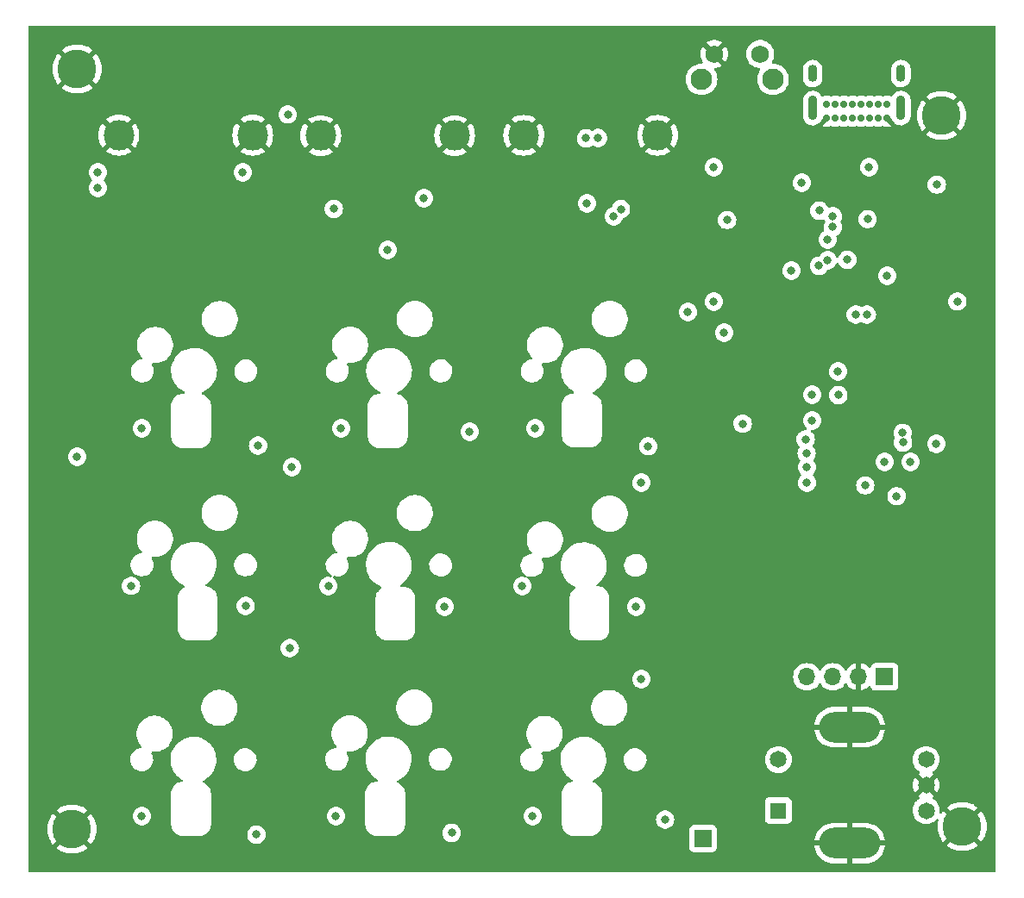
<source format=gbr>
%TF.GenerationSoftware,KiCad,Pcbnew,(7.0.0)*%
%TF.CreationDate,2023-05-17T12:54:35+02:00*%
%TF.ProjectId,Macro_Keyboard,4d616372-6f5f-44b6-9579-626f6172642e,rev?*%
%TF.SameCoordinates,Original*%
%TF.FileFunction,Copper,L2,Inr*%
%TF.FilePolarity,Positive*%
%FSLAX46Y46*%
G04 Gerber Fmt 4.6, Leading zero omitted, Abs format (unit mm)*
G04 Created by KiCad (PCBNEW (7.0.0)) date 2023-05-17 12:54:35*
%MOMM*%
%LPD*%
G01*
G04 APERTURE LIST*
%TA.AperFunction,ComponentPad*%
%ADD10R,1.650000X1.650000*%
%TD*%
%TA.AperFunction,ComponentPad*%
%ADD11C,1.650000*%
%TD*%
%TA.AperFunction,ComponentPad*%
%ADD12O,6.000000X3.000000*%
%TD*%
%TA.AperFunction,ComponentPad*%
%ADD13C,0.700000*%
%TD*%
%TA.AperFunction,ComponentPad*%
%ADD14O,0.900000X2.400000*%
%TD*%
%TA.AperFunction,ComponentPad*%
%ADD15O,0.900000X1.700000*%
%TD*%
%TA.AperFunction,ComponentPad*%
%ADD16C,3.800000*%
%TD*%
%TA.AperFunction,ComponentPad*%
%ADD17C,2.100000*%
%TD*%
%TA.AperFunction,ComponentPad*%
%ADD18C,1.750000*%
%TD*%
%TA.AperFunction,ComponentPad*%
%ADD19C,3.000000*%
%TD*%
%TA.AperFunction,ComponentPad*%
%ADD20R,1.700000X1.700000*%
%TD*%
%TA.AperFunction,ComponentPad*%
%ADD21O,1.700000X1.700000*%
%TD*%
%TA.AperFunction,ViaPad*%
%ADD22C,0.800000*%
%TD*%
G04 APERTURE END LIST*
D10*
%TO.N,BOOT*%
%TO.C,MT1*%
X135369999Y-117559999D03*
D11*
%TO.N,Net-(MT1-Pad2)*%
X135370000Y-112560000D03*
%TO.N,Rotary_A*%
X149870000Y-117560000D03*
%TO.N,Rotary_B*%
X149870000Y-112560000D03*
%TO.N,GND*%
X149870000Y-115060000D03*
D12*
X142369999Y-120759999D03*
X142369999Y-109359999D03*
%TD*%
D13*
%TO.N,GND*%
%TO.C,J1*%
X146045000Y-49525000D03*
%TO.N,Net-(FB6-Pad1)*%
X145195000Y-49525000D03*
%TO.N,Net-(J1-CC1)*%
X144345000Y-49525000D03*
%TO.N,/USB/D_P0*%
X143495000Y-49525000D03*
%TO.N,/USB/D_N0*%
X142645000Y-49525000D03*
%TO.N,unconnected-(J1-SBU1-PadA8)*%
X141795000Y-49525000D03*
%TO.N,Net-(FB6-Pad1)*%
X140945000Y-49525000D03*
%TO.N,GND*%
X140095000Y-49525000D03*
X140095000Y-48175000D03*
%TO.N,Net-(FB6-Pad1)*%
X140945000Y-48175000D03*
%TO.N,Net-(J1-CC2)*%
X141795000Y-48175000D03*
%TO.N,/USB/D_P0*%
X142645000Y-48175000D03*
%TO.N,/USB/D_N0*%
X143495000Y-48175000D03*
%TO.N,unconnected-(J1-SBU2-PadB8)*%
X144345000Y-48175000D03*
%TO.N,Net-(FB6-Pad1)*%
X145195000Y-48175000D03*
%TO.N,GND*%
X146045000Y-48175000D03*
D14*
%TO.N,Net-(J1-SHIELD)*%
X147394999Y-48544999D03*
D15*
X147394999Y-45164999D03*
D14*
X138744999Y-48544999D03*
D15*
X138744999Y-45164999D03*
%TD*%
D16*
%TO.N,GND*%
%TO.C,H3*%
X153416000Y-119126000D03*
%TD*%
%TO.N,GND*%
%TO.C,H4*%
X151384000Y-49276000D03*
%TD*%
%TO.N,GND*%
%TO.C,H2*%
X66040000Y-119380000D03*
%TD*%
D17*
%TO.N,*%
%TO.C,SW1*%
X127830000Y-45720000D03*
X134840000Y-45720000D03*
D18*
%TO.N,GND*%
X129080000Y-43230000D03*
%TO.N,Net-(U1-NRST)*%
X133580000Y-43230000D03*
%TD*%
D16*
%TO.N,GND*%
%TO.C,H1*%
X66548000Y-44704000D03*
%TD*%
D19*
%TO.N,GND*%
%TO.C,J2*%
X123514000Y-51220043D03*
X110374000Y-51220043D03*
%TD*%
D20*
%TO.N,+3.3V*%
%TO.C,U4*%
X145785999Y-104418999D03*
D21*
%TO.N,GND*%
X143245999Y-104418999D03*
%TO.N,SCK*%
X140705999Y-104418999D03*
%TO.N,SDA*%
X138165999Y-104418999D03*
%TD*%
D19*
%TO.N,GND*%
%TO.C,J4*%
X83781826Y-51216189D03*
X70641826Y-51216189D03*
%TD*%
%TO.N,GND*%
%TO.C,J3*%
X103598000Y-51244000D03*
X90458000Y-51244000D03*
%TD*%
D20*
%TO.N,+5V*%
%TO.C,TP1*%
X127969999Y-120319999D03*
%TD*%
D22*
%TO.N,+5V*%
X72898000Y-118110000D03*
X71836529Y-95488991D03*
X110236000Y-95504000D03*
X141224000Y-74422000D03*
X87217839Y-49176994D03*
X92456000Y-80010000D03*
X124255625Y-118442942D03*
X105068653Y-80338027D03*
X72898000Y-80010000D03*
X91737705Y-58454344D03*
X91207273Y-95500191D03*
X68580000Y-56388000D03*
X84141199Y-119923621D03*
X111506000Y-80010000D03*
X152933791Y-67548852D03*
X91948000Y-118110000D03*
X111252000Y-118110000D03*
X84300764Y-81692800D03*
X116586000Y-57912000D03*
X122584793Y-81769409D03*
X102616000Y-97536000D03*
X83084504Y-97451665D03*
X121412000Y-97536000D03*
X130333581Y-59541722D03*
X103302654Y-119759201D03*
X144272000Y-54356000D03*
%TO.N,GND*%
X141723124Y-79219773D03*
X149860000Y-121920000D03*
X154940000Y-71120000D03*
X154940000Y-66040000D03*
X91440000Y-41275000D03*
X154940000Y-96520000D03*
X76200000Y-41275000D03*
X137160000Y-41275000D03*
X144290474Y-81806662D03*
X101600000Y-41275000D03*
X63500000Y-91440000D03*
X63500000Y-111760000D03*
X86360000Y-41275000D03*
X104140000Y-121920000D03*
X144272000Y-63500000D03*
X99060000Y-121920000D03*
X139497290Y-88241931D03*
X121920000Y-41275000D03*
X120875448Y-81698070D03*
X111983537Y-95542083D03*
X63500000Y-50800000D03*
X63500000Y-116840000D03*
X124460000Y-121920000D03*
X101583806Y-119762501D03*
X82422177Y-119874709D03*
X154940000Y-106680000D03*
X129032000Y-49276000D03*
X87135860Y-44823005D03*
X137414000Y-72257452D03*
X88900000Y-121920000D03*
X68580000Y-121920000D03*
X63500000Y-66040000D03*
X152400000Y-41275000D03*
X154940000Y-121920000D03*
X154940000Y-50800000D03*
X154940000Y-91440000D03*
X119380000Y-121920000D03*
X154940000Y-86360000D03*
X63500000Y-71120000D03*
X131889236Y-73004482D03*
X154940000Y-55880000D03*
X154940000Y-76200000D03*
X71120000Y-41275000D03*
X154940000Y-81280000D03*
X127893031Y-64158294D03*
X154940000Y-45720000D03*
X83820000Y-121920000D03*
X93980000Y-121920000D03*
X148290542Y-84712358D03*
X78740000Y-121920000D03*
X106680000Y-41275000D03*
X154940000Y-101600000D03*
X129540000Y-121920000D03*
X137160000Y-49276000D03*
X144272000Y-52324000D03*
X63500000Y-86360000D03*
X130048000Y-74930000D03*
X111760000Y-41275000D03*
X92959072Y-95495264D03*
X63500000Y-81280000D03*
X136906000Y-78398500D03*
X136144000Y-58420000D03*
X66040000Y-41275000D03*
X73660000Y-121920000D03*
X114300000Y-121920000D03*
X134620000Y-121920000D03*
X116840000Y-41275000D03*
X63500000Y-96520000D03*
X137902669Y-65238904D03*
X63500000Y-101600000D03*
X81280000Y-41275000D03*
X154940000Y-60960000D03*
X140116912Y-77831214D03*
X63500000Y-55880000D03*
X82548437Y-81665473D03*
X147320000Y-41275000D03*
X101734167Y-81637705D03*
X63500000Y-106680000D03*
X63500000Y-60960000D03*
X120965670Y-119815129D03*
X63500000Y-76200000D03*
X96520000Y-41275000D03*
X63500000Y-45720000D03*
X109220000Y-121920000D03*
X151932416Y-54603927D03*
X154940000Y-116840000D03*
X132080000Y-41275000D03*
X63500000Y-121920000D03*
X127000000Y-41275000D03*
X73539210Y-95526486D03*
X154940000Y-111760000D03*
X142240000Y-41275000D03*
X135636000Y-61722000D03*
%TO.N,+3.3V*%
X150876000Y-81534000D03*
X146964198Y-86673133D03*
X141250036Y-76735612D03*
X145796000Y-83312000D03*
X129032000Y-67564000D03*
X131864003Y-79557697D03*
X129032000Y-54356000D03*
%TO.N,Net-(U1-NRST)*%
X143894167Y-85618468D03*
%TO.N,Net-(U1-PH3)*%
X148336000Y-83312000D03*
%TO.N,DVDD*%
X144126186Y-59459743D03*
X150917384Y-56068812D03*
X137668000Y-55880000D03*
X146047889Y-65018580D03*
%TO.N,/USB/X1*%
X139365116Y-64037171D03*
%TO.N,/USB/X2*%
X140208000Y-63500000D03*
%TO.N,Net-(J3-VBUS)*%
X100584000Y-57404000D03*
X97028000Y-62484000D03*
%TO.N,Net-(J4-VBUS)*%
X68580000Y-54864000D03*
X82804000Y-54864000D03*
%TO.N,COL 2*%
X130048000Y-70612000D03*
X138684000Y-76708000D03*
%TO.N,COL 1*%
X87620891Y-83808054D03*
X87408926Y-101600000D03*
X138044295Y-81090806D03*
%TO.N,COL 0*%
X66548000Y-82804000D03*
X138684000Y-79248000D03*
%TO.N,Rotary_A*%
X147571918Y-80450103D03*
%TO.N,Rotary_B*%
X147601026Y-81399159D03*
%TO.N,ROW 0*%
X126492000Y-68580000D03*
X138139692Y-82466295D03*
%TO.N,ROW 1*%
X138176000Y-83820000D03*
X121920000Y-85344000D03*
%TO.N,ROW 2*%
X138176000Y-85344000D03*
X121920000Y-104648000D03*
%TO.N,/USB/D_P0*%
X140716000Y-60235000D03*
%TO.N,/USB/D_N0*%
X140716000Y-59185000D03*
%TO.N,USBD_N*%
X142952497Y-68834000D03*
%TO.N,USBD_P*%
X144051298Y-68828972D03*
%TO.N,/USB/D_N1*%
X117673957Y-51482401D03*
X119916843Y-58465658D03*
%TO.N,/USB/D_P1*%
X119214373Y-59176672D03*
X116495895Y-51515630D03*
%TO.N,AVDD*%
X136652000Y-64516000D03*
X140208000Y-61468000D03*
X139385374Y-58627410D03*
X142136370Y-63450550D03*
%TD*%
%TA.AperFunction,Conductor*%
%TO.N,GND*%
G36*
X156609500Y-40449113D02*
G01*
X156654887Y-40494500D01*
X156671500Y-40556500D01*
X156671500Y-123527500D01*
X156654887Y-123589500D01*
X156609500Y-123634887D01*
X156547500Y-123651500D01*
X61892500Y-123651500D01*
X61830500Y-123634887D01*
X61785113Y-123589500D01*
X61768500Y-123527500D01*
X61768500Y-121246704D01*
X64530167Y-121246704D01*
X64537438Y-121254887D01*
X64748320Y-121408102D01*
X64754891Y-121412272D01*
X65012694Y-121554000D01*
X65019733Y-121557313D01*
X65293270Y-121665613D01*
X65300665Y-121668016D01*
X65585625Y-121741182D01*
X65593256Y-121742637D01*
X65885140Y-121779511D01*
X65892899Y-121780000D01*
X66187101Y-121780000D01*
X66194859Y-121779511D01*
X66486743Y-121742637D01*
X66494374Y-121741182D01*
X66779334Y-121668016D01*
X66786729Y-121665613D01*
X67060266Y-121557313D01*
X67067305Y-121554000D01*
X67325108Y-121412272D01*
X67331678Y-121408102D01*
X67542560Y-121254887D01*
X67549831Y-121246704D01*
X67543927Y-121237480D01*
X67521025Y-121214578D01*
X126619500Y-121214578D01*
X126619501Y-121217872D01*
X126619853Y-121221150D01*
X126619854Y-121221161D01*
X126625079Y-121269768D01*
X126625080Y-121269773D01*
X126625909Y-121277483D01*
X126628619Y-121284749D01*
X126628620Y-121284753D01*
X126634307Y-121300000D01*
X126676204Y-121412331D01*
X126762454Y-121527546D01*
X126877669Y-121613796D01*
X127012517Y-121664091D01*
X127072127Y-121670500D01*
X128867872Y-121670499D01*
X128927483Y-121664091D01*
X129062331Y-121613796D01*
X129177546Y-121527546D01*
X129263796Y-121412331D01*
X129314091Y-121277483D01*
X129320500Y-121217873D01*
X129320500Y-121027034D01*
X138883989Y-121027034D01*
X138884983Y-121040933D01*
X138886243Y-121049692D01*
X138945171Y-121320578D01*
X138947657Y-121329047D01*
X139044541Y-121588803D01*
X139048212Y-121596841D01*
X139181068Y-121840150D01*
X139185852Y-121847593D01*
X139351987Y-122069524D01*
X139357772Y-122076199D01*
X139553800Y-122272227D01*
X139560475Y-122278012D01*
X139782406Y-122444147D01*
X139789849Y-122448931D01*
X140033158Y-122581787D01*
X140041196Y-122585458D01*
X140300952Y-122682342D01*
X140309421Y-122684828D01*
X140580309Y-122743757D01*
X140589065Y-122745016D01*
X140796355Y-122759841D01*
X140800781Y-122760000D01*
X142103674Y-122760000D01*
X142116549Y-122756549D01*
X142120000Y-122743674D01*
X142620000Y-122743674D01*
X142623450Y-122756549D01*
X142636326Y-122760000D01*
X143939219Y-122760000D01*
X143943644Y-122759841D01*
X144150934Y-122745016D01*
X144159690Y-122743757D01*
X144430578Y-122684828D01*
X144439047Y-122682342D01*
X144698803Y-122585458D01*
X144706841Y-122581787D01*
X144950150Y-122448931D01*
X144957593Y-122444147D01*
X145179524Y-122278012D01*
X145186199Y-122272227D01*
X145382227Y-122076199D01*
X145388012Y-122069524D01*
X145554147Y-121847593D01*
X145558931Y-121840150D01*
X145691787Y-121596841D01*
X145695458Y-121588803D01*
X145792342Y-121329047D01*
X145794828Y-121320578D01*
X145853756Y-121049692D01*
X145855016Y-121040933D01*
X145856010Y-121027034D01*
X145853272Y-121013683D01*
X145840154Y-121010000D01*
X142636326Y-121010000D01*
X142623450Y-121013450D01*
X142620000Y-121026326D01*
X142620000Y-122743674D01*
X142120000Y-122743674D01*
X142120000Y-121026326D01*
X142116549Y-121013450D01*
X142103674Y-121010000D01*
X138899846Y-121010000D01*
X138886727Y-121013683D01*
X138883989Y-121027034D01*
X129320500Y-121027034D01*
X129320500Y-120992704D01*
X151906167Y-120992704D01*
X151913438Y-121000887D01*
X152124320Y-121154102D01*
X152130891Y-121158272D01*
X152388694Y-121300000D01*
X152395733Y-121303313D01*
X152669270Y-121411613D01*
X152676665Y-121414016D01*
X152961625Y-121487182D01*
X152969256Y-121488637D01*
X153261140Y-121525511D01*
X153268899Y-121526000D01*
X153563101Y-121526000D01*
X153570859Y-121525511D01*
X153862743Y-121488637D01*
X153870374Y-121487182D01*
X154155334Y-121414016D01*
X154162729Y-121411613D01*
X154436266Y-121303313D01*
X154443305Y-121300000D01*
X154701108Y-121158272D01*
X154707678Y-121154102D01*
X154918560Y-121000887D01*
X154925831Y-120992704D01*
X154919927Y-120983480D01*
X153427542Y-119491095D01*
X153415999Y-119484431D01*
X153404457Y-119491095D01*
X151912071Y-120983480D01*
X151906167Y-120992704D01*
X129320500Y-120992704D01*
X129320500Y-120492965D01*
X138883989Y-120492965D01*
X138886727Y-120506316D01*
X138899846Y-120510000D01*
X142103674Y-120510000D01*
X142116549Y-120506549D01*
X142120000Y-120493674D01*
X142620000Y-120493674D01*
X142623450Y-120506549D01*
X142636326Y-120510000D01*
X145840154Y-120510000D01*
X145853272Y-120506316D01*
X145856010Y-120492965D01*
X145855016Y-120479066D01*
X145853756Y-120470307D01*
X145794828Y-120199421D01*
X145792342Y-120190952D01*
X145695458Y-119931196D01*
X145691787Y-119923158D01*
X145558931Y-119679849D01*
X145554147Y-119672406D01*
X145388012Y-119450475D01*
X145382227Y-119443800D01*
X145186199Y-119247772D01*
X145179524Y-119241987D01*
X144957593Y-119075852D01*
X144950150Y-119071068D01*
X144706841Y-118938212D01*
X144698803Y-118934541D01*
X144439047Y-118837657D01*
X144430578Y-118835171D01*
X144159690Y-118776242D01*
X144150934Y-118774983D01*
X143943644Y-118760158D01*
X143939219Y-118760000D01*
X142636326Y-118760000D01*
X142623450Y-118763450D01*
X142620000Y-118776326D01*
X142620000Y-120493674D01*
X142120000Y-120493674D01*
X142120000Y-118776326D01*
X142116549Y-118763450D01*
X142103674Y-118760000D01*
X140800781Y-118760000D01*
X140796355Y-118760158D01*
X140589065Y-118774983D01*
X140580309Y-118776242D01*
X140309421Y-118835171D01*
X140300952Y-118837657D01*
X140041196Y-118934541D01*
X140033158Y-118938212D01*
X139789849Y-119071068D01*
X139782406Y-119075852D01*
X139560475Y-119241987D01*
X139553800Y-119247772D01*
X139357772Y-119443800D01*
X139351987Y-119450475D01*
X139185852Y-119672406D01*
X139181068Y-119679849D01*
X139048212Y-119923158D01*
X139044541Y-119931196D01*
X138947657Y-120190952D01*
X138945171Y-120199421D01*
X138886243Y-120470307D01*
X138884983Y-120479066D01*
X138883989Y-120492965D01*
X129320500Y-120492965D01*
X129320499Y-119422128D01*
X129314091Y-119362517D01*
X129263796Y-119227669D01*
X129177546Y-119112454D01*
X129137531Y-119082499D01*
X129069431Y-119031519D01*
X129069430Y-119031518D01*
X129062331Y-119026204D01*
X128968132Y-118991070D01*
X128934752Y-118978620D01*
X128934750Y-118978619D01*
X128927483Y-118975909D01*
X128919770Y-118975079D01*
X128919767Y-118975079D01*
X128871180Y-118969855D01*
X128871169Y-118969854D01*
X128867873Y-118969500D01*
X128864550Y-118969500D01*
X127075439Y-118969500D01*
X127075420Y-118969500D01*
X127072128Y-118969501D01*
X127068850Y-118969853D01*
X127068838Y-118969854D01*
X127020231Y-118975079D01*
X127020225Y-118975080D01*
X127012517Y-118975909D01*
X127005252Y-118978618D01*
X127005246Y-118978620D01*
X126885980Y-119023104D01*
X126885978Y-119023104D01*
X126877669Y-119026204D01*
X126870572Y-119031516D01*
X126870568Y-119031519D01*
X126769550Y-119107141D01*
X126769546Y-119107144D01*
X126762454Y-119112454D01*
X126757144Y-119119546D01*
X126757141Y-119119550D01*
X126681519Y-119220568D01*
X126681516Y-119220572D01*
X126676204Y-119227669D01*
X126673104Y-119235978D01*
X126673104Y-119235980D01*
X126628620Y-119355247D01*
X126628619Y-119355250D01*
X126625909Y-119362517D01*
X126625079Y-119370227D01*
X126625079Y-119370232D01*
X126619855Y-119418819D01*
X126619854Y-119418831D01*
X126619500Y-119422127D01*
X126619500Y-119425448D01*
X126619500Y-119425449D01*
X126619500Y-121214560D01*
X126619500Y-121214578D01*
X67521025Y-121214578D01*
X66051542Y-119745095D01*
X66040000Y-119738431D01*
X66028457Y-119745095D01*
X64536071Y-121237480D01*
X64530167Y-121246704D01*
X61768500Y-121246704D01*
X61768500Y-119383894D01*
X63635500Y-119383894D01*
X63653972Y-119677500D01*
X63654946Y-119685220D01*
X63710073Y-119974206D01*
X63712009Y-119981745D01*
X63802921Y-120261541D01*
X63805781Y-120268765D01*
X63931050Y-120534976D01*
X63934792Y-120541782D01*
X64092430Y-120790181D01*
X64097006Y-120796479D01*
X64164273Y-120877790D01*
X64175575Y-120885558D01*
X64187557Y-120878888D01*
X65674904Y-119391542D01*
X65681568Y-119380000D01*
X66398431Y-119380000D01*
X66405095Y-119391542D01*
X67892441Y-120878888D01*
X67904424Y-120885558D01*
X67915723Y-120877793D01*
X67982997Y-120796474D01*
X67987568Y-120790182D01*
X68145207Y-120541782D01*
X68148949Y-120534976D01*
X68274218Y-120268765D01*
X68277078Y-120261541D01*
X68367990Y-119981745D01*
X68369926Y-119974206D01*
X68425053Y-119685220D01*
X68426027Y-119677500D01*
X68444500Y-119383894D01*
X68444500Y-119376106D01*
X68426027Y-119082499D01*
X68425053Y-119074779D01*
X68369926Y-118785793D01*
X68367990Y-118778254D01*
X68277078Y-118498458D01*
X68274218Y-118491234D01*
X68148949Y-118225023D01*
X68145207Y-118218217D01*
X68076531Y-118110000D01*
X71992540Y-118110000D01*
X71993219Y-118116460D01*
X72011646Y-118291795D01*
X72011647Y-118291803D01*
X72012326Y-118298256D01*
X72014331Y-118304428D01*
X72014333Y-118304435D01*
X72068813Y-118472105D01*
X72070821Y-118478284D01*
X72074068Y-118483908D01*
X72074069Y-118483910D01*
X72155375Y-118624737D01*
X72165467Y-118642216D01*
X72169811Y-118647041D01*
X72169813Y-118647043D01*
X72287779Y-118778057D01*
X72292129Y-118782888D01*
X72445270Y-118894151D01*
X72618197Y-118971144D01*
X72803354Y-119010500D01*
X72986143Y-119010500D01*
X72992646Y-119010500D01*
X73177803Y-118971144D01*
X73350730Y-118894151D01*
X73503871Y-118782888D01*
X73630533Y-118642216D01*
X73725179Y-118478284D01*
X73783674Y-118298256D01*
X73803460Y-118110000D01*
X73783674Y-117921744D01*
X73725179Y-117741716D01*
X73630533Y-117577784D01*
X73609662Y-117554605D01*
X73508220Y-117441942D01*
X73508219Y-117441941D01*
X73503871Y-117437112D01*
X73498613Y-117433292D01*
X73498611Y-117433290D01*
X73355988Y-117329669D01*
X73355987Y-117329668D01*
X73350730Y-117325849D01*
X73344792Y-117323205D01*
X73183745Y-117251501D01*
X73183740Y-117251499D01*
X73177803Y-117248856D01*
X73171444Y-117247504D01*
X73171440Y-117247503D01*
X72999008Y-117210852D01*
X72999005Y-117210851D01*
X72992646Y-117209500D01*
X72803354Y-117209500D01*
X72796995Y-117210851D01*
X72796991Y-117210852D01*
X72624559Y-117247503D01*
X72624552Y-117247505D01*
X72618197Y-117248856D01*
X72612262Y-117251498D01*
X72612254Y-117251501D01*
X72451207Y-117323205D01*
X72451202Y-117323207D01*
X72445270Y-117325849D01*
X72440016Y-117329665D01*
X72440011Y-117329669D01*
X72297388Y-117433290D01*
X72297381Y-117433295D01*
X72292129Y-117437112D01*
X72287784Y-117441937D01*
X72287779Y-117441942D01*
X72169813Y-117572956D01*
X72169808Y-117572962D01*
X72165467Y-117577784D01*
X72162222Y-117583404D01*
X72162218Y-117583410D01*
X72074069Y-117736089D01*
X72074066Y-117736094D01*
X72070821Y-117741716D01*
X72068815Y-117747888D01*
X72068813Y-117747894D01*
X72014333Y-117915564D01*
X72014331Y-117915573D01*
X72012326Y-117921744D01*
X72011648Y-117928194D01*
X72011646Y-117928204D01*
X71996846Y-118069031D01*
X71992540Y-118110000D01*
X68076531Y-118110000D01*
X67987569Y-117969818D01*
X67982993Y-117963520D01*
X67915725Y-117882208D01*
X67904423Y-117874440D01*
X67892441Y-117881110D01*
X66405095Y-119368457D01*
X66398431Y-119380000D01*
X65681568Y-119380000D01*
X65674904Y-119368457D01*
X64187558Y-117881111D01*
X64175574Y-117874441D01*
X64164273Y-117882208D01*
X64097001Y-117963526D01*
X64092434Y-117969812D01*
X63934792Y-118218217D01*
X63931050Y-118225023D01*
X63805781Y-118491234D01*
X63802921Y-118498458D01*
X63712009Y-118778254D01*
X63710073Y-118785793D01*
X63654946Y-119074779D01*
X63653972Y-119082499D01*
X63635500Y-119376106D01*
X63635500Y-119383894D01*
X61768500Y-119383894D01*
X61768500Y-117513295D01*
X64530167Y-117513295D01*
X64536073Y-117522520D01*
X66028457Y-119014904D01*
X66039999Y-119021568D01*
X66051542Y-119014904D01*
X67543927Y-117522518D01*
X67549831Y-117513294D01*
X67542560Y-117505111D01*
X67331679Y-117351897D01*
X67325108Y-117347727D01*
X67067305Y-117205999D01*
X67060266Y-117202686D01*
X66786729Y-117094386D01*
X66779334Y-117091983D01*
X66494374Y-117018817D01*
X66486743Y-117017362D01*
X66194859Y-116980488D01*
X66187101Y-116980000D01*
X65892899Y-116980000D01*
X65885140Y-116980488D01*
X65593256Y-117017362D01*
X65585625Y-117018817D01*
X65300665Y-117091983D01*
X65293270Y-117094386D01*
X65019733Y-117202686D01*
X65012694Y-117205999D01*
X64754899Y-117347723D01*
X64748309Y-117351905D01*
X64537441Y-117505109D01*
X64530167Y-117513295D01*
X61768500Y-117513295D01*
X61768500Y-112507040D01*
X71748569Y-112507040D01*
X71748849Y-112512924D01*
X71748849Y-112512931D01*
X71757048Y-112685044D01*
X71758796Y-112721741D01*
X71760187Y-112727478D01*
X71760188Y-112727479D01*
X71803303Y-112905205D01*
X71809471Y-112930627D01*
X71811924Y-112935998D01*
X71811926Y-112936004D01*
X71845651Y-113009851D01*
X71898762Y-113126147D01*
X71902184Y-113130952D01*
X71902186Y-113130956D01*
X72020017Y-113296427D01*
X72020020Y-113296430D01*
X72023442Y-113301236D01*
X72179005Y-113449564D01*
X72183973Y-113452757D01*
X72183976Y-113452759D01*
X72306931Y-113531777D01*
X72359828Y-113565772D01*
X72365311Y-113567967D01*
X72365313Y-113567968D01*
X72545805Y-113640226D01*
X72559376Y-113645659D01*
X72770436Y-113686337D01*
X72928572Y-113686337D01*
X72931526Y-113686337D01*
X73091879Y-113671025D01*
X73298117Y-113610468D01*
X73489167Y-113511975D01*
X73658125Y-113379105D01*
X73798884Y-113216661D01*
X73906356Y-113030514D01*
X73976658Y-112827391D01*
X74004145Y-112636206D01*
X75703631Y-112636206D01*
X75704045Y-112640327D01*
X75704046Y-112640338D01*
X75733374Y-112931871D01*
X75733375Y-112931881D01*
X75733790Y-112935999D01*
X75734750Y-112940030D01*
X75734751Y-112940032D01*
X75780250Y-113130956D01*
X75803639Y-113229098D01*
X75911931Y-113510271D01*
X75913915Y-113513892D01*
X75913921Y-113513904D01*
X76001313Y-113673373D01*
X76056733Y-113774502D01*
X76059189Y-113777835D01*
X76059192Y-113777840D01*
X76157953Y-113911879D01*
X76235462Y-114017075D01*
X76444928Y-114233661D01*
X76564645Y-114328200D01*
X76678138Y-114417825D01*
X76678142Y-114417827D01*
X76681393Y-114420395D01*
X76838957Y-114513720D01*
X76883699Y-114559367D01*
X76899761Y-114621236D01*
X76882875Y-114682884D01*
X76837528Y-114727932D01*
X76775769Y-114744409D01*
X76755003Y-114744409D01*
X76754992Y-114744409D01*
X76749587Y-114744410D01*
X76744258Y-114745349D01*
X76744253Y-114745350D01*
X76570931Y-114775911D01*
X76570921Y-114775913D01*
X76565599Y-114776852D01*
X76560519Y-114778700D01*
X76560515Y-114778702D01*
X76395125Y-114838900D01*
X76395113Y-114838905D01*
X76390040Y-114840752D01*
X76385353Y-114843458D01*
X76385349Y-114843460D01*
X76232939Y-114931457D01*
X76232932Y-114931461D01*
X76228245Y-114934168D01*
X76224096Y-114937649D01*
X76224091Y-114937653D01*
X76089277Y-115050779D01*
X76089269Y-115050786D01*
X76085130Y-115054260D01*
X76081652Y-115058404D01*
X76081648Y-115058409D01*
X76070629Y-115071542D01*
X75965044Y-115197380D01*
X75962337Y-115202067D01*
X75962334Y-115202073D01*
X75874339Y-115354492D01*
X75874333Y-115354503D01*
X75871635Y-115359178D01*
X75869785Y-115364259D01*
X75869784Y-115364263D01*
X75809595Y-115529645D01*
X75809591Y-115529657D01*
X75807742Y-115534740D01*
X75806801Y-115540075D01*
X75806801Y-115540077D01*
X75776246Y-115713393D01*
X75776245Y-115713400D01*
X75775306Y-115718729D01*
X75775308Y-115772989D01*
X75775347Y-118812542D01*
X75775346Y-118812546D01*
X75775348Y-118860140D01*
X75775348Y-118887978D01*
X75775363Y-118888061D01*
X75775370Y-118888218D01*
X75775372Y-118948887D01*
X75775372Y-118948896D01*
X75775373Y-118953753D01*
X75804666Y-119138672D01*
X75806166Y-119143290D01*
X75806169Y-119143300D01*
X75839836Y-119246911D01*
X75862524Y-119316733D01*
X75864736Y-119321074D01*
X75864738Y-119321079D01*
X75945309Y-119479204D01*
X75947524Y-119483551D01*
X75950385Y-119487489D01*
X75950391Y-119487498D01*
X76054705Y-119631074D01*
X76057572Y-119635020D01*
X76061014Y-119638462D01*
X76061020Y-119638469D01*
X76175290Y-119752741D01*
X76189958Y-119767409D01*
X76341424Y-119877461D01*
X76508240Y-119962464D01*
X76686299Y-120020327D01*
X76871218Y-120049625D01*
X76908667Y-120049627D01*
X76908675Y-120049630D01*
X76908695Y-120049630D01*
X76964830Y-120049630D01*
X77012425Y-120049633D01*
X77012433Y-120049630D01*
X77012435Y-120049630D01*
X78521519Y-120049630D01*
X78521844Y-120049630D01*
X78521950Y-120049610D01*
X78522167Y-120049600D01*
X78582734Y-120049600D01*
X78587614Y-120049600D01*
X78772536Y-120020312D01*
X78950600Y-119962457D01*
X79026822Y-119923621D01*
X83235739Y-119923621D01*
X83236418Y-119930081D01*
X83254845Y-120105416D01*
X83254846Y-120105424D01*
X83255525Y-120111877D01*
X83257530Y-120118049D01*
X83257532Y-120118056D01*
X83304154Y-120261541D01*
X83314020Y-120291905D01*
X83408666Y-120455837D01*
X83413010Y-120460662D01*
X83413012Y-120460664D01*
X83486679Y-120542479D01*
X83535328Y-120596509D01*
X83540586Y-120600329D01*
X83540587Y-120600330D01*
X83583569Y-120631558D01*
X83688469Y-120707772D01*
X83861396Y-120784765D01*
X84046553Y-120824121D01*
X84229342Y-120824121D01*
X84235845Y-120824121D01*
X84421002Y-120784765D01*
X84593929Y-120707772D01*
X84747070Y-120596509D01*
X84873732Y-120455837D01*
X84968378Y-120291905D01*
X85026873Y-120111877D01*
X85046659Y-119923621D01*
X85026873Y-119735365D01*
X84968378Y-119555337D01*
X84873732Y-119391405D01*
X84853069Y-119368457D01*
X84751419Y-119255563D01*
X84751418Y-119255562D01*
X84747070Y-119250733D01*
X84741812Y-119246913D01*
X84741810Y-119246911D01*
X84599187Y-119143290D01*
X84599186Y-119143289D01*
X84593929Y-119139470D01*
X84581354Y-119133871D01*
X84426944Y-119065122D01*
X84426939Y-119065120D01*
X84421002Y-119062477D01*
X84414643Y-119061125D01*
X84414639Y-119061124D01*
X84242207Y-119024473D01*
X84242204Y-119024472D01*
X84235845Y-119023121D01*
X84046553Y-119023121D01*
X84040194Y-119024472D01*
X84040190Y-119024473D01*
X83867758Y-119061124D01*
X83867751Y-119061126D01*
X83861396Y-119062477D01*
X83855461Y-119065119D01*
X83855453Y-119065122D01*
X83694406Y-119136826D01*
X83694401Y-119136828D01*
X83688469Y-119139470D01*
X83683215Y-119143286D01*
X83683210Y-119143290D01*
X83540587Y-119246911D01*
X83540580Y-119246916D01*
X83535328Y-119250733D01*
X83530983Y-119255558D01*
X83530978Y-119255563D01*
X83413012Y-119386577D01*
X83413007Y-119386583D01*
X83408666Y-119391405D01*
X83405421Y-119397025D01*
X83405417Y-119397031D01*
X83317268Y-119549710D01*
X83317265Y-119549715D01*
X83314020Y-119555337D01*
X83312014Y-119561509D01*
X83312012Y-119561515D01*
X83257532Y-119729185D01*
X83257530Y-119729194D01*
X83255525Y-119735365D01*
X83254847Y-119741815D01*
X83254845Y-119741825D01*
X83237161Y-119910085D01*
X83235739Y-119923621D01*
X79026822Y-119923621D01*
X79117422Y-119877459D01*
X79268893Y-119767411D01*
X79401285Y-119635024D01*
X79511338Y-119483556D01*
X79596341Y-119316737D01*
X79654202Y-119138675D01*
X79683497Y-118953754D01*
X79683500Y-118860140D01*
X79683500Y-118846342D01*
X79683548Y-118110000D01*
X91042540Y-118110000D01*
X91043219Y-118116460D01*
X91061646Y-118291795D01*
X91061647Y-118291803D01*
X91062326Y-118298256D01*
X91064331Y-118304428D01*
X91064333Y-118304435D01*
X91118813Y-118472105D01*
X91120821Y-118478284D01*
X91124068Y-118483908D01*
X91124069Y-118483910D01*
X91205375Y-118624737D01*
X91215467Y-118642216D01*
X91219811Y-118647041D01*
X91219813Y-118647043D01*
X91337779Y-118778057D01*
X91342129Y-118782888D01*
X91495270Y-118894151D01*
X91668197Y-118971144D01*
X91853354Y-119010500D01*
X92036143Y-119010500D01*
X92042646Y-119010500D01*
X92227803Y-118971144D01*
X92400730Y-118894151D01*
X92553871Y-118782888D01*
X92680533Y-118642216D01*
X92775179Y-118478284D01*
X92833674Y-118298256D01*
X92853460Y-118110000D01*
X92833674Y-117921744D01*
X92775179Y-117741716D01*
X92680533Y-117577784D01*
X92659662Y-117554605D01*
X92558220Y-117441942D01*
X92558219Y-117441941D01*
X92553871Y-117437112D01*
X92548613Y-117433292D01*
X92548611Y-117433290D01*
X92405988Y-117329669D01*
X92405987Y-117329668D01*
X92400730Y-117325849D01*
X92394792Y-117323205D01*
X92233745Y-117251501D01*
X92233740Y-117251499D01*
X92227803Y-117248856D01*
X92221444Y-117247504D01*
X92221440Y-117247503D01*
X92049008Y-117210852D01*
X92049005Y-117210851D01*
X92042646Y-117209500D01*
X91853354Y-117209500D01*
X91846995Y-117210851D01*
X91846991Y-117210852D01*
X91674559Y-117247503D01*
X91674552Y-117247505D01*
X91668197Y-117248856D01*
X91662262Y-117251498D01*
X91662254Y-117251501D01*
X91501207Y-117323205D01*
X91501202Y-117323207D01*
X91495270Y-117325849D01*
X91490016Y-117329665D01*
X91490011Y-117329669D01*
X91347388Y-117433290D01*
X91347381Y-117433295D01*
X91342129Y-117437112D01*
X91337784Y-117441937D01*
X91337779Y-117441942D01*
X91219813Y-117572956D01*
X91219808Y-117572962D01*
X91215467Y-117577784D01*
X91212222Y-117583404D01*
X91212218Y-117583410D01*
X91124069Y-117736089D01*
X91124066Y-117736094D01*
X91120821Y-117741716D01*
X91118815Y-117747888D01*
X91118813Y-117747894D01*
X91064333Y-117915564D01*
X91064331Y-117915573D01*
X91062326Y-117921744D01*
X91061648Y-117928194D01*
X91061646Y-117928204D01*
X91046846Y-118069031D01*
X91042540Y-118110000D01*
X79683548Y-118110000D01*
X79683688Y-115981549D01*
X79684776Y-115981549D01*
X79684775Y-115981547D01*
X79683689Y-115981547D01*
X79683691Y-115933956D01*
X79683691Y-115933952D01*
X79683691Y-115933926D01*
X79683693Y-115906115D01*
X79683670Y-115905994D01*
X79683660Y-115905762D01*
X79683662Y-115859713D01*
X79683663Y-115840337D01*
X79664407Y-115718729D01*
X94825306Y-115718729D01*
X94825308Y-115772989D01*
X94825347Y-118812542D01*
X94825346Y-118812546D01*
X94825348Y-118860140D01*
X94825348Y-118887978D01*
X94825363Y-118888061D01*
X94825370Y-118888218D01*
X94825372Y-118948887D01*
X94825372Y-118948896D01*
X94825373Y-118953753D01*
X94854666Y-119138672D01*
X94856166Y-119143290D01*
X94856169Y-119143300D01*
X94889836Y-119246911D01*
X94912524Y-119316733D01*
X94914736Y-119321074D01*
X94914738Y-119321079D01*
X94995309Y-119479204D01*
X94997524Y-119483551D01*
X95000385Y-119487489D01*
X95000391Y-119487498D01*
X95104705Y-119631074D01*
X95107572Y-119635020D01*
X95111014Y-119638462D01*
X95111020Y-119638469D01*
X95225290Y-119752741D01*
X95239958Y-119767409D01*
X95391424Y-119877461D01*
X95558240Y-119962464D01*
X95736299Y-120020327D01*
X95921218Y-120049625D01*
X95958667Y-120049627D01*
X95958675Y-120049630D01*
X95958695Y-120049630D01*
X96014830Y-120049630D01*
X96062425Y-120049633D01*
X96062433Y-120049630D01*
X96062435Y-120049630D01*
X97571519Y-120049630D01*
X97571844Y-120049630D01*
X97571950Y-120049610D01*
X97572167Y-120049600D01*
X97632734Y-120049600D01*
X97637614Y-120049600D01*
X97822536Y-120020312D01*
X98000600Y-119962457D01*
X98167422Y-119877459D01*
X98318893Y-119767411D01*
X98327103Y-119759201D01*
X102397194Y-119759201D01*
X102397873Y-119765661D01*
X102416300Y-119940996D01*
X102416301Y-119941004D01*
X102416980Y-119947457D01*
X102418985Y-119953629D01*
X102418987Y-119953636D01*
X102472411Y-120118056D01*
X102475475Y-120127485D01*
X102478722Y-120133109D01*
X102478723Y-120133111D01*
X102512117Y-120190952D01*
X102570121Y-120291417D01*
X102696783Y-120432089D01*
X102702041Y-120435909D01*
X102702042Y-120435910D01*
X102729469Y-120455837D01*
X102849924Y-120543352D01*
X103022851Y-120620345D01*
X103208008Y-120659701D01*
X103390797Y-120659701D01*
X103397300Y-120659701D01*
X103582457Y-120620345D01*
X103755384Y-120543352D01*
X103908525Y-120432089D01*
X104035187Y-120291417D01*
X104129833Y-120127485D01*
X104188328Y-119947457D01*
X104208114Y-119759201D01*
X104188328Y-119570945D01*
X104129833Y-119390917D01*
X104035187Y-119226985D01*
X103959836Y-119143300D01*
X103912874Y-119091143D01*
X103912873Y-119091142D01*
X103908525Y-119086313D01*
X103903267Y-119082493D01*
X103903265Y-119082491D01*
X103760642Y-118978870D01*
X103760641Y-118978869D01*
X103755384Y-118975050D01*
X103749446Y-118972406D01*
X103588399Y-118900702D01*
X103588394Y-118900700D01*
X103582457Y-118898057D01*
X103576098Y-118896705D01*
X103576094Y-118896704D01*
X103403662Y-118860053D01*
X103403659Y-118860052D01*
X103397300Y-118858701D01*
X103208008Y-118858701D01*
X103201649Y-118860052D01*
X103201645Y-118860053D01*
X103029213Y-118896704D01*
X103029206Y-118896706D01*
X103022851Y-118898057D01*
X103016916Y-118900699D01*
X103016908Y-118900702D01*
X102855861Y-118972406D01*
X102855856Y-118972408D01*
X102849924Y-118975050D01*
X102844670Y-118978866D01*
X102844665Y-118978870D01*
X102702042Y-119082491D01*
X102702035Y-119082496D01*
X102696783Y-119086313D01*
X102692438Y-119091138D01*
X102692433Y-119091143D01*
X102574467Y-119222157D01*
X102574462Y-119222163D01*
X102570121Y-119226985D01*
X102566876Y-119232605D01*
X102566872Y-119232611D01*
X102478723Y-119385290D01*
X102478720Y-119385295D01*
X102475475Y-119390917D01*
X102473469Y-119397089D01*
X102473467Y-119397095D01*
X102418987Y-119564765D01*
X102418985Y-119564774D01*
X102416980Y-119570945D01*
X102416302Y-119577395D01*
X102416300Y-119577405D01*
X102401292Y-119720206D01*
X102397194Y-119759201D01*
X98327103Y-119759201D01*
X98451285Y-119635024D01*
X98561338Y-119483556D01*
X98646341Y-119316737D01*
X98704202Y-119138675D01*
X98733497Y-118953754D01*
X98733500Y-118860140D01*
X98733500Y-118846342D01*
X98733548Y-118110000D01*
X110346540Y-118110000D01*
X110347219Y-118116460D01*
X110365646Y-118291795D01*
X110365647Y-118291803D01*
X110366326Y-118298256D01*
X110368331Y-118304428D01*
X110368333Y-118304435D01*
X110422813Y-118472105D01*
X110424821Y-118478284D01*
X110428068Y-118483908D01*
X110428069Y-118483910D01*
X110509375Y-118624737D01*
X110519467Y-118642216D01*
X110523811Y-118647041D01*
X110523813Y-118647043D01*
X110641779Y-118778057D01*
X110646129Y-118782888D01*
X110799270Y-118894151D01*
X110972197Y-118971144D01*
X111157354Y-119010500D01*
X111340143Y-119010500D01*
X111346646Y-119010500D01*
X111531803Y-118971144D01*
X111704730Y-118894151D01*
X111857871Y-118782888D01*
X111984533Y-118642216D01*
X112079179Y-118478284D01*
X112137674Y-118298256D01*
X112157460Y-118110000D01*
X112137674Y-117921744D01*
X112079179Y-117741716D01*
X111984533Y-117577784D01*
X111963662Y-117554605D01*
X111862220Y-117441942D01*
X111862219Y-117441941D01*
X111857871Y-117437112D01*
X111852613Y-117433292D01*
X111852611Y-117433290D01*
X111709988Y-117329669D01*
X111709987Y-117329668D01*
X111704730Y-117325849D01*
X111698792Y-117323205D01*
X111537745Y-117251501D01*
X111537740Y-117251499D01*
X111531803Y-117248856D01*
X111525444Y-117247504D01*
X111525440Y-117247503D01*
X111353008Y-117210852D01*
X111353005Y-117210851D01*
X111346646Y-117209500D01*
X111157354Y-117209500D01*
X111150995Y-117210851D01*
X111150991Y-117210852D01*
X110978559Y-117247503D01*
X110978552Y-117247505D01*
X110972197Y-117248856D01*
X110966262Y-117251498D01*
X110966254Y-117251501D01*
X110805207Y-117323205D01*
X110805202Y-117323207D01*
X110799270Y-117325849D01*
X110794016Y-117329665D01*
X110794011Y-117329669D01*
X110651388Y-117433290D01*
X110651381Y-117433295D01*
X110646129Y-117437112D01*
X110641784Y-117441937D01*
X110641779Y-117441942D01*
X110523813Y-117572956D01*
X110523808Y-117572962D01*
X110519467Y-117577784D01*
X110516222Y-117583404D01*
X110516218Y-117583410D01*
X110428069Y-117736089D01*
X110428066Y-117736094D01*
X110424821Y-117741716D01*
X110422815Y-117747888D01*
X110422813Y-117747894D01*
X110368333Y-117915564D01*
X110368331Y-117915573D01*
X110366326Y-117921744D01*
X110365648Y-117928194D01*
X110365646Y-117928204D01*
X110350846Y-118069031D01*
X110346540Y-118110000D01*
X98733548Y-118110000D01*
X98733688Y-115981549D01*
X98734776Y-115981549D01*
X98734775Y-115981547D01*
X98733689Y-115981547D01*
X98733691Y-115933956D01*
X98733691Y-115933952D01*
X98733691Y-115933926D01*
X98733693Y-115906115D01*
X98733670Y-115905994D01*
X98733660Y-115905762D01*
X98733662Y-115859713D01*
X98733663Y-115840337D01*
X98704380Y-115655409D01*
X98646529Y-115477340D01*
X98561532Y-115310513D01*
X98482750Y-115202073D01*
X98454344Y-115162973D01*
X98454340Y-115162969D01*
X98451484Y-115159037D01*
X98319093Y-115026642D01*
X98167621Y-114916589D01*
X98024099Y-114843460D01*
X98005137Y-114833798D01*
X98005133Y-114833796D01*
X98000797Y-114831587D01*
X97996252Y-114830110D01*
X97941936Y-114786383D01*
X97919812Y-114720227D01*
X97936902Y-114652596D01*
X97987799Y-114604893D01*
X98071961Y-114562364D01*
X98253347Y-114470706D01*
X98501757Y-114300182D01*
X98725221Y-114098070D01*
X98919753Y-113867977D01*
X99081881Y-113614008D01*
X99208711Y-113340696D01*
X99297981Y-113052917D01*
X99348097Y-112755808D01*
X99357444Y-112476241D01*
X101054549Y-112476241D01*
X101054829Y-112482125D01*
X101054829Y-112482132D01*
X101064495Y-112685044D01*
X101064776Y-112690942D01*
X101066167Y-112696679D01*
X101066168Y-112696680D01*
X101098311Y-112829178D01*
X101115451Y-112899828D01*
X101117904Y-112905199D01*
X101117906Y-112905205D01*
X101158517Y-112994130D01*
X101204742Y-113095348D01*
X101208164Y-113100153D01*
X101208166Y-113100157D01*
X101325997Y-113265628D01*
X101326000Y-113265631D01*
X101329422Y-113270437D01*
X101484985Y-113418765D01*
X101489953Y-113421958D01*
X101489956Y-113421960D01*
X101576419Y-113477526D01*
X101665808Y-113534973D01*
X101671291Y-113537168D01*
X101671293Y-113537169D01*
X101784212Y-113582375D01*
X101865356Y-113614860D01*
X102076416Y-113655538D01*
X102234552Y-113655538D01*
X102237506Y-113655538D01*
X102397859Y-113640226D01*
X102604097Y-113579669D01*
X102795147Y-113481176D01*
X102964105Y-113348306D01*
X103104864Y-113185862D01*
X103212336Y-112999715D01*
X103282638Y-112796592D01*
X103313227Y-112583835D01*
X103309654Y-112508827D01*
X110019072Y-112508827D01*
X110019352Y-112514711D01*
X110019352Y-112514718D01*
X110025336Y-112640338D01*
X110029299Y-112723528D01*
X110030690Y-112729265D01*
X110030691Y-112729266D01*
X110078147Y-112924886D01*
X110079974Y-112932414D01*
X110082427Y-112937785D01*
X110082429Y-112937791D01*
X110115338Y-113009851D01*
X110169265Y-113127934D01*
X110172687Y-113132739D01*
X110172689Y-113132743D01*
X110290520Y-113298214D01*
X110290523Y-113298217D01*
X110293945Y-113303023D01*
X110449508Y-113451351D01*
X110454476Y-113454544D01*
X110454479Y-113454546D01*
X110543970Y-113512058D01*
X110630331Y-113567559D01*
X110635814Y-113569754D01*
X110635816Y-113569755D01*
X110813905Y-113641051D01*
X110829879Y-113647446D01*
X111040939Y-113688124D01*
X111199075Y-113688124D01*
X111202029Y-113688124D01*
X111362382Y-113672812D01*
X111568620Y-113612255D01*
X111759670Y-113513762D01*
X111928628Y-113380892D01*
X112069387Y-113218448D01*
X112176859Y-113032301D01*
X112247161Y-112829178D01*
X112274648Y-112637993D01*
X113974134Y-112637993D01*
X113974548Y-112642114D01*
X113974549Y-112642125D01*
X114003877Y-112933658D01*
X114003878Y-112933668D01*
X114004293Y-112937786D01*
X114005253Y-112941817D01*
X114005254Y-112941819D01*
X114064475Y-113190323D01*
X114074142Y-113230885D01*
X114182434Y-113512058D01*
X114184418Y-113515679D01*
X114184424Y-113515691D01*
X114307385Y-113740066D01*
X114327236Y-113776289D01*
X114329692Y-113779622D01*
X114329695Y-113779627D01*
X114481955Y-113986276D01*
X114505965Y-114018862D01*
X114715431Y-114235448D01*
X114838669Y-114332768D01*
X114948641Y-114419612D01*
X114948645Y-114419614D01*
X114951896Y-114422182D01*
X114955460Y-114424293D01*
X114955463Y-114424295D01*
X115036978Y-114472576D01*
X115106491Y-114513749D01*
X115117795Y-114520444D01*
X115160342Y-114562364D01*
X115178356Y-114619311D01*
X115167657Y-114678073D01*
X115130727Y-114725017D01*
X115076136Y-114749250D01*
X114924929Y-114775912D01*
X114924927Y-114775912D01*
X114919599Y-114776852D01*
X114914519Y-114778700D01*
X114914515Y-114778702D01*
X114749125Y-114838900D01*
X114749113Y-114838905D01*
X114744040Y-114840752D01*
X114739353Y-114843458D01*
X114739349Y-114843460D01*
X114586939Y-114931457D01*
X114586932Y-114931461D01*
X114582245Y-114934168D01*
X114578096Y-114937649D01*
X114578091Y-114937653D01*
X114443277Y-115050779D01*
X114443269Y-115050786D01*
X114439130Y-115054260D01*
X114435652Y-115058404D01*
X114435648Y-115058409D01*
X114424629Y-115071542D01*
X114319044Y-115197380D01*
X114316337Y-115202067D01*
X114316334Y-115202073D01*
X114228339Y-115354492D01*
X114228333Y-115354503D01*
X114225635Y-115359178D01*
X114223785Y-115364259D01*
X114223784Y-115364263D01*
X114163595Y-115529645D01*
X114163591Y-115529657D01*
X114161742Y-115534740D01*
X114160801Y-115540075D01*
X114160801Y-115540077D01*
X114130246Y-115713393D01*
X114130245Y-115713400D01*
X114129306Y-115718729D01*
X114129308Y-115772989D01*
X114129347Y-118812542D01*
X114129346Y-118812546D01*
X114129348Y-118860140D01*
X114129348Y-118887978D01*
X114129363Y-118888061D01*
X114129370Y-118888218D01*
X114129372Y-118948887D01*
X114129372Y-118948896D01*
X114129373Y-118953753D01*
X114158666Y-119138672D01*
X114160166Y-119143290D01*
X114160169Y-119143300D01*
X114193836Y-119246911D01*
X114216524Y-119316733D01*
X114218736Y-119321074D01*
X114218738Y-119321079D01*
X114299309Y-119479204D01*
X114301524Y-119483551D01*
X114304385Y-119487489D01*
X114304391Y-119487498D01*
X114408705Y-119631074D01*
X114411572Y-119635020D01*
X114415014Y-119638462D01*
X114415020Y-119638469D01*
X114529290Y-119752741D01*
X114543958Y-119767409D01*
X114695424Y-119877461D01*
X114862240Y-119962464D01*
X115040299Y-120020327D01*
X115225218Y-120049625D01*
X115262667Y-120049627D01*
X115262675Y-120049630D01*
X115262695Y-120049630D01*
X115318830Y-120049630D01*
X115366425Y-120049633D01*
X115366433Y-120049630D01*
X115366435Y-120049630D01*
X116875519Y-120049630D01*
X116875844Y-120049630D01*
X116875950Y-120049610D01*
X116876167Y-120049600D01*
X116936734Y-120049600D01*
X116941614Y-120049600D01*
X117126536Y-120020312D01*
X117304600Y-119962457D01*
X117471422Y-119877459D01*
X117622893Y-119767411D01*
X117755285Y-119635024D01*
X117865338Y-119483556D01*
X117950341Y-119316737D01*
X118008202Y-119138675D01*
X118037497Y-118953754D01*
X118037500Y-118860140D01*
X118037500Y-118846342D01*
X118037526Y-118442942D01*
X123350165Y-118442942D01*
X123350844Y-118449402D01*
X123369271Y-118624737D01*
X123369272Y-118624745D01*
X123369951Y-118631198D01*
X123371956Y-118637370D01*
X123371958Y-118637377D01*
X123419238Y-118782888D01*
X123428446Y-118811226D01*
X123431693Y-118816850D01*
X123431694Y-118816852D01*
X123507918Y-118948877D01*
X123523092Y-118975158D01*
X123527436Y-118979983D01*
X123527438Y-118979985D01*
X123623177Y-119086313D01*
X123649754Y-119115830D01*
X123655012Y-119119650D01*
X123655013Y-119119651D01*
X123682292Y-119139470D01*
X123802895Y-119227093D01*
X123975822Y-119304086D01*
X124160979Y-119343442D01*
X124343768Y-119343442D01*
X124350271Y-119343442D01*
X124535428Y-119304086D01*
X124708355Y-119227093D01*
X124861496Y-119115830D01*
X124988158Y-118975158D01*
X125082804Y-118811226D01*
X125141299Y-118631198D01*
X125161085Y-118442942D01*
X125159680Y-118429578D01*
X134044500Y-118429578D01*
X134044501Y-118432872D01*
X134044853Y-118436150D01*
X134044854Y-118436161D01*
X134050079Y-118484768D01*
X134050080Y-118484773D01*
X134050909Y-118492483D01*
X134053619Y-118499749D01*
X134053620Y-118499753D01*
X134087217Y-118589831D01*
X134101204Y-118627331D01*
X134106518Y-118634430D01*
X134106519Y-118634431D01*
X134164812Y-118712301D01*
X134187454Y-118742546D01*
X134302669Y-118828796D01*
X134437517Y-118879091D01*
X134497127Y-118885500D01*
X136242872Y-118885499D01*
X136302483Y-118879091D01*
X136437331Y-118828796D01*
X136552546Y-118742546D01*
X136638796Y-118627331D01*
X136689091Y-118492483D01*
X136695500Y-118432873D01*
X136695499Y-117560000D01*
X148539437Y-117560000D01*
X148539909Y-117565395D01*
X148559178Y-117785651D01*
X148559179Y-117785658D01*
X148559651Y-117791050D01*
X148561050Y-117796271D01*
X148561052Y-117796282D01*
X148607552Y-117969818D01*
X148619680Y-118015079D01*
X148621964Y-118019978D01*
X148621967Y-118019985D01*
X148715412Y-118220379D01*
X148715415Y-118220385D01*
X148717699Y-118225282D01*
X148720798Y-118229709D01*
X148720800Y-118229711D01*
X148847624Y-118410834D01*
X148847627Y-118410838D01*
X148850730Y-118415269D01*
X149014731Y-118579270D01*
X149019163Y-118582373D01*
X149019165Y-118582375D01*
X149097716Y-118637377D01*
X149204718Y-118712301D01*
X149209618Y-118714586D01*
X149209620Y-118714587D01*
X149364287Y-118786709D01*
X149414921Y-118810320D01*
X149549356Y-118846342D01*
X149633717Y-118868947D01*
X149633719Y-118868947D01*
X149638950Y-118870349D01*
X149870000Y-118890563D01*
X150101050Y-118870349D01*
X150325079Y-118810320D01*
X150535282Y-118712301D01*
X150725269Y-118579270D01*
X150874924Y-118429614D01*
X150928756Y-118398007D01*
X150991170Y-118396634D01*
X151046343Y-118425846D01*
X151080290Y-118478239D01*
X151084406Y-118540533D01*
X151030947Y-118820779D01*
X151029972Y-118828499D01*
X151011500Y-119122106D01*
X151011500Y-119129894D01*
X151029972Y-119423500D01*
X151030946Y-119431220D01*
X151086073Y-119720206D01*
X151088009Y-119727745D01*
X151178921Y-120007541D01*
X151181781Y-120014765D01*
X151307050Y-120280976D01*
X151310792Y-120287782D01*
X151468430Y-120536181D01*
X151473006Y-120542479D01*
X151540273Y-120623790D01*
X151551575Y-120631558D01*
X151563557Y-120624888D01*
X153050904Y-119137542D01*
X153057568Y-119126000D01*
X153774431Y-119126000D01*
X153781095Y-119137542D01*
X155268441Y-120624888D01*
X155280424Y-120631558D01*
X155291723Y-120623793D01*
X155358997Y-120542474D01*
X155363568Y-120536182D01*
X155521207Y-120287782D01*
X155524949Y-120280976D01*
X155650218Y-120014765D01*
X155653078Y-120007541D01*
X155743990Y-119727745D01*
X155745926Y-119720206D01*
X155801053Y-119431220D01*
X155802027Y-119423500D01*
X155820500Y-119129894D01*
X155820500Y-119122106D01*
X155802027Y-118828499D01*
X155801053Y-118820779D01*
X155745926Y-118531793D01*
X155743990Y-118524254D01*
X155653078Y-118244458D01*
X155650218Y-118237234D01*
X155524949Y-117971023D01*
X155521207Y-117964217D01*
X155363569Y-117715818D01*
X155358993Y-117709520D01*
X155291725Y-117628208D01*
X155280423Y-117620440D01*
X155268441Y-117627110D01*
X153781095Y-119114457D01*
X153774431Y-119126000D01*
X153057568Y-119126000D01*
X153050904Y-119114457D01*
X151563558Y-117627111D01*
X151551574Y-117620441D01*
X151540273Y-117628208D01*
X151473001Y-117709526D01*
X151468439Y-117715805D01*
X151414476Y-117800838D01*
X151366228Y-117844801D01*
X151302339Y-117858172D01*
X151240511Y-117837244D01*
X151197877Y-117787817D01*
X151186251Y-117723588D01*
X151200091Y-117565395D01*
X151200563Y-117560000D01*
X151180349Y-117328950D01*
X151161685Y-117259295D01*
X151906167Y-117259295D01*
X151912073Y-117268520D01*
X153404457Y-118760904D01*
X153415999Y-118767568D01*
X153427542Y-118760904D01*
X154919927Y-117268518D01*
X154925831Y-117259294D01*
X154918560Y-117251111D01*
X154707679Y-117097897D01*
X154701108Y-117093727D01*
X154443305Y-116951999D01*
X154436266Y-116948686D01*
X154162729Y-116840386D01*
X154155334Y-116837983D01*
X153870374Y-116764817D01*
X153862743Y-116763362D01*
X153570859Y-116726488D01*
X153563101Y-116726000D01*
X153268899Y-116726000D01*
X153261140Y-116726488D01*
X152969256Y-116763362D01*
X152961625Y-116764817D01*
X152676665Y-116837983D01*
X152669270Y-116840386D01*
X152395733Y-116948686D01*
X152388694Y-116951999D01*
X152130899Y-117093723D01*
X152124309Y-117097905D01*
X151913441Y-117251109D01*
X151906167Y-117259295D01*
X151161685Y-117259295D01*
X151120320Y-117104921D01*
X151117048Y-117097905D01*
X151047466Y-116948686D01*
X151022301Y-116894719D01*
X150889270Y-116704731D01*
X150725269Y-116540730D01*
X150720838Y-116537627D01*
X150720834Y-116537624D01*
X150540382Y-116411270D01*
X150501517Y-116366952D01*
X150487506Y-116309695D01*
X150501517Y-116252438D01*
X150540382Y-116208120D01*
X150602301Y-116164763D01*
X150609732Y-116156654D01*
X150603818Y-116147371D01*
X149881542Y-115425095D01*
X149870000Y-115418431D01*
X149858457Y-115425095D01*
X149136177Y-116147374D01*
X149130266Y-116156653D01*
X149137699Y-116164764D01*
X149199618Y-116208120D01*
X149238484Y-116252438D01*
X149252495Y-116309695D01*
X149238485Y-116366951D01*
X149199619Y-116411270D01*
X149093511Y-116485568D01*
X149014731Y-116540730D01*
X149010907Y-116544553D01*
X149010901Y-116544559D01*
X148854559Y-116700901D01*
X148854553Y-116700907D01*
X148850730Y-116704731D01*
X148847627Y-116709161D01*
X148847624Y-116709166D01*
X148720807Y-116890279D01*
X148720802Y-116890286D01*
X148717699Y-116894719D01*
X148715411Y-116899625D01*
X148715409Y-116899629D01*
X148621967Y-117100014D01*
X148621962Y-117100025D01*
X148619680Y-117104921D01*
X148618280Y-117110143D01*
X148618279Y-117110148D01*
X148561052Y-117323717D01*
X148561049Y-117323730D01*
X148559651Y-117328950D01*
X148559179Y-117334339D01*
X148559178Y-117334348D01*
X148544239Y-117505109D01*
X148539437Y-117560000D01*
X136695499Y-117560000D01*
X136695499Y-116687128D01*
X136689091Y-116627517D01*
X136638796Y-116492669D01*
X136552546Y-116377454D01*
X136437331Y-116291204D01*
X136302483Y-116240909D01*
X136294770Y-116240079D01*
X136294767Y-116240079D01*
X136246180Y-116234855D01*
X136246169Y-116234854D01*
X136242873Y-116234500D01*
X136239550Y-116234500D01*
X134500439Y-116234500D01*
X134500420Y-116234500D01*
X134497128Y-116234501D01*
X134493850Y-116234853D01*
X134493838Y-116234854D01*
X134445231Y-116240079D01*
X134445225Y-116240080D01*
X134437517Y-116240909D01*
X134430252Y-116243618D01*
X134430246Y-116243620D01*
X134310980Y-116288104D01*
X134310978Y-116288104D01*
X134302669Y-116291204D01*
X134295572Y-116296516D01*
X134295568Y-116296519D01*
X134194550Y-116372141D01*
X134194546Y-116372144D01*
X134187454Y-116377454D01*
X134182144Y-116384546D01*
X134182141Y-116384550D01*
X134106519Y-116485568D01*
X134106516Y-116485572D01*
X134101204Y-116492669D01*
X134098104Y-116500978D01*
X134098104Y-116500980D01*
X134053620Y-116620247D01*
X134053619Y-116620250D01*
X134050909Y-116627517D01*
X134050079Y-116635227D01*
X134050079Y-116635232D01*
X134044855Y-116683819D01*
X134044854Y-116683831D01*
X134044500Y-116687127D01*
X134044500Y-116690448D01*
X134044500Y-116690449D01*
X134044500Y-118429560D01*
X134044500Y-118429578D01*
X125159680Y-118429578D01*
X125141299Y-118254686D01*
X125082804Y-118074658D01*
X124988158Y-117910726D01*
X124961492Y-117881111D01*
X124865845Y-117774884D01*
X124865844Y-117774883D01*
X124861496Y-117770054D01*
X124856238Y-117766234D01*
X124856236Y-117766232D01*
X124713613Y-117662611D01*
X124713612Y-117662610D01*
X124708355Y-117658791D01*
X124702417Y-117656147D01*
X124541370Y-117584443D01*
X124541365Y-117584441D01*
X124535428Y-117581798D01*
X124529069Y-117580446D01*
X124529065Y-117580445D01*
X124356633Y-117543794D01*
X124356630Y-117543793D01*
X124350271Y-117542442D01*
X124160979Y-117542442D01*
X124154620Y-117543793D01*
X124154616Y-117543794D01*
X123982184Y-117580445D01*
X123982177Y-117580447D01*
X123975822Y-117581798D01*
X123969887Y-117584440D01*
X123969879Y-117584443D01*
X123808832Y-117656147D01*
X123808827Y-117656149D01*
X123802895Y-117658791D01*
X123797641Y-117662607D01*
X123797636Y-117662611D01*
X123655013Y-117766232D01*
X123655006Y-117766237D01*
X123649754Y-117770054D01*
X123645409Y-117774879D01*
X123645404Y-117774884D01*
X123527438Y-117905898D01*
X123527433Y-117905904D01*
X123523092Y-117910726D01*
X123519847Y-117916346D01*
X123519843Y-117916352D01*
X123431694Y-118069031D01*
X123431691Y-118069036D01*
X123428446Y-118074658D01*
X123426440Y-118080830D01*
X123426438Y-118080836D01*
X123371958Y-118248506D01*
X123371956Y-118248515D01*
X123369951Y-118254686D01*
X123369273Y-118261136D01*
X123369271Y-118261146D01*
X123353073Y-118415269D01*
X123350165Y-118442942D01*
X118037526Y-118442942D01*
X118037688Y-115981549D01*
X118038776Y-115981549D01*
X118038775Y-115981547D01*
X118037689Y-115981547D01*
X118037691Y-115933956D01*
X118037691Y-115933952D01*
X118037691Y-115933926D01*
X118037693Y-115906115D01*
X118037670Y-115905994D01*
X118037660Y-115905762D01*
X118037662Y-115859713D01*
X118037663Y-115840337D01*
X118008380Y-115655409D01*
X117950529Y-115477340D01*
X117865532Y-115310513D01*
X117786750Y-115202073D01*
X117758344Y-115162973D01*
X117758340Y-115162969D01*
X117755484Y-115159037D01*
X117661845Y-115065395D01*
X148540411Y-115065395D01*
X148559674Y-115285572D01*
X148561546Y-115296189D01*
X148618748Y-115509675D01*
X148622440Y-115519817D01*
X148715843Y-115720120D01*
X148721241Y-115729470D01*
X148765234Y-115792299D01*
X148773345Y-115799732D01*
X148782624Y-115793821D01*
X149504904Y-115071542D01*
X149511568Y-115060000D01*
X150228431Y-115060000D01*
X150235095Y-115071542D01*
X150957371Y-115793818D01*
X150966654Y-115799732D01*
X150974763Y-115792301D01*
X151018765Y-115729460D01*
X151024153Y-115720128D01*
X151117559Y-115519817D01*
X151121251Y-115509675D01*
X151178453Y-115296189D01*
X151180325Y-115285572D01*
X151199589Y-115065395D01*
X151199589Y-115054605D01*
X151180325Y-114834427D01*
X151178453Y-114823810D01*
X151121251Y-114610324D01*
X151117559Y-114600182D01*
X151024155Y-114399877D01*
X151018759Y-114390532D01*
X150974763Y-114327700D01*
X150966652Y-114320268D01*
X150957370Y-114326181D01*
X150235095Y-115048457D01*
X150228431Y-115060000D01*
X149511568Y-115060000D01*
X149504904Y-115048457D01*
X148782625Y-114326178D01*
X148773346Y-114320267D01*
X148765235Y-114327700D01*
X148721241Y-114390530D01*
X148715843Y-114399880D01*
X148622440Y-114600182D01*
X148618748Y-114610324D01*
X148561546Y-114823810D01*
X148559674Y-114834427D01*
X148540411Y-115054605D01*
X148540411Y-115065395D01*
X117661845Y-115065395D01*
X117623093Y-115026642D01*
X117471621Y-114916589D01*
X117467282Y-114914378D01*
X117309138Y-114833798D01*
X117309128Y-114833794D01*
X117304797Y-114831587D01*
X117239911Y-114810504D01*
X117190490Y-114780195D01*
X117160249Y-114730732D01*
X117155797Y-114672929D01*
X117178109Y-114619419D01*
X117222300Y-114581904D01*
X117377870Y-114503292D01*
X117626280Y-114332768D01*
X117849744Y-114130656D01*
X118044276Y-113900563D01*
X118206404Y-113646594D01*
X118333234Y-113373282D01*
X118422504Y-113085503D01*
X118472620Y-112788394D01*
X118481967Y-112508827D01*
X120179072Y-112508827D01*
X120179352Y-112514711D01*
X120179352Y-112514718D01*
X120185336Y-112640338D01*
X120189299Y-112723528D01*
X120190690Y-112729265D01*
X120190691Y-112729266D01*
X120238147Y-112924886D01*
X120239974Y-112932414D01*
X120242427Y-112937785D01*
X120242429Y-112937791D01*
X120275338Y-113009851D01*
X120329265Y-113127934D01*
X120332687Y-113132739D01*
X120332689Y-113132743D01*
X120450520Y-113298214D01*
X120450523Y-113298217D01*
X120453945Y-113303023D01*
X120609508Y-113451351D01*
X120614476Y-113454544D01*
X120614479Y-113454546D01*
X120703970Y-113512058D01*
X120790331Y-113567559D01*
X120795814Y-113569754D01*
X120795816Y-113569755D01*
X120973905Y-113641051D01*
X120989879Y-113647446D01*
X121200939Y-113688124D01*
X121359075Y-113688124D01*
X121362029Y-113688124D01*
X121522382Y-113672812D01*
X121728620Y-113612255D01*
X121919670Y-113513762D01*
X122088628Y-113380892D01*
X122229387Y-113218448D01*
X122336859Y-113032301D01*
X122407161Y-112829178D01*
X122437750Y-112616421D01*
X122435062Y-112560000D01*
X134039437Y-112560000D01*
X134039909Y-112565395D01*
X134059178Y-112785651D01*
X134059179Y-112785658D01*
X134059651Y-112791050D01*
X134061050Y-112796271D01*
X134061052Y-112796282D01*
X134118279Y-113009851D01*
X134119680Y-113015079D01*
X134121964Y-113019978D01*
X134121967Y-113019985D01*
X134215412Y-113220379D01*
X134215415Y-113220385D01*
X134217699Y-113225282D01*
X134220798Y-113229709D01*
X134220800Y-113229711D01*
X134347624Y-113410834D01*
X134347627Y-113410838D01*
X134350730Y-113415269D01*
X134514731Y-113579270D01*
X134519163Y-113582373D01*
X134519165Y-113582375D01*
X134615859Y-113650081D01*
X134704718Y-113712301D01*
X134709618Y-113714586D01*
X134709620Y-113714587D01*
X134841941Y-113776289D01*
X134914921Y-113810320D01*
X135080841Y-113854778D01*
X135133717Y-113868947D01*
X135133719Y-113868947D01*
X135138950Y-113870349D01*
X135370000Y-113890563D01*
X135601050Y-113870349D01*
X135825079Y-113810320D01*
X136035282Y-113712301D01*
X136225269Y-113579270D01*
X136389270Y-113415269D01*
X136522301Y-113225282D01*
X136620320Y-113015079D01*
X136680349Y-112791050D01*
X136700563Y-112560000D01*
X148539437Y-112560000D01*
X148539909Y-112565395D01*
X148559178Y-112785651D01*
X148559179Y-112785658D01*
X148559651Y-112791050D01*
X148561050Y-112796271D01*
X148561052Y-112796282D01*
X148618279Y-113009851D01*
X148619680Y-113015079D01*
X148621964Y-113019978D01*
X148621967Y-113019985D01*
X148715412Y-113220379D01*
X148715415Y-113220385D01*
X148717699Y-113225282D01*
X148720798Y-113229709D01*
X148720800Y-113229711D01*
X148847624Y-113410834D01*
X148847627Y-113410838D01*
X148850730Y-113415269D01*
X149014731Y-113579270D01*
X149019163Y-113582373D01*
X149019165Y-113582375D01*
X149199618Y-113708730D01*
X149238483Y-113753048D01*
X149252494Y-113810305D01*
X149238484Y-113867561D01*
X149199618Y-113911879D01*
X149137701Y-113955234D01*
X149130267Y-113963346D01*
X149136178Y-113972625D01*
X149858457Y-114694904D01*
X149870000Y-114701568D01*
X149881542Y-114694904D01*
X150603821Y-113972624D01*
X150609732Y-113963345D01*
X150602299Y-113955234D01*
X150540382Y-113911880D01*
X150501516Y-113867562D01*
X150487505Y-113810305D01*
X150501516Y-113753048D01*
X150540382Y-113708730D01*
X150720829Y-113582379D01*
X150720829Y-113582378D01*
X150725269Y-113579270D01*
X150889270Y-113415269D01*
X151022301Y-113225282D01*
X151120320Y-113015079D01*
X151180349Y-112791050D01*
X151200563Y-112560000D01*
X151180349Y-112328950D01*
X151174843Y-112308403D01*
X151161310Y-112257897D01*
X151120320Y-112104921D01*
X151114736Y-112092947D01*
X151091832Y-112043828D01*
X151022301Y-111894719D01*
X150889270Y-111704731D01*
X150725269Y-111540730D01*
X150720838Y-111537627D01*
X150720834Y-111537624D01*
X150539711Y-111410800D01*
X150539709Y-111410798D01*
X150535282Y-111407699D01*
X150530385Y-111405415D01*
X150530379Y-111405412D01*
X150329985Y-111311967D01*
X150329978Y-111311964D01*
X150325079Y-111309680D01*
X150319852Y-111308279D01*
X150319851Y-111308279D01*
X150106282Y-111251052D01*
X150106271Y-111251050D01*
X150101050Y-111249651D01*
X150095658Y-111249179D01*
X150095651Y-111249178D01*
X149875395Y-111229909D01*
X149870000Y-111229437D01*
X149864605Y-111229909D01*
X149644348Y-111249178D01*
X149644339Y-111249179D01*
X149638950Y-111249651D01*
X149633730Y-111251049D01*
X149633717Y-111251052D01*
X149420148Y-111308279D01*
X149420143Y-111308280D01*
X149414921Y-111309680D01*
X149410025Y-111311962D01*
X149410014Y-111311967D01*
X149209629Y-111405409D01*
X149209625Y-111405411D01*
X149204719Y-111407699D01*
X149200286Y-111410802D01*
X149200279Y-111410807D01*
X149019166Y-111537624D01*
X149019161Y-111537627D01*
X149014731Y-111540730D01*
X149010907Y-111544553D01*
X149010901Y-111544559D01*
X148854559Y-111700901D01*
X148854553Y-111700907D01*
X148850730Y-111704731D01*
X148847627Y-111709161D01*
X148847624Y-111709166D01*
X148720807Y-111890279D01*
X148720802Y-111890286D01*
X148717699Y-111894719D01*
X148715411Y-111899625D01*
X148715409Y-111899629D01*
X148621967Y-112100014D01*
X148621962Y-112100025D01*
X148619680Y-112104921D01*
X148618280Y-112110143D01*
X148618279Y-112110148D01*
X148561052Y-112323717D01*
X148561049Y-112323730D01*
X148559651Y-112328950D01*
X148559179Y-112334339D01*
X148559178Y-112334348D01*
X148540028Y-112553239D01*
X148539437Y-112560000D01*
X136700563Y-112560000D01*
X136680349Y-112328950D01*
X136674843Y-112308403D01*
X136661310Y-112257897D01*
X136620320Y-112104921D01*
X136614736Y-112092947D01*
X136591832Y-112043828D01*
X136522301Y-111894719D01*
X136389270Y-111704731D01*
X136225269Y-111540730D01*
X136220838Y-111537627D01*
X136220834Y-111537624D01*
X136039711Y-111410800D01*
X136039709Y-111410798D01*
X136035282Y-111407699D01*
X136030385Y-111405415D01*
X136030379Y-111405412D01*
X135829985Y-111311967D01*
X135829978Y-111311964D01*
X135825079Y-111309680D01*
X135819852Y-111308279D01*
X135819851Y-111308279D01*
X135606282Y-111251052D01*
X135606271Y-111251050D01*
X135601050Y-111249651D01*
X135595658Y-111249179D01*
X135595651Y-111249178D01*
X135375395Y-111229909D01*
X135370000Y-111229437D01*
X135364605Y-111229909D01*
X135144348Y-111249178D01*
X135144339Y-111249179D01*
X135138950Y-111249651D01*
X135133730Y-111251049D01*
X135133717Y-111251052D01*
X134920148Y-111308279D01*
X134920143Y-111308280D01*
X134914921Y-111309680D01*
X134910025Y-111311962D01*
X134910014Y-111311967D01*
X134709629Y-111405409D01*
X134709625Y-111405411D01*
X134704719Y-111407699D01*
X134700286Y-111410802D01*
X134700279Y-111410807D01*
X134519166Y-111537624D01*
X134519161Y-111537627D01*
X134514731Y-111540730D01*
X134510907Y-111544553D01*
X134510901Y-111544559D01*
X134354559Y-111700901D01*
X134354553Y-111700907D01*
X134350730Y-111704731D01*
X134347627Y-111709161D01*
X134347624Y-111709166D01*
X134220807Y-111890279D01*
X134220802Y-111890286D01*
X134217699Y-111894719D01*
X134215411Y-111899625D01*
X134215409Y-111899629D01*
X134121967Y-112100014D01*
X134121962Y-112100025D01*
X134119680Y-112104921D01*
X134118280Y-112110143D01*
X134118279Y-112110148D01*
X134061052Y-112323717D01*
X134061049Y-112323730D01*
X134059651Y-112328950D01*
X134059179Y-112334339D01*
X134059178Y-112334348D01*
X134040028Y-112553239D01*
X134039437Y-112560000D01*
X122435062Y-112560000D01*
X122427523Y-112401720D01*
X122376848Y-112192834D01*
X122287557Y-111997314D01*
X122284132Y-111992504D01*
X122166301Y-111827033D01*
X122166299Y-111827031D01*
X122162877Y-111822225D01*
X122007314Y-111673897D01*
X122002346Y-111670704D01*
X122002342Y-111670701D01*
X121831463Y-111560884D01*
X121831460Y-111560882D01*
X121826491Y-111557689D01*
X121821011Y-111555495D01*
X121821005Y-111555492D01*
X121632425Y-111479996D01*
X121632418Y-111479994D01*
X121626943Y-111477802D01*
X121621148Y-111476685D01*
X121621141Y-111476683D01*
X121421680Y-111438241D01*
X121421677Y-111438240D01*
X121415883Y-111437124D01*
X121254793Y-111437124D01*
X121251864Y-111437403D01*
X121251857Y-111437404D01*
X121100320Y-111451874D01*
X121100314Y-111451875D01*
X121094440Y-111452436D01*
X121088770Y-111454100D01*
X121088769Y-111454101D01*
X120893864Y-111511330D01*
X120893859Y-111511331D01*
X120888202Y-111512993D01*
X120882962Y-111515694D01*
X120882958Y-111515696D01*
X120702401Y-111608779D01*
X120702393Y-111608783D01*
X120697152Y-111611486D01*
X120692520Y-111615128D01*
X120692510Y-111615135D01*
X120532834Y-111740706D01*
X120532827Y-111740712D01*
X120528194Y-111744356D01*
X120524330Y-111748814D01*
X120524327Y-111748818D01*
X120391301Y-111902338D01*
X120387435Y-111906800D01*
X120384484Y-111911910D01*
X120384482Y-111911914D01*
X120295553Y-112065945D01*
X120279963Y-112092947D01*
X120278031Y-112098527D01*
X120278030Y-112098531D01*
X120211594Y-112290483D01*
X120211592Y-112290489D01*
X120209661Y-112296070D01*
X120208820Y-112301913D01*
X120208819Y-112301921D01*
X120179911Y-112502987D01*
X120179910Y-112502993D01*
X120179072Y-112508827D01*
X118481967Y-112508827D01*
X118482688Y-112487255D01*
X118452529Y-112187462D01*
X118382680Y-111894363D01*
X118274388Y-111613190D01*
X118271417Y-111607769D01*
X118200710Y-111478744D01*
X118129586Y-111348959D01*
X118115836Y-111330298D01*
X117972773Y-111136131D01*
X117950857Y-111106386D01*
X117741391Y-110889800D01*
X117580409Y-110762674D01*
X117508180Y-110705635D01*
X117508173Y-110705630D01*
X117504926Y-110703066D01*
X117501365Y-110700956D01*
X117501358Y-110700952D01*
X117249242Y-110551624D01*
X117249239Y-110551622D01*
X117245681Y-110549515D01*
X117241882Y-110547904D01*
X117241872Y-110547899D01*
X116972092Y-110433503D01*
X116972089Y-110433502D01*
X116968283Y-110431888D01*
X116964296Y-110430796D01*
X116964288Y-110430793D01*
X116681689Y-110353381D01*
X116681680Y-110353379D01*
X116677682Y-110352284D01*
X116673575Y-110351731D01*
X116673567Y-110351730D01*
X116383165Y-110312675D01*
X116383157Y-110312674D01*
X116379064Y-110312124D01*
X116153167Y-110312124D01*
X116151093Y-110312262D01*
X116151088Y-110312263D01*
X115931909Y-110326935D01*
X115931903Y-110326935D01*
X115927777Y-110327212D01*
X115923720Y-110328036D01*
X115923717Y-110328037D01*
X115636576Y-110386401D01*
X115636573Y-110386401D01*
X115632508Y-110387228D01*
X115628594Y-110388587D01*
X115628587Y-110388589D01*
X115351786Y-110484705D01*
X115351778Y-110484708D01*
X115347874Y-110486064D01*
X115344182Y-110487929D01*
X115344174Y-110487933D01*
X115082653Y-110620085D01*
X115082643Y-110620090D01*
X115078952Y-110621956D01*
X115075541Y-110624296D01*
X115075535Y-110624301D01*
X114833959Y-110790133D01*
X114833945Y-110790143D01*
X114830542Y-110792480D01*
X114827477Y-110795251D01*
X114827467Y-110795260D01*
X114610152Y-110991811D01*
X114610146Y-110991816D01*
X114607078Y-110994592D01*
X114604409Y-110997747D01*
X114604402Y-110997756D01*
X114415221Y-111221520D01*
X114415215Y-111221527D01*
X114412546Y-111224685D01*
X114410323Y-111228166D01*
X114410315Y-111228178D01*
X114252644Y-111475166D01*
X114252640Y-111475173D01*
X114250418Y-111478654D01*
X114248678Y-111482403D01*
X114248675Y-111482409D01*
X114125333Y-111748204D01*
X114125329Y-111748213D01*
X114123588Y-111751966D01*
X114122362Y-111755915D01*
X114122360Y-111755923D01*
X114047480Y-111997314D01*
X114034318Y-112039745D01*
X114033629Y-112043823D01*
X114033629Y-112043828D01*
X113984890Y-112332774D01*
X113984202Y-112336854D01*
X113984064Y-112340977D01*
X113984063Y-112340989D01*
X113974272Y-112633846D01*
X113974272Y-112633855D01*
X113974134Y-112637993D01*
X112274648Y-112637993D01*
X112277750Y-112616421D01*
X112267523Y-112401720D01*
X112216848Y-112192834D01*
X112127557Y-111997314D01*
X112124132Y-111992504D01*
X112124127Y-111992495D01*
X112118409Y-111984466D01*
X112095587Y-111919071D01*
X112111401Y-111851637D01*
X112160915Y-111803205D01*
X112228680Y-111788885D01*
X112351969Y-111798124D01*
X112482536Y-111798124D01*
X112484853Y-111798124D01*
X112683778Y-111783217D01*
X112943216Y-111724001D01*
X113190932Y-111626780D01*
X113421391Y-111493725D01*
X113629444Y-111327807D01*
X113810446Y-111132734D01*
X113960351Y-110912864D01*
X114075812Y-110673106D01*
X114154250Y-110418818D01*
X114193911Y-110155679D01*
X114193911Y-109889569D01*
X114154341Y-109627034D01*
X138883989Y-109627034D01*
X138884983Y-109640933D01*
X138886243Y-109649692D01*
X138945171Y-109920578D01*
X138947657Y-109929047D01*
X139044541Y-110188803D01*
X139048212Y-110196841D01*
X139181068Y-110440150D01*
X139185852Y-110447593D01*
X139351987Y-110669524D01*
X139357772Y-110676199D01*
X139553800Y-110872227D01*
X139560475Y-110878012D01*
X139782406Y-111044147D01*
X139789849Y-111048931D01*
X140033158Y-111181787D01*
X140041196Y-111185458D01*
X140300952Y-111282342D01*
X140309421Y-111284828D01*
X140580309Y-111343757D01*
X140589065Y-111345016D01*
X140796355Y-111359841D01*
X140800781Y-111360000D01*
X142103674Y-111360000D01*
X142116549Y-111356549D01*
X142120000Y-111343674D01*
X142620000Y-111343674D01*
X142623450Y-111356549D01*
X142636326Y-111360000D01*
X143939219Y-111360000D01*
X143943644Y-111359841D01*
X144150934Y-111345016D01*
X144159690Y-111343757D01*
X144430578Y-111284828D01*
X144439047Y-111282342D01*
X144698803Y-111185458D01*
X144706841Y-111181787D01*
X144950150Y-111048931D01*
X144957593Y-111044147D01*
X145179524Y-110878012D01*
X145186199Y-110872227D01*
X145382227Y-110676199D01*
X145388012Y-110669524D01*
X145554147Y-110447593D01*
X145558931Y-110440150D01*
X145691787Y-110196841D01*
X145695458Y-110188803D01*
X145792342Y-109929047D01*
X145794828Y-109920578D01*
X145853756Y-109649692D01*
X145855016Y-109640933D01*
X145856010Y-109627034D01*
X145853272Y-109613683D01*
X145840154Y-109610000D01*
X142636326Y-109610000D01*
X142623450Y-109613450D01*
X142620000Y-109626326D01*
X142620000Y-111343674D01*
X142120000Y-111343674D01*
X142120000Y-109626326D01*
X142116549Y-109613450D01*
X142103674Y-109610000D01*
X138899846Y-109610000D01*
X138886727Y-109613683D01*
X138883989Y-109627034D01*
X114154341Y-109627034D01*
X114154250Y-109626430D01*
X114077178Y-109376572D01*
X114077178Y-109376570D01*
X114075812Y-109372142D01*
X113960351Y-109132385D01*
X113810446Y-108912514D01*
X113629444Y-108717441D01*
X113625821Y-108714552D01*
X113625816Y-108714547D01*
X113475086Y-108594344D01*
X113421391Y-108551523D01*
X113325791Y-108496328D01*
X113194953Y-108420789D01*
X113194947Y-108420786D01*
X113190932Y-108418468D01*
X113186613Y-108416773D01*
X113186607Y-108416770D01*
X112947538Y-108322943D01*
X112947534Y-108322942D01*
X112943216Y-108321247D01*
X112938693Y-108320214D01*
X112938691Y-108320214D01*
X112688297Y-108263062D01*
X112688291Y-108263061D01*
X112683778Y-108262031D01*
X112679156Y-108261684D01*
X112679152Y-108261684D01*
X112487167Y-108247297D01*
X112487156Y-108247296D01*
X112484853Y-108247124D01*
X112351969Y-108247124D01*
X112349666Y-108247296D01*
X112349654Y-108247297D01*
X112157669Y-108261684D01*
X112157663Y-108261684D01*
X112153044Y-108262031D01*
X112148532Y-108263060D01*
X112148524Y-108263062D01*
X111898130Y-108320214D01*
X111898124Y-108320215D01*
X111893606Y-108321247D01*
X111889290Y-108322940D01*
X111889283Y-108322943D01*
X111650214Y-108416770D01*
X111650203Y-108416775D01*
X111645890Y-108418468D01*
X111641879Y-108420783D01*
X111641868Y-108420789D01*
X111419449Y-108549203D01*
X111415431Y-108551523D01*
X111411807Y-108554412D01*
X111411804Y-108554415D01*
X111211005Y-108714547D01*
X111210993Y-108714557D01*
X111207378Y-108717441D01*
X111204224Y-108720839D01*
X111204222Y-108720842D01*
X111029528Y-108909116D01*
X111029522Y-108909122D01*
X111026376Y-108912514D01*
X111023776Y-108916327D01*
X111023766Y-108916340D01*
X110879082Y-109128553D01*
X110879076Y-109128561D01*
X110876471Y-109132384D01*
X110874457Y-109136565D01*
X110874457Y-109136566D01*
X110763022Y-109367962D01*
X110763017Y-109367972D01*
X110761010Y-109372142D01*
X110759645Y-109376565D01*
X110759643Y-109376572D01*
X110683938Y-109621999D01*
X110683935Y-109622008D01*
X110682572Y-109626430D01*
X110681882Y-109631002D01*
X110681880Y-109631015D01*
X110643602Y-109884983D01*
X110642911Y-109889569D01*
X110642911Y-110155679D01*
X110643601Y-110160263D01*
X110643602Y-110160264D01*
X110681880Y-110414232D01*
X110681882Y-110414242D01*
X110682572Y-110418818D01*
X110683936Y-110423241D01*
X110683938Y-110423248D01*
X110759642Y-110668674D01*
X110759646Y-110668684D01*
X110761010Y-110673106D01*
X110763019Y-110677279D01*
X110763022Y-110677285D01*
X110873596Y-110906894D01*
X110876471Y-110912863D01*
X111026376Y-111132734D01*
X111029528Y-111136131D01*
X111120727Y-111234420D01*
X111151548Y-111295088D01*
X111145714Y-111362884D01*
X111104981Y-111417393D01*
X111041617Y-111442200D01*
X110940330Y-111451872D01*
X110940313Y-111451875D01*
X110934440Y-111452436D01*
X110928770Y-111454100D01*
X110928769Y-111454101D01*
X110733864Y-111511330D01*
X110733859Y-111511331D01*
X110728202Y-111512993D01*
X110722962Y-111515694D01*
X110722958Y-111515696D01*
X110542401Y-111608779D01*
X110542393Y-111608783D01*
X110537152Y-111611486D01*
X110532520Y-111615128D01*
X110532510Y-111615135D01*
X110372834Y-111740706D01*
X110372827Y-111740712D01*
X110368194Y-111744356D01*
X110364330Y-111748814D01*
X110364327Y-111748818D01*
X110231301Y-111902338D01*
X110227435Y-111906800D01*
X110224484Y-111911910D01*
X110224482Y-111911914D01*
X110135553Y-112065945D01*
X110119963Y-112092947D01*
X110118031Y-112098527D01*
X110118030Y-112098531D01*
X110051594Y-112290483D01*
X110051592Y-112290489D01*
X110049661Y-112296070D01*
X110048820Y-112301913D01*
X110048819Y-112301921D01*
X110019911Y-112502987D01*
X110019910Y-112502993D01*
X110019072Y-112508827D01*
X103309654Y-112508827D01*
X103303000Y-112369134D01*
X103252325Y-112160248D01*
X103163034Y-111964728D01*
X103159609Y-111959918D01*
X103041778Y-111794447D01*
X103041776Y-111794445D01*
X103038354Y-111789639D01*
X102882791Y-111641311D01*
X102877823Y-111638118D01*
X102877819Y-111638115D01*
X102706940Y-111528298D01*
X102706937Y-111528296D01*
X102701968Y-111525103D01*
X102696488Y-111522909D01*
X102696482Y-111522906D01*
X102507902Y-111447410D01*
X102507895Y-111447408D01*
X102502420Y-111445216D01*
X102496625Y-111444099D01*
X102496618Y-111444097D01*
X102297157Y-111405655D01*
X102297154Y-111405654D01*
X102291360Y-111404538D01*
X102130270Y-111404538D01*
X102127341Y-111404817D01*
X102127334Y-111404818D01*
X101975797Y-111419288D01*
X101975791Y-111419289D01*
X101969917Y-111419850D01*
X101964247Y-111421514D01*
X101964246Y-111421515D01*
X101769341Y-111478744D01*
X101769336Y-111478745D01*
X101763679Y-111480407D01*
X101758439Y-111483108D01*
X101758435Y-111483110D01*
X101577878Y-111576193D01*
X101577870Y-111576197D01*
X101572629Y-111578900D01*
X101567997Y-111582542D01*
X101567987Y-111582549D01*
X101408311Y-111708120D01*
X101408304Y-111708126D01*
X101403671Y-111711770D01*
X101399807Y-111716228D01*
X101399804Y-111716232D01*
X101266778Y-111869752D01*
X101262912Y-111874214D01*
X101259961Y-111879324D01*
X101259959Y-111879328D01*
X101167343Y-112039745D01*
X101155440Y-112060361D01*
X101153508Y-112065941D01*
X101153507Y-112065945D01*
X101087071Y-112257897D01*
X101087069Y-112257903D01*
X101085138Y-112263484D01*
X101084297Y-112269327D01*
X101084296Y-112269335D01*
X101055388Y-112470401D01*
X101055387Y-112470407D01*
X101054549Y-112476241D01*
X99357444Y-112476241D01*
X99358165Y-112454669D01*
X99328006Y-112154876D01*
X99258157Y-111861777D01*
X99149865Y-111580604D01*
X99139058Y-111560884D01*
X99076873Y-111447410D01*
X99005063Y-111316373D01*
X98988063Y-111293301D01*
X98851487Y-111107938D01*
X98826334Y-111073800D01*
X98616868Y-110857214D01*
X98490658Y-110757547D01*
X98383657Y-110673049D01*
X98383650Y-110673044D01*
X98380403Y-110670480D01*
X98376842Y-110668370D01*
X98376835Y-110668366D01*
X98124719Y-110519038D01*
X98124716Y-110519036D01*
X98121158Y-110516929D01*
X98117359Y-110515318D01*
X98117349Y-110515313D01*
X97847569Y-110400917D01*
X97847566Y-110400916D01*
X97843760Y-110399302D01*
X97839773Y-110398210D01*
X97839765Y-110398207D01*
X97557166Y-110320795D01*
X97557157Y-110320793D01*
X97553159Y-110319698D01*
X97549052Y-110319145D01*
X97549044Y-110319144D01*
X97258642Y-110280089D01*
X97258634Y-110280088D01*
X97254541Y-110279538D01*
X97028644Y-110279538D01*
X97026570Y-110279676D01*
X97026565Y-110279677D01*
X96807386Y-110294349D01*
X96807380Y-110294349D01*
X96803254Y-110294626D01*
X96799197Y-110295450D01*
X96799194Y-110295451D01*
X96512053Y-110353815D01*
X96512050Y-110353815D01*
X96507985Y-110354642D01*
X96504071Y-110356001D01*
X96504064Y-110356003D01*
X96227263Y-110452119D01*
X96227255Y-110452122D01*
X96223351Y-110453478D01*
X96219659Y-110455343D01*
X96219651Y-110455347D01*
X95958130Y-110587499D01*
X95958120Y-110587504D01*
X95954429Y-110589370D01*
X95951018Y-110591710D01*
X95951012Y-110591715D01*
X95709436Y-110757547D01*
X95709422Y-110757557D01*
X95706019Y-110759894D01*
X95702954Y-110762665D01*
X95702944Y-110762674D01*
X95485629Y-110959225D01*
X95485623Y-110959230D01*
X95482555Y-110962006D01*
X95479886Y-110965161D01*
X95479879Y-110965170D01*
X95290698Y-111188934D01*
X95290692Y-111188941D01*
X95288023Y-111192099D01*
X95285800Y-111195580D01*
X95285792Y-111195592D01*
X95129505Y-111440413D01*
X95125895Y-111446068D01*
X95124155Y-111449817D01*
X95124152Y-111449823D01*
X95000810Y-111715618D01*
X95000806Y-111715627D01*
X94999065Y-111719380D01*
X94997839Y-111723329D01*
X94997837Y-111723337D01*
X94911022Y-112003203D01*
X94909795Y-112007159D01*
X94909106Y-112011237D01*
X94909106Y-112011242D01*
X94862004Y-112290483D01*
X94859679Y-112304268D01*
X94859541Y-112308391D01*
X94859540Y-112308403D01*
X94849749Y-112601260D01*
X94849749Y-112601269D01*
X94849611Y-112605407D01*
X94850025Y-112609528D01*
X94850026Y-112609539D01*
X94879354Y-112901072D01*
X94879355Y-112901082D01*
X94879770Y-112905200D01*
X94880730Y-112909231D01*
X94880731Y-112909233D01*
X94926230Y-113100157D01*
X94949619Y-113198299D01*
X95057911Y-113479472D01*
X95059895Y-113483093D01*
X95059901Y-113483105D01*
X95162951Y-113671146D01*
X95202713Y-113743703D01*
X95205169Y-113747036D01*
X95205172Y-113747041D01*
X95358570Y-113955234D01*
X95381442Y-113986276D01*
X95590908Y-114202862D01*
X95710625Y-114297401D01*
X95824118Y-114387026D01*
X95824122Y-114387028D01*
X95827373Y-114389596D01*
X96036985Y-114513749D01*
X96081727Y-114559399D01*
X96097789Y-114621268D01*
X96080902Y-114682917D01*
X96035553Y-114727964D01*
X95973792Y-114744439D01*
X95893111Y-114744439D01*
X95893000Y-114744424D01*
X95893000Y-114744409D01*
X95892883Y-114744409D01*
X95805001Y-114744409D01*
X95804990Y-114744409D01*
X95799587Y-114744410D01*
X95794258Y-114745349D01*
X95794253Y-114745350D01*
X95620931Y-114775911D01*
X95620921Y-114775913D01*
X95615599Y-114776852D01*
X95610519Y-114778700D01*
X95610515Y-114778702D01*
X95445125Y-114838900D01*
X95445113Y-114838905D01*
X95440040Y-114840752D01*
X95435353Y-114843458D01*
X95435349Y-114843460D01*
X95282939Y-114931457D01*
X95282932Y-114931461D01*
X95278245Y-114934168D01*
X95274096Y-114937649D01*
X95274091Y-114937653D01*
X95139277Y-115050779D01*
X95139269Y-115050786D01*
X95135130Y-115054260D01*
X95131652Y-115058404D01*
X95131648Y-115058409D01*
X95120629Y-115071542D01*
X95015044Y-115197380D01*
X95012337Y-115202067D01*
X95012334Y-115202073D01*
X94924339Y-115354492D01*
X94924333Y-115354503D01*
X94921635Y-115359178D01*
X94919785Y-115364259D01*
X94919784Y-115364263D01*
X94859595Y-115529645D01*
X94859591Y-115529657D01*
X94857742Y-115534740D01*
X94856801Y-115540075D01*
X94856801Y-115540077D01*
X94826246Y-115713393D01*
X94826245Y-115713400D01*
X94825306Y-115718729D01*
X79664407Y-115718729D01*
X79654380Y-115655409D01*
X79596529Y-115477340D01*
X79511532Y-115310513D01*
X79432750Y-115202073D01*
X79404344Y-115162973D01*
X79404340Y-115162969D01*
X79401484Y-115159037D01*
X79269093Y-115026642D01*
X79117621Y-114916589D01*
X79113282Y-114914378D01*
X78955138Y-114833798D01*
X78955128Y-114833794D01*
X78950797Y-114831587D01*
X78946158Y-114830079D01*
X78946154Y-114830078D01*
X78934575Y-114826315D01*
X78885155Y-114796005D01*
X78854915Y-114746543D01*
X78850464Y-114688740D01*
X78872776Y-114635231D01*
X78916966Y-114597718D01*
X79107367Y-114501505D01*
X79355777Y-114330981D01*
X79579241Y-114128869D01*
X79773773Y-113898776D01*
X79935901Y-113644807D01*
X80062731Y-113371495D01*
X80152001Y-113083716D01*
X80202117Y-112786607D01*
X80211464Y-112507040D01*
X81908569Y-112507040D01*
X81908849Y-112512924D01*
X81908849Y-112512931D01*
X81917048Y-112685044D01*
X81918796Y-112721741D01*
X81920187Y-112727478D01*
X81920188Y-112727479D01*
X81963303Y-112905205D01*
X81969471Y-112930627D01*
X81971924Y-112935998D01*
X81971926Y-112936004D01*
X82005651Y-113009851D01*
X82058762Y-113126147D01*
X82062184Y-113130952D01*
X82062186Y-113130956D01*
X82180017Y-113296427D01*
X82180020Y-113296430D01*
X82183442Y-113301236D01*
X82339005Y-113449564D01*
X82343973Y-113452757D01*
X82343976Y-113452759D01*
X82466931Y-113531777D01*
X82519828Y-113565772D01*
X82525311Y-113567967D01*
X82525313Y-113567968D01*
X82705805Y-113640226D01*
X82719376Y-113645659D01*
X82930436Y-113686337D01*
X83088572Y-113686337D01*
X83091526Y-113686337D01*
X83251879Y-113671025D01*
X83458117Y-113610468D01*
X83649167Y-113511975D01*
X83818125Y-113379105D01*
X83958884Y-113216661D01*
X84066356Y-113030514D01*
X84136658Y-112827391D01*
X84167247Y-112614634D01*
X84160655Y-112476241D01*
X90894549Y-112476241D01*
X90894829Y-112482125D01*
X90894829Y-112482132D01*
X90904495Y-112685044D01*
X90904776Y-112690942D01*
X90906167Y-112696679D01*
X90906168Y-112696680D01*
X90938311Y-112829178D01*
X90955451Y-112899828D01*
X90957904Y-112905199D01*
X90957906Y-112905205D01*
X90998517Y-112994130D01*
X91044742Y-113095348D01*
X91048164Y-113100153D01*
X91048166Y-113100157D01*
X91165997Y-113265628D01*
X91166000Y-113265631D01*
X91169422Y-113270437D01*
X91324985Y-113418765D01*
X91329953Y-113421958D01*
X91329956Y-113421960D01*
X91416419Y-113477526D01*
X91505808Y-113534973D01*
X91511291Y-113537168D01*
X91511293Y-113537169D01*
X91624212Y-113582375D01*
X91705356Y-113614860D01*
X91916416Y-113655538D01*
X92074552Y-113655538D01*
X92077506Y-113655538D01*
X92237859Y-113640226D01*
X92444097Y-113579669D01*
X92635147Y-113481176D01*
X92804105Y-113348306D01*
X92944864Y-113185862D01*
X93052336Y-112999715D01*
X93122638Y-112796592D01*
X93153227Y-112583835D01*
X93143000Y-112369134D01*
X93092325Y-112160248D01*
X93003034Y-111964728D01*
X92999609Y-111959918D01*
X92999604Y-111959909D01*
X92993886Y-111951880D01*
X92971064Y-111886485D01*
X92986878Y-111819051D01*
X93036392Y-111770619D01*
X93104157Y-111756299D01*
X93227446Y-111765538D01*
X93358013Y-111765538D01*
X93360330Y-111765538D01*
X93559255Y-111750631D01*
X93818693Y-111691415D01*
X94066409Y-111594194D01*
X94296868Y-111461139D01*
X94504921Y-111295221D01*
X94685923Y-111100148D01*
X94835828Y-110880278D01*
X94951289Y-110640520D01*
X95029727Y-110386232D01*
X95069388Y-110123093D01*
X95069388Y-109856983D01*
X95029727Y-109593844D01*
X94952655Y-109343986D01*
X94952655Y-109343984D01*
X94951289Y-109339556D01*
X94835828Y-109099799D01*
X94685923Y-108879928D01*
X94504921Y-108684855D01*
X94501298Y-108681966D01*
X94501293Y-108681961D01*
X94352804Y-108563545D01*
X94296868Y-108518937D01*
X94116814Y-108414983D01*
X94070430Y-108388203D01*
X94070424Y-108388200D01*
X94066409Y-108385882D01*
X94062090Y-108384187D01*
X94062084Y-108384184D01*
X93823015Y-108290357D01*
X93823011Y-108290356D01*
X93818693Y-108288661D01*
X93814170Y-108287628D01*
X93814168Y-108287628D01*
X93563774Y-108230476D01*
X93563768Y-108230475D01*
X93559255Y-108229445D01*
X93554633Y-108229098D01*
X93554629Y-108229098D01*
X93362644Y-108214711D01*
X93362633Y-108214710D01*
X93360330Y-108214538D01*
X93227446Y-108214538D01*
X93225143Y-108214710D01*
X93225131Y-108214711D01*
X93033146Y-108229098D01*
X93033140Y-108229098D01*
X93028521Y-108229445D01*
X93024009Y-108230474D01*
X93024001Y-108230476D01*
X92773607Y-108287628D01*
X92773601Y-108287629D01*
X92769083Y-108288661D01*
X92764767Y-108290354D01*
X92764760Y-108290357D01*
X92525691Y-108384184D01*
X92525680Y-108384189D01*
X92521367Y-108385882D01*
X92517356Y-108388197D01*
X92517345Y-108388203D01*
X92294926Y-108516617D01*
X92290908Y-108518937D01*
X92287284Y-108521826D01*
X92287281Y-108521829D01*
X92086482Y-108681961D01*
X92086470Y-108681971D01*
X92082855Y-108684855D01*
X92079701Y-108688253D01*
X92079699Y-108688256D01*
X91905005Y-108876530D01*
X91904999Y-108876536D01*
X91901853Y-108879928D01*
X91899253Y-108883741D01*
X91899243Y-108883754D01*
X91754559Y-109095967D01*
X91754553Y-109095975D01*
X91751948Y-109099798D01*
X91749934Y-109103979D01*
X91749934Y-109103980D01*
X91638499Y-109335376D01*
X91638494Y-109335386D01*
X91636487Y-109339556D01*
X91635122Y-109343979D01*
X91635120Y-109343986D01*
X91559415Y-109589413D01*
X91559412Y-109589422D01*
X91558049Y-109593844D01*
X91557359Y-109598416D01*
X91557357Y-109598429D01*
X91549631Y-109649692D01*
X91518388Y-109856983D01*
X91518388Y-110123093D01*
X91519078Y-110127677D01*
X91519079Y-110127678D01*
X91557357Y-110381646D01*
X91557359Y-110381656D01*
X91558049Y-110386232D01*
X91559413Y-110390655D01*
X91559415Y-110390662D01*
X91635119Y-110636088D01*
X91635123Y-110636098D01*
X91636487Y-110640520D01*
X91638496Y-110644693D01*
X91638499Y-110644699D01*
X91709667Y-110792480D01*
X91751948Y-110880277D01*
X91901853Y-111100148D01*
X91905005Y-111103545D01*
X91996204Y-111201834D01*
X92027025Y-111262502D01*
X92021191Y-111330298D01*
X91980458Y-111384807D01*
X91917094Y-111409614D01*
X91815807Y-111419286D01*
X91815790Y-111419289D01*
X91809917Y-111419850D01*
X91804247Y-111421514D01*
X91804246Y-111421515D01*
X91609341Y-111478744D01*
X91609336Y-111478745D01*
X91603679Y-111480407D01*
X91598439Y-111483108D01*
X91598435Y-111483110D01*
X91417878Y-111576193D01*
X91417870Y-111576197D01*
X91412629Y-111578900D01*
X91407997Y-111582542D01*
X91407987Y-111582549D01*
X91248311Y-111708120D01*
X91248304Y-111708126D01*
X91243671Y-111711770D01*
X91239807Y-111716228D01*
X91239804Y-111716232D01*
X91106778Y-111869752D01*
X91102912Y-111874214D01*
X91099961Y-111879324D01*
X91099959Y-111879328D01*
X91007343Y-112039745D01*
X90995440Y-112060361D01*
X90993508Y-112065941D01*
X90993507Y-112065945D01*
X90927071Y-112257897D01*
X90927069Y-112257903D01*
X90925138Y-112263484D01*
X90924297Y-112269327D01*
X90924296Y-112269335D01*
X90895388Y-112470401D01*
X90895387Y-112470407D01*
X90894549Y-112476241D01*
X84160655Y-112476241D01*
X84157020Y-112399933D01*
X84106345Y-112191047D01*
X84017054Y-111995527D01*
X84013629Y-111990717D01*
X83895798Y-111825246D01*
X83895796Y-111825244D01*
X83892374Y-111820438D01*
X83736811Y-111672110D01*
X83731843Y-111668917D01*
X83731839Y-111668914D01*
X83560960Y-111559097D01*
X83560957Y-111559095D01*
X83555988Y-111555902D01*
X83550508Y-111553708D01*
X83550502Y-111553705D01*
X83361922Y-111478209D01*
X83361915Y-111478207D01*
X83356440Y-111476015D01*
X83350645Y-111474898D01*
X83350638Y-111474896D01*
X83151177Y-111436454D01*
X83151174Y-111436453D01*
X83145380Y-111435337D01*
X82984290Y-111435337D01*
X82981361Y-111435616D01*
X82981354Y-111435617D01*
X82829817Y-111450087D01*
X82829811Y-111450088D01*
X82823937Y-111450649D01*
X82818267Y-111452313D01*
X82818266Y-111452314D01*
X82623361Y-111509543D01*
X82623356Y-111509544D01*
X82617699Y-111511206D01*
X82612459Y-111513907D01*
X82612455Y-111513909D01*
X82431898Y-111606992D01*
X82431890Y-111606996D01*
X82426649Y-111609699D01*
X82422017Y-111613341D01*
X82422007Y-111613348D01*
X82262331Y-111738919D01*
X82262324Y-111738925D01*
X82257691Y-111742569D01*
X82253827Y-111747027D01*
X82253824Y-111747031D01*
X82122667Y-111898394D01*
X82116932Y-111905013D01*
X82113981Y-111910123D01*
X82113979Y-111910127D01*
X82024018Y-112065945D01*
X82009460Y-112091160D01*
X82007528Y-112096740D01*
X82007527Y-112096744D01*
X81941091Y-112288696D01*
X81941089Y-112288702D01*
X81939158Y-112294283D01*
X81938317Y-112300126D01*
X81938316Y-112300134D01*
X81909408Y-112501200D01*
X81909407Y-112501206D01*
X81908569Y-112507040D01*
X80211464Y-112507040D01*
X80212185Y-112485468D01*
X80182026Y-112185675D01*
X80112177Y-111892576D01*
X80003885Y-111611403D01*
X79995384Y-111595891D01*
X79932215Y-111480622D01*
X79859083Y-111347172D01*
X79846946Y-111330700D01*
X79739931Y-111185458D01*
X79680354Y-111104599D01*
X79470888Y-110888013D01*
X79312169Y-110762674D01*
X79237677Y-110703848D01*
X79237670Y-110703843D01*
X79234423Y-110701279D01*
X79230862Y-110699169D01*
X79230855Y-110699165D01*
X78978739Y-110549837D01*
X78978736Y-110549835D01*
X78975178Y-110547728D01*
X78971379Y-110546117D01*
X78971369Y-110546112D01*
X78701589Y-110431716D01*
X78701586Y-110431715D01*
X78697780Y-110430101D01*
X78693793Y-110429009D01*
X78693785Y-110429006D01*
X78411186Y-110351594D01*
X78411177Y-110351592D01*
X78407179Y-110350497D01*
X78403072Y-110349944D01*
X78403064Y-110349943D01*
X78112662Y-110310888D01*
X78112654Y-110310887D01*
X78108561Y-110310337D01*
X77882664Y-110310337D01*
X77880590Y-110310475D01*
X77880585Y-110310476D01*
X77661406Y-110325148D01*
X77661400Y-110325148D01*
X77657274Y-110325425D01*
X77653217Y-110326249D01*
X77653214Y-110326250D01*
X77366073Y-110384614D01*
X77366070Y-110384614D01*
X77362005Y-110385441D01*
X77358091Y-110386800D01*
X77358084Y-110386802D01*
X77081283Y-110482918D01*
X77081275Y-110482921D01*
X77077371Y-110484277D01*
X77073679Y-110486142D01*
X77073671Y-110486146D01*
X76812150Y-110618298D01*
X76812140Y-110618303D01*
X76808449Y-110620169D01*
X76805038Y-110622509D01*
X76805032Y-110622514D01*
X76563456Y-110788346D01*
X76563442Y-110788356D01*
X76560039Y-110790693D01*
X76556974Y-110793464D01*
X76556964Y-110793473D01*
X76339649Y-110990024D01*
X76339643Y-110990029D01*
X76336575Y-110992805D01*
X76333906Y-110995960D01*
X76333899Y-110995969D01*
X76144718Y-111219733D01*
X76144712Y-111219740D01*
X76142043Y-111222898D01*
X76139820Y-111226379D01*
X76139812Y-111226391D01*
X75982141Y-111473379D01*
X75982137Y-111473386D01*
X75979915Y-111476867D01*
X75978175Y-111480616D01*
X75978172Y-111480622D01*
X75854830Y-111746417D01*
X75854826Y-111746426D01*
X75853085Y-111750179D01*
X75851859Y-111754128D01*
X75851857Y-111754136D01*
X75774596Y-112003203D01*
X75763815Y-112037958D01*
X75763126Y-112042036D01*
X75763126Y-112042041D01*
X75714731Y-112328950D01*
X75713699Y-112335067D01*
X75713561Y-112339190D01*
X75713560Y-112339202D01*
X75703769Y-112632059D01*
X75703769Y-112632068D01*
X75703631Y-112636206D01*
X74004145Y-112636206D01*
X74007247Y-112614634D01*
X73997020Y-112399933D01*
X73946345Y-112191047D01*
X73857054Y-111995527D01*
X73853629Y-111990717D01*
X73853624Y-111990708D01*
X73847906Y-111982679D01*
X73825084Y-111917284D01*
X73840898Y-111849850D01*
X73890412Y-111801418D01*
X73958177Y-111787098D01*
X74081466Y-111796337D01*
X74212033Y-111796337D01*
X74214350Y-111796337D01*
X74413275Y-111781430D01*
X74672713Y-111722214D01*
X74920429Y-111624993D01*
X75150888Y-111491938D01*
X75358941Y-111326020D01*
X75539943Y-111130947D01*
X75689848Y-110911077D01*
X75805309Y-110671319D01*
X75883747Y-110417031D01*
X75923408Y-110153892D01*
X75923408Y-109887782D01*
X75883747Y-109624643D01*
X75806675Y-109374785D01*
X75806675Y-109374783D01*
X75805309Y-109370355D01*
X75689848Y-109130598D01*
X75539943Y-108910727D01*
X75358941Y-108715654D01*
X75355318Y-108712765D01*
X75355313Y-108712760D01*
X75204805Y-108592734D01*
X75150888Y-108549736D01*
X75055288Y-108494541D01*
X74924450Y-108419002D01*
X74924444Y-108418999D01*
X74920429Y-108416681D01*
X74916110Y-108414986D01*
X74916104Y-108414983D01*
X74677035Y-108321156D01*
X74677031Y-108321155D01*
X74672713Y-108319460D01*
X74668190Y-108318427D01*
X74668188Y-108318427D01*
X74417794Y-108261275D01*
X74417788Y-108261274D01*
X74413275Y-108260244D01*
X74408653Y-108259897D01*
X74408649Y-108259897D01*
X74216664Y-108245510D01*
X74216653Y-108245509D01*
X74214350Y-108245337D01*
X74081466Y-108245337D01*
X74079163Y-108245509D01*
X74079151Y-108245510D01*
X73887166Y-108259897D01*
X73887160Y-108259897D01*
X73882541Y-108260244D01*
X73878029Y-108261273D01*
X73878021Y-108261275D01*
X73627627Y-108318427D01*
X73627621Y-108318428D01*
X73623103Y-108319460D01*
X73618787Y-108321153D01*
X73618780Y-108321156D01*
X73379711Y-108414983D01*
X73379700Y-108414988D01*
X73375387Y-108416681D01*
X73371376Y-108418996D01*
X73371365Y-108419002D01*
X73177040Y-108531196D01*
X73144928Y-108549736D01*
X73141304Y-108552625D01*
X73141301Y-108552628D01*
X72940502Y-108712760D01*
X72940490Y-108712770D01*
X72936875Y-108715654D01*
X72933721Y-108719052D01*
X72933719Y-108719055D01*
X72759025Y-108907329D01*
X72759019Y-108907335D01*
X72755873Y-108910727D01*
X72753273Y-108914540D01*
X72753263Y-108914553D01*
X72608579Y-109126766D01*
X72608573Y-109126774D01*
X72605968Y-109130597D01*
X72603954Y-109134778D01*
X72603954Y-109134779D01*
X72492519Y-109366175D01*
X72492514Y-109366185D01*
X72490507Y-109370355D01*
X72489142Y-109374778D01*
X72489140Y-109374785D01*
X72413435Y-109620212D01*
X72413432Y-109620221D01*
X72412069Y-109624643D01*
X72411379Y-109629215D01*
X72411377Y-109629228D01*
X72377741Y-109852397D01*
X72372408Y-109887782D01*
X72372408Y-110153892D01*
X72373098Y-110158476D01*
X72373099Y-110158477D01*
X72411377Y-110412445D01*
X72411379Y-110412455D01*
X72412069Y-110417031D01*
X72413433Y-110421454D01*
X72413435Y-110421461D01*
X72489139Y-110666887D01*
X72489143Y-110666897D01*
X72490507Y-110671319D01*
X72492516Y-110675492D01*
X72492519Y-110675498D01*
X72603952Y-110906890D01*
X72605968Y-110911076D01*
X72755873Y-111130947D01*
X72759025Y-111134344D01*
X72850224Y-111232633D01*
X72881045Y-111293301D01*
X72875211Y-111361097D01*
X72834478Y-111415606D01*
X72771114Y-111440413D01*
X72669827Y-111450085D01*
X72669810Y-111450088D01*
X72663937Y-111450649D01*
X72658267Y-111452313D01*
X72658266Y-111452314D01*
X72463361Y-111509543D01*
X72463356Y-111509544D01*
X72457699Y-111511206D01*
X72452459Y-111513907D01*
X72452455Y-111513909D01*
X72271898Y-111606992D01*
X72271890Y-111606996D01*
X72266649Y-111609699D01*
X72262017Y-111613341D01*
X72262007Y-111613348D01*
X72102331Y-111738919D01*
X72102324Y-111738925D01*
X72097691Y-111742569D01*
X72093827Y-111747027D01*
X72093824Y-111747031D01*
X71962667Y-111898394D01*
X71956932Y-111905013D01*
X71953981Y-111910123D01*
X71953979Y-111910127D01*
X71864018Y-112065945D01*
X71849460Y-112091160D01*
X71847528Y-112096740D01*
X71847527Y-112096744D01*
X71781091Y-112288696D01*
X71781089Y-112288702D01*
X71779158Y-112294283D01*
X71778317Y-112300126D01*
X71778316Y-112300134D01*
X71749408Y-112501200D01*
X71749407Y-112501206D01*
X71748569Y-112507040D01*
X61768500Y-112507040D01*
X61768500Y-107613892D01*
X78722408Y-107613892D01*
X78723098Y-107618476D01*
X78723099Y-107618477D01*
X78761377Y-107872445D01*
X78761379Y-107872455D01*
X78762069Y-107877031D01*
X78763433Y-107881454D01*
X78763435Y-107881461D01*
X78839139Y-108126887D01*
X78839143Y-108126897D01*
X78840507Y-108131319D01*
X78842516Y-108135492D01*
X78842519Y-108135498D01*
X78932788Y-108322943D01*
X78955968Y-108371076D01*
X79105873Y-108590947D01*
X79286875Y-108786020D01*
X79290497Y-108788909D01*
X79290502Y-108788913D01*
X79292743Y-108790700D01*
X79494928Y-108951938D01*
X79725387Y-109084993D01*
X79973103Y-109182214D01*
X80232541Y-109241430D01*
X80431466Y-109256337D01*
X80562033Y-109256337D01*
X80564350Y-109256337D01*
X80763275Y-109241430D01*
X81022713Y-109182214D01*
X81270429Y-109084993D01*
X81500888Y-108951938D01*
X81708941Y-108786020D01*
X81889943Y-108590947D01*
X82039848Y-108371077D01*
X82155309Y-108131319D01*
X82233747Y-107877031D01*
X82273408Y-107613892D01*
X82273408Y-107583093D01*
X97868388Y-107583093D01*
X97869078Y-107587677D01*
X97869079Y-107587678D01*
X97907357Y-107841646D01*
X97907359Y-107841656D01*
X97908049Y-107846232D01*
X97909413Y-107850655D01*
X97909415Y-107850662D01*
X97985119Y-108096088D01*
X97985123Y-108096098D01*
X97986487Y-108100520D01*
X97988496Y-108104693D01*
X97988499Y-108104699D01*
X98093600Y-108322943D01*
X98101948Y-108340277D01*
X98251853Y-108560148D01*
X98432855Y-108755221D01*
X98436477Y-108758110D01*
X98436482Y-108758114D01*
X98536881Y-108838179D01*
X98640908Y-108921139D01*
X98871367Y-109054194D01*
X99119083Y-109151415D01*
X99378521Y-109210631D01*
X99577446Y-109225538D01*
X99708013Y-109225538D01*
X99710330Y-109225538D01*
X99909255Y-109210631D01*
X100168693Y-109151415D01*
X100416409Y-109054194D01*
X100646868Y-108921139D01*
X100854921Y-108755221D01*
X101035923Y-108560148D01*
X101185828Y-108340278D01*
X101301289Y-108100520D01*
X101379727Y-107846232D01*
X101414477Y-107615679D01*
X116992911Y-107615679D01*
X116993601Y-107620263D01*
X116993602Y-107620264D01*
X117031880Y-107874232D01*
X117031882Y-107874242D01*
X117032572Y-107878818D01*
X117033936Y-107883241D01*
X117033938Y-107883248D01*
X117109642Y-108128674D01*
X117109646Y-108128684D01*
X117111010Y-108133106D01*
X117113019Y-108137279D01*
X117113022Y-108137285D01*
X117223596Y-108366894D01*
X117226471Y-108372863D01*
X117376376Y-108592734D01*
X117557378Y-108787807D01*
X117561000Y-108790696D01*
X117561005Y-108790700D01*
X117571941Y-108799421D01*
X117765431Y-108953725D01*
X117995890Y-109086780D01*
X118243606Y-109184001D01*
X118503044Y-109243217D01*
X118701969Y-109258124D01*
X118832536Y-109258124D01*
X118834853Y-109258124D01*
X119033778Y-109243217D01*
X119293216Y-109184001D01*
X119525173Y-109092965D01*
X138883989Y-109092965D01*
X138886727Y-109106316D01*
X138899846Y-109110000D01*
X142103674Y-109110000D01*
X142116549Y-109106549D01*
X142120000Y-109093674D01*
X142620000Y-109093674D01*
X142623450Y-109106549D01*
X142636326Y-109110000D01*
X145840154Y-109110000D01*
X145853272Y-109106316D01*
X145856010Y-109092965D01*
X145855016Y-109079066D01*
X145853756Y-109070307D01*
X145794828Y-108799421D01*
X145792342Y-108790952D01*
X145695458Y-108531196D01*
X145691787Y-108523158D01*
X145558931Y-108279849D01*
X145554147Y-108272406D01*
X145388012Y-108050475D01*
X145382227Y-108043800D01*
X145186199Y-107847772D01*
X145179524Y-107841987D01*
X144957593Y-107675852D01*
X144950150Y-107671068D01*
X144706841Y-107538212D01*
X144698803Y-107534541D01*
X144439047Y-107437657D01*
X144430578Y-107435171D01*
X144159690Y-107376242D01*
X144150934Y-107374983D01*
X143943644Y-107360158D01*
X143939219Y-107360000D01*
X142636326Y-107360000D01*
X142623450Y-107363450D01*
X142620000Y-107376326D01*
X142620000Y-109093674D01*
X142120000Y-109093674D01*
X142120000Y-107376326D01*
X142116549Y-107363450D01*
X142103674Y-107360000D01*
X140800781Y-107360000D01*
X140796355Y-107360158D01*
X140589065Y-107374983D01*
X140580309Y-107376242D01*
X140309421Y-107435171D01*
X140300952Y-107437657D01*
X140041196Y-107534541D01*
X140033158Y-107538212D01*
X139789849Y-107671068D01*
X139782406Y-107675852D01*
X139560475Y-107841987D01*
X139553800Y-107847772D01*
X139357772Y-108043800D01*
X139351987Y-108050475D01*
X139185852Y-108272406D01*
X139181068Y-108279849D01*
X139048212Y-108523158D01*
X139044541Y-108531196D01*
X138947657Y-108790952D01*
X138945171Y-108799421D01*
X138886243Y-109070307D01*
X138884983Y-109079066D01*
X138883989Y-109092965D01*
X119525173Y-109092965D01*
X119540932Y-109086780D01*
X119771391Y-108953725D01*
X119979444Y-108787807D01*
X120160446Y-108592734D01*
X120310351Y-108372864D01*
X120425812Y-108133106D01*
X120504250Y-107878818D01*
X120543911Y-107615679D01*
X120543911Y-107349569D01*
X120504250Y-107086430D01*
X120427178Y-106836572D01*
X120427178Y-106836570D01*
X120425812Y-106832142D01*
X120310351Y-106592385D01*
X120160446Y-106372514D01*
X119979444Y-106177441D01*
X119975821Y-106174552D01*
X119975816Y-106174547D01*
X119775017Y-106014415D01*
X119771391Y-106011523D01*
X119675791Y-105956328D01*
X119544953Y-105880789D01*
X119544947Y-105880786D01*
X119540932Y-105878468D01*
X119536613Y-105876773D01*
X119536607Y-105876770D01*
X119297538Y-105782943D01*
X119297534Y-105782942D01*
X119293216Y-105781247D01*
X119288693Y-105780214D01*
X119288691Y-105780214D01*
X119038297Y-105723062D01*
X119038291Y-105723061D01*
X119033778Y-105722031D01*
X119029156Y-105721684D01*
X119029152Y-105721684D01*
X118837167Y-105707297D01*
X118837156Y-105707296D01*
X118834853Y-105707124D01*
X118701969Y-105707124D01*
X118699666Y-105707296D01*
X118699654Y-105707297D01*
X118507669Y-105721684D01*
X118507663Y-105721684D01*
X118503044Y-105722031D01*
X118498532Y-105723060D01*
X118498524Y-105723062D01*
X118248130Y-105780214D01*
X118248124Y-105780215D01*
X118243606Y-105781247D01*
X118239290Y-105782940D01*
X118239283Y-105782943D01*
X118000214Y-105876770D01*
X118000203Y-105876775D01*
X117995890Y-105878468D01*
X117991879Y-105880783D01*
X117991868Y-105880789D01*
X117769449Y-106009203D01*
X117765431Y-106011523D01*
X117761807Y-106014412D01*
X117761804Y-106014415D01*
X117561005Y-106174547D01*
X117560993Y-106174557D01*
X117557378Y-106177441D01*
X117554224Y-106180839D01*
X117554222Y-106180842D01*
X117379528Y-106369116D01*
X117379522Y-106369122D01*
X117376376Y-106372514D01*
X117373776Y-106376327D01*
X117373766Y-106376340D01*
X117229082Y-106588553D01*
X117229076Y-106588561D01*
X117226471Y-106592384D01*
X117224457Y-106596565D01*
X117224457Y-106596566D01*
X117113022Y-106827962D01*
X117113017Y-106827972D01*
X117111010Y-106832142D01*
X117109645Y-106836565D01*
X117109643Y-106836572D01*
X117033938Y-107081999D01*
X117033935Y-107082008D01*
X117032572Y-107086430D01*
X117031882Y-107091002D01*
X117031880Y-107091015D01*
X116993602Y-107344983D01*
X116992911Y-107349569D01*
X116992911Y-107615679D01*
X101414477Y-107615679D01*
X101419388Y-107583093D01*
X101419388Y-107316983D01*
X101379727Y-107053844D01*
X101302655Y-106803986D01*
X101302655Y-106803984D01*
X101301289Y-106799556D01*
X101185828Y-106559799D01*
X101035923Y-106339928D01*
X100854921Y-106144855D01*
X100851298Y-106141966D01*
X100851293Y-106141961D01*
X100650494Y-105981829D01*
X100646868Y-105978937D01*
X100466814Y-105874983D01*
X100420430Y-105848203D01*
X100420424Y-105848200D01*
X100416409Y-105845882D01*
X100412090Y-105844187D01*
X100412084Y-105844184D01*
X100173015Y-105750357D01*
X100173011Y-105750356D01*
X100168693Y-105748661D01*
X100164170Y-105747628D01*
X100164168Y-105747628D01*
X99913774Y-105690476D01*
X99913768Y-105690475D01*
X99909255Y-105689445D01*
X99904633Y-105689098D01*
X99904629Y-105689098D01*
X99712644Y-105674711D01*
X99712633Y-105674710D01*
X99710330Y-105674538D01*
X99577446Y-105674538D01*
X99575143Y-105674710D01*
X99575131Y-105674711D01*
X99383146Y-105689098D01*
X99383140Y-105689098D01*
X99378521Y-105689445D01*
X99374009Y-105690474D01*
X99374001Y-105690476D01*
X99123607Y-105747628D01*
X99123601Y-105747629D01*
X99119083Y-105748661D01*
X99114767Y-105750354D01*
X99114760Y-105750357D01*
X98875691Y-105844184D01*
X98875680Y-105844189D01*
X98871367Y-105845882D01*
X98867356Y-105848197D01*
X98867345Y-105848203D01*
X98644926Y-105976617D01*
X98640908Y-105978937D01*
X98637284Y-105981826D01*
X98637281Y-105981829D01*
X98436482Y-106141961D01*
X98436470Y-106141971D01*
X98432855Y-106144855D01*
X98429701Y-106148253D01*
X98429699Y-106148256D01*
X98255005Y-106336530D01*
X98254999Y-106336536D01*
X98251853Y-106339928D01*
X98249253Y-106343741D01*
X98249243Y-106343754D01*
X98104559Y-106555967D01*
X98104553Y-106555975D01*
X98101948Y-106559798D01*
X98099934Y-106563979D01*
X98099934Y-106563980D01*
X97988499Y-106795376D01*
X97988494Y-106795386D01*
X97986487Y-106799556D01*
X97985122Y-106803979D01*
X97985120Y-106803986D01*
X97909415Y-107049413D01*
X97909412Y-107049422D01*
X97908049Y-107053844D01*
X97907359Y-107058416D01*
X97907357Y-107058429D01*
X97902446Y-107091015D01*
X97868388Y-107316983D01*
X97868388Y-107583093D01*
X82273408Y-107583093D01*
X82273408Y-107347782D01*
X82233747Y-107084643D01*
X82156675Y-106834785D01*
X82156675Y-106834783D01*
X82155309Y-106830355D01*
X82039848Y-106590598D01*
X81889943Y-106370727D01*
X81708941Y-106175654D01*
X81705318Y-106172765D01*
X81705313Y-106172760D01*
X81504514Y-106012628D01*
X81500888Y-106009736D01*
X81405288Y-105954541D01*
X81274450Y-105879002D01*
X81274444Y-105878999D01*
X81270429Y-105876681D01*
X81266110Y-105874986D01*
X81266104Y-105874983D01*
X81027035Y-105781156D01*
X81027031Y-105781155D01*
X81022713Y-105779460D01*
X81018190Y-105778427D01*
X81018188Y-105778427D01*
X80767794Y-105721275D01*
X80767788Y-105721274D01*
X80763275Y-105720244D01*
X80758653Y-105719897D01*
X80758649Y-105719897D01*
X80566664Y-105705510D01*
X80566653Y-105705509D01*
X80564350Y-105705337D01*
X80431466Y-105705337D01*
X80429163Y-105705509D01*
X80429151Y-105705510D01*
X80237166Y-105719897D01*
X80237160Y-105719897D01*
X80232541Y-105720244D01*
X80228029Y-105721273D01*
X80228021Y-105721275D01*
X79977627Y-105778427D01*
X79977621Y-105778428D01*
X79973103Y-105779460D01*
X79968787Y-105781153D01*
X79968780Y-105781156D01*
X79729711Y-105874983D01*
X79729700Y-105874988D01*
X79725387Y-105876681D01*
X79721376Y-105878996D01*
X79721365Y-105879002D01*
X79498946Y-106007416D01*
X79494928Y-106009736D01*
X79491304Y-106012625D01*
X79491301Y-106012628D01*
X79290502Y-106172760D01*
X79290490Y-106172770D01*
X79286875Y-106175654D01*
X79283721Y-106179052D01*
X79283719Y-106179055D01*
X79109025Y-106367329D01*
X79109019Y-106367335D01*
X79105873Y-106370727D01*
X79103273Y-106374540D01*
X79103263Y-106374553D01*
X78958579Y-106586766D01*
X78958573Y-106586774D01*
X78955968Y-106590597D01*
X78953954Y-106594778D01*
X78953954Y-106594779D01*
X78842519Y-106826175D01*
X78842514Y-106826185D01*
X78840507Y-106830355D01*
X78839142Y-106834778D01*
X78839140Y-106834785D01*
X78763435Y-107080212D01*
X78763432Y-107080221D01*
X78762069Y-107084643D01*
X78761379Y-107089215D01*
X78761377Y-107089228D01*
X78727741Y-107312397D01*
X78722408Y-107347782D01*
X78722408Y-107613892D01*
X61768500Y-107613892D01*
X61768500Y-104648000D01*
X121014540Y-104648000D01*
X121015219Y-104654460D01*
X121033646Y-104829795D01*
X121033647Y-104829803D01*
X121034326Y-104836256D01*
X121036331Y-104842428D01*
X121036333Y-104842435D01*
X121090813Y-105010105D01*
X121092821Y-105016284D01*
X121096068Y-105021908D01*
X121096069Y-105021910D01*
X121143697Y-105104405D01*
X121187467Y-105180216D01*
X121314129Y-105320888D01*
X121319387Y-105324708D01*
X121319388Y-105324709D01*
X121380029Y-105368767D01*
X121467270Y-105432151D01*
X121640197Y-105509144D01*
X121825354Y-105548500D01*
X122008143Y-105548500D01*
X122014646Y-105548500D01*
X122199803Y-105509144D01*
X122372730Y-105432151D01*
X122525871Y-105320888D01*
X122652533Y-105180216D01*
X122747179Y-105016284D01*
X122805674Y-104836256D01*
X122825460Y-104648000D01*
X122805674Y-104459744D01*
X122792435Y-104419000D01*
X136810341Y-104419000D01*
X136830937Y-104654408D01*
X136832336Y-104659630D01*
X136832337Y-104659634D01*
X136890694Y-104877430D01*
X136890697Y-104877438D01*
X136892097Y-104882663D01*
X136894385Y-104887570D01*
X136894386Y-104887572D01*
X136989678Y-105091927D01*
X136989681Y-105091933D01*
X136991965Y-105096830D01*
X136995064Y-105101257D01*
X136995066Y-105101259D01*
X137124399Y-105285966D01*
X137124402Y-105285970D01*
X137127505Y-105290401D01*
X137294599Y-105457495D01*
X137299031Y-105460598D01*
X137299033Y-105460600D01*
X137422635Y-105547147D01*
X137488170Y-105593035D01*
X137702337Y-105692903D01*
X137930592Y-105754063D01*
X138166000Y-105774659D01*
X138401408Y-105754063D01*
X138629663Y-105692903D01*
X138843830Y-105593035D01*
X139037401Y-105457495D01*
X139204495Y-105290401D01*
X139281648Y-105180216D01*
X139334425Y-105104842D01*
X139378743Y-105065976D01*
X139436000Y-105051965D01*
X139493257Y-105065976D01*
X139537575Y-105104842D01*
X139664395Y-105285961D01*
X139664401Y-105285968D01*
X139667505Y-105290401D01*
X139834599Y-105457495D01*
X139839031Y-105460598D01*
X139839033Y-105460600D01*
X139962635Y-105547147D01*
X140028170Y-105593035D01*
X140242337Y-105692903D01*
X140470592Y-105754063D01*
X140706000Y-105774659D01*
X140941408Y-105754063D01*
X141169663Y-105692903D01*
X141383830Y-105593035D01*
X141577401Y-105457495D01*
X141744495Y-105290401D01*
X141874730Y-105104405D01*
X141919048Y-105065540D01*
X141976305Y-105051529D01*
X142033562Y-105065540D01*
X142077880Y-105104405D01*
X142204784Y-105285643D01*
X142211721Y-105293909D01*
X142371090Y-105453278D01*
X142379356Y-105460215D01*
X142563991Y-105589498D01*
X142573323Y-105594886D01*
X142777602Y-105690143D01*
X142787736Y-105693831D01*
X142982219Y-105745943D01*
X142993448Y-105746311D01*
X142996000Y-105735369D01*
X143496000Y-105735369D01*
X143498551Y-105746311D01*
X143509780Y-105745943D01*
X143704263Y-105693831D01*
X143714397Y-105690143D01*
X143918676Y-105594886D01*
X143928008Y-105589498D01*
X144112643Y-105460215D01*
X144120902Y-105453284D01*
X144239133Y-105335053D01*
X144291880Y-105303757D01*
X144353173Y-105301568D01*
X144408018Y-105329021D01*
X144442997Y-105379401D01*
X144470552Y-105453278D01*
X144492204Y-105511331D01*
X144497518Y-105518430D01*
X144497519Y-105518431D01*
X144553367Y-105593035D01*
X144578454Y-105626546D01*
X144693669Y-105712796D01*
X144828517Y-105763091D01*
X144888127Y-105769500D01*
X146683872Y-105769499D01*
X146743483Y-105763091D01*
X146878331Y-105712796D01*
X146993546Y-105626546D01*
X147079796Y-105511331D01*
X147130091Y-105376483D01*
X147136500Y-105316873D01*
X147136499Y-103521128D01*
X147130091Y-103461517D01*
X147079796Y-103326669D01*
X146993546Y-103211454D01*
X146903030Y-103143694D01*
X146885431Y-103130519D01*
X146885430Y-103130518D01*
X146878331Y-103125204D01*
X146771442Y-103085337D01*
X146750752Y-103077620D01*
X146750750Y-103077619D01*
X146743483Y-103074909D01*
X146735770Y-103074079D01*
X146735767Y-103074079D01*
X146687180Y-103068855D01*
X146687169Y-103068854D01*
X146683873Y-103068500D01*
X146680550Y-103068500D01*
X144891439Y-103068500D01*
X144891420Y-103068500D01*
X144888128Y-103068501D01*
X144884850Y-103068853D01*
X144884838Y-103068854D01*
X144836231Y-103074079D01*
X144836225Y-103074080D01*
X144828517Y-103074909D01*
X144821252Y-103077618D01*
X144821246Y-103077620D01*
X144701980Y-103122104D01*
X144701978Y-103122104D01*
X144693669Y-103125204D01*
X144686572Y-103130516D01*
X144686568Y-103130519D01*
X144585550Y-103206141D01*
X144585546Y-103206144D01*
X144578454Y-103211454D01*
X144573144Y-103218546D01*
X144573141Y-103218550D01*
X144497519Y-103319568D01*
X144497516Y-103319572D01*
X144492204Y-103326669D01*
X144489104Y-103334978D01*
X144489105Y-103334978D01*
X144442997Y-103458599D01*
X144408018Y-103508978D01*
X144353173Y-103536431D01*
X144291880Y-103534242D01*
X144239134Y-103502946D01*
X144120909Y-103384721D01*
X144112643Y-103377784D01*
X143928008Y-103248501D01*
X143918676Y-103243113D01*
X143714397Y-103147856D01*
X143704263Y-103144168D01*
X143509780Y-103092056D01*
X143498551Y-103091688D01*
X143496000Y-103102631D01*
X143496000Y-105735369D01*
X142996000Y-105735369D01*
X142996000Y-103102631D01*
X142993448Y-103091688D01*
X142982219Y-103092056D01*
X142787736Y-103144168D01*
X142777602Y-103147856D01*
X142573332Y-103243110D01*
X142563982Y-103248508D01*
X142379357Y-103377784D01*
X142371092Y-103384719D01*
X142211719Y-103544092D01*
X142204788Y-103552352D01*
X142077880Y-103733596D01*
X142033562Y-103772461D01*
X141976305Y-103786472D01*
X141919048Y-103772461D01*
X141874730Y-103733595D01*
X141747600Y-103552034D01*
X141744495Y-103547599D01*
X141577401Y-103380505D01*
X141572970Y-103377402D01*
X141572966Y-103377399D01*
X141388259Y-103248066D01*
X141388257Y-103248064D01*
X141383830Y-103244965D01*
X141378933Y-103242681D01*
X141378927Y-103242678D01*
X141174572Y-103147386D01*
X141174570Y-103147385D01*
X141169663Y-103145097D01*
X141164438Y-103143697D01*
X141164430Y-103143694D01*
X140946634Y-103085337D01*
X140946630Y-103085336D01*
X140941408Y-103083937D01*
X140936020Y-103083465D01*
X140936017Y-103083465D01*
X140711395Y-103063813D01*
X140706000Y-103063341D01*
X140700605Y-103063813D01*
X140475982Y-103083465D01*
X140475977Y-103083465D01*
X140470592Y-103083937D01*
X140465371Y-103085335D01*
X140465365Y-103085337D01*
X140247569Y-103143694D01*
X140247557Y-103143698D01*
X140242337Y-103145097D01*
X140237432Y-103147383D01*
X140237427Y-103147386D01*
X140033081Y-103242675D01*
X140033077Y-103242677D01*
X140028171Y-103244965D01*
X140023738Y-103248068D01*
X140023731Y-103248073D01*
X139839034Y-103377399D01*
X139839029Y-103377402D01*
X139834599Y-103380505D01*
X139830775Y-103384328D01*
X139830769Y-103384334D01*
X139671334Y-103543769D01*
X139671328Y-103543775D01*
X139667505Y-103547599D01*
X139664402Y-103552029D01*
X139664399Y-103552034D01*
X139537575Y-103733159D01*
X139493257Y-103772025D01*
X139436000Y-103786036D01*
X139378743Y-103772025D01*
X139334425Y-103733159D01*
X139207600Y-103552034D01*
X139204495Y-103547599D01*
X139037401Y-103380505D01*
X139032970Y-103377402D01*
X139032966Y-103377399D01*
X138848259Y-103248066D01*
X138848257Y-103248064D01*
X138843830Y-103244965D01*
X138838933Y-103242681D01*
X138838927Y-103242678D01*
X138634572Y-103147386D01*
X138634570Y-103147385D01*
X138629663Y-103145097D01*
X138624438Y-103143697D01*
X138624430Y-103143694D01*
X138406634Y-103085337D01*
X138406630Y-103085336D01*
X138401408Y-103083937D01*
X138396020Y-103083465D01*
X138396017Y-103083465D01*
X138171395Y-103063813D01*
X138166000Y-103063341D01*
X138160605Y-103063813D01*
X137935982Y-103083465D01*
X137935977Y-103083465D01*
X137930592Y-103083937D01*
X137925371Y-103085335D01*
X137925365Y-103085337D01*
X137707569Y-103143694D01*
X137707557Y-103143698D01*
X137702337Y-103145097D01*
X137697432Y-103147383D01*
X137697427Y-103147386D01*
X137493081Y-103242675D01*
X137493077Y-103242677D01*
X137488171Y-103244965D01*
X137483738Y-103248068D01*
X137483731Y-103248073D01*
X137299034Y-103377399D01*
X137299029Y-103377402D01*
X137294599Y-103380505D01*
X137290775Y-103384328D01*
X137290769Y-103384334D01*
X137131334Y-103543769D01*
X137131328Y-103543775D01*
X137127505Y-103547599D01*
X137124402Y-103552029D01*
X137124399Y-103552034D01*
X136995073Y-103736731D01*
X136995068Y-103736738D01*
X136991965Y-103741171D01*
X136989677Y-103746077D01*
X136989675Y-103746081D01*
X136894386Y-103950427D01*
X136894383Y-103950432D01*
X136892097Y-103955337D01*
X136890698Y-103960557D01*
X136890694Y-103960569D01*
X136832337Y-104178365D01*
X136832335Y-104178371D01*
X136830937Y-104183592D01*
X136830465Y-104188977D01*
X136830465Y-104188982D01*
X136810813Y-104413605D01*
X136810341Y-104419000D01*
X122792435Y-104419000D01*
X122747179Y-104279716D01*
X122652533Y-104115784D01*
X122525871Y-103975112D01*
X122520613Y-103971292D01*
X122520611Y-103971290D01*
X122377988Y-103867669D01*
X122377987Y-103867668D01*
X122372730Y-103863849D01*
X122366792Y-103861205D01*
X122205745Y-103789501D01*
X122205740Y-103789499D01*
X122199803Y-103786856D01*
X122193444Y-103785504D01*
X122193440Y-103785503D01*
X122021008Y-103748852D01*
X122021005Y-103748851D01*
X122014646Y-103747500D01*
X121825354Y-103747500D01*
X121818995Y-103748851D01*
X121818991Y-103748852D01*
X121646559Y-103785503D01*
X121646552Y-103785505D01*
X121640197Y-103786856D01*
X121634262Y-103789498D01*
X121634254Y-103789501D01*
X121473207Y-103861205D01*
X121473202Y-103861207D01*
X121467270Y-103863849D01*
X121462016Y-103867665D01*
X121462011Y-103867669D01*
X121319388Y-103971290D01*
X121319381Y-103971295D01*
X121314129Y-103975112D01*
X121309784Y-103979937D01*
X121309779Y-103979942D01*
X121191813Y-104110956D01*
X121191808Y-104110962D01*
X121187467Y-104115784D01*
X121184222Y-104121404D01*
X121184218Y-104121410D01*
X121096069Y-104274089D01*
X121096066Y-104274094D01*
X121092821Y-104279716D01*
X121090815Y-104285888D01*
X121090813Y-104285894D01*
X121036333Y-104453564D01*
X121036331Y-104453573D01*
X121034326Y-104459744D01*
X121033648Y-104466194D01*
X121033646Y-104466204D01*
X121015962Y-104634464D01*
X121014540Y-104648000D01*
X61768500Y-104648000D01*
X61768500Y-101600000D01*
X86503466Y-101600000D01*
X86504145Y-101606460D01*
X86522572Y-101781795D01*
X86522573Y-101781803D01*
X86523252Y-101788256D01*
X86525257Y-101794428D01*
X86525259Y-101794435D01*
X86579739Y-101962105D01*
X86581747Y-101968284D01*
X86676393Y-102132216D01*
X86803055Y-102272888D01*
X86956196Y-102384151D01*
X87129123Y-102461144D01*
X87314280Y-102500500D01*
X87497069Y-102500500D01*
X87503572Y-102500500D01*
X87688729Y-102461144D01*
X87861656Y-102384151D01*
X88014797Y-102272888D01*
X88141459Y-102132216D01*
X88236105Y-101968284D01*
X88294600Y-101788256D01*
X88314386Y-101600000D01*
X88294600Y-101411744D01*
X88236105Y-101231716D01*
X88141459Y-101067784D01*
X88014797Y-100927112D01*
X88009539Y-100923292D01*
X88009537Y-100923290D01*
X87866914Y-100819669D01*
X87866913Y-100819668D01*
X87861656Y-100815849D01*
X87855718Y-100813205D01*
X87694671Y-100741501D01*
X87694666Y-100741499D01*
X87688729Y-100738856D01*
X87682370Y-100737504D01*
X87682366Y-100737503D01*
X87509934Y-100700852D01*
X87509931Y-100700851D01*
X87503572Y-100699500D01*
X87314280Y-100699500D01*
X87307921Y-100700851D01*
X87307917Y-100700852D01*
X87135485Y-100737503D01*
X87135478Y-100737505D01*
X87129123Y-100738856D01*
X87123188Y-100741498D01*
X87123180Y-100741501D01*
X86962133Y-100813205D01*
X86962128Y-100813207D01*
X86956196Y-100815849D01*
X86950942Y-100819665D01*
X86950937Y-100819669D01*
X86808314Y-100923290D01*
X86808307Y-100923295D01*
X86803055Y-100927112D01*
X86798710Y-100931937D01*
X86798705Y-100931942D01*
X86680739Y-101062956D01*
X86680734Y-101062962D01*
X86676393Y-101067784D01*
X86673148Y-101073404D01*
X86673144Y-101073410D01*
X86584995Y-101226089D01*
X86584992Y-101226094D01*
X86581747Y-101231716D01*
X86579741Y-101237888D01*
X86579739Y-101237894D01*
X86525259Y-101405564D01*
X86525257Y-101405573D01*
X86523252Y-101411744D01*
X86522574Y-101418194D01*
X86522572Y-101418204D01*
X86504888Y-101586464D01*
X86503466Y-101600000D01*
X61768500Y-101600000D01*
X61768500Y-95488991D01*
X70931069Y-95488991D01*
X70931748Y-95495451D01*
X70950175Y-95670786D01*
X70950176Y-95670794D01*
X70950855Y-95677247D01*
X70952860Y-95683419D01*
X70952862Y-95683426D01*
X71007342Y-95851096D01*
X71009350Y-95857275D01*
X71012597Y-95862899D01*
X71012598Y-95862901D01*
X71081365Y-95982010D01*
X71103996Y-96021207D01*
X71108340Y-96026032D01*
X71108342Y-96026034D01*
X71223883Y-96154355D01*
X71230658Y-96161879D01*
X71235916Y-96165699D01*
X71235917Y-96165700D01*
X71251316Y-96176888D01*
X71383799Y-96273142D01*
X71556726Y-96350135D01*
X71741883Y-96389491D01*
X71924672Y-96389491D01*
X71931175Y-96389491D01*
X72116332Y-96350135D01*
X72289259Y-96273142D01*
X72442400Y-96161879D01*
X72569062Y-96021207D01*
X72663708Y-95857275D01*
X72722203Y-95677247D01*
X72741989Y-95488991D01*
X72724016Y-95317984D01*
X72722882Y-95307195D01*
X72722881Y-95307194D01*
X72722203Y-95300735D01*
X72663708Y-95120707D01*
X72569062Y-94956775D01*
X72442400Y-94816103D01*
X72437142Y-94812283D01*
X72437140Y-94812281D01*
X72294517Y-94708660D01*
X72294516Y-94708659D01*
X72289259Y-94704840D01*
X72251659Y-94688099D01*
X72122274Y-94630492D01*
X72122269Y-94630490D01*
X72116332Y-94627847D01*
X72109973Y-94626495D01*
X72109969Y-94626494D01*
X71937537Y-94589843D01*
X71937534Y-94589842D01*
X71931175Y-94588491D01*
X71741883Y-94588491D01*
X71735524Y-94589842D01*
X71735520Y-94589843D01*
X71563088Y-94626494D01*
X71563081Y-94626496D01*
X71556726Y-94627847D01*
X71550791Y-94630489D01*
X71550783Y-94630492D01*
X71389736Y-94702196D01*
X71389731Y-94702198D01*
X71383799Y-94704840D01*
X71378545Y-94708656D01*
X71378540Y-94708660D01*
X71235917Y-94812281D01*
X71235910Y-94812286D01*
X71230658Y-94816103D01*
X71226313Y-94820928D01*
X71226308Y-94820933D01*
X71108342Y-94951947D01*
X71108337Y-94951953D01*
X71103996Y-94956775D01*
X71100751Y-94962395D01*
X71100747Y-94962401D01*
X71012598Y-95115080D01*
X71012595Y-95115085D01*
X71009350Y-95120707D01*
X71007344Y-95126879D01*
X71007342Y-95126885D01*
X70952862Y-95294555D01*
X70952860Y-95294564D01*
X70950855Y-95300735D01*
X70950177Y-95307185D01*
X70950175Y-95307195D01*
X70938280Y-95420381D01*
X70931069Y-95488991D01*
X61768500Y-95488991D01*
X61768500Y-93357487D01*
X71776247Y-93357487D01*
X71776527Y-93363371D01*
X71776527Y-93363378D01*
X71786193Y-93566290D01*
X71786474Y-93572188D01*
X71787865Y-93577925D01*
X71787866Y-93577926D01*
X71827969Y-93743236D01*
X71837149Y-93781074D01*
X71839602Y-93786445D01*
X71839604Y-93786451D01*
X71868759Y-93850291D01*
X71926440Y-93976594D01*
X71929862Y-93981399D01*
X71929864Y-93981403D01*
X72047695Y-94146874D01*
X72047698Y-94146877D01*
X72051120Y-94151683D01*
X72206683Y-94300011D01*
X72211651Y-94303204D01*
X72211654Y-94303206D01*
X72304724Y-94363018D01*
X72387506Y-94416219D01*
X72392989Y-94418414D01*
X72392991Y-94418415D01*
X72536909Y-94476031D01*
X72587054Y-94496106D01*
X72798114Y-94536784D01*
X72956250Y-94536784D01*
X72959204Y-94536784D01*
X73119557Y-94521472D01*
X73325795Y-94460915D01*
X73516845Y-94362422D01*
X73685803Y-94229552D01*
X73826562Y-94067108D01*
X73934034Y-93880961D01*
X74004336Y-93677838D01*
X74031823Y-93486653D01*
X75731309Y-93486653D01*
X75731723Y-93490774D01*
X75731724Y-93490785D01*
X75761052Y-93782318D01*
X75761053Y-93782328D01*
X75761468Y-93786446D01*
X75762428Y-93790477D01*
X75762429Y-93790479D01*
X75822182Y-94041215D01*
X75831317Y-94079545D01*
X75939609Y-94360718D01*
X75941593Y-94364339D01*
X75941599Y-94364351D01*
X76042794Y-94549008D01*
X76084411Y-94624949D01*
X76086867Y-94628282D01*
X76086870Y-94628287D01*
X76195051Y-94775111D01*
X76263140Y-94867522D01*
X76472606Y-95084108D01*
X76592323Y-95178647D01*
X76705816Y-95268272D01*
X76705820Y-95268274D01*
X76709071Y-95270842D01*
X76712635Y-95272953D01*
X76712638Y-95272955D01*
X76846012Y-95351952D01*
X76968316Y-95424393D01*
X77017486Y-95445243D01*
X77021906Y-95447117D01*
X77075670Y-95491014D01*
X77097423Y-95556926D01*
X77080348Y-95624201D01*
X77029795Y-95671762D01*
X76959995Y-95707327D01*
X76959979Y-95707336D01*
X76955655Y-95709540D01*
X76951730Y-95712391D01*
X76951718Y-95712399D01*
X76808127Y-95816725D01*
X76808115Y-95816734D01*
X76804183Y-95819592D01*
X76800738Y-95823036D01*
X76800732Y-95823042D01*
X76675239Y-95948535D01*
X76675233Y-95948541D01*
X76671791Y-95951984D01*
X76668929Y-95955922D01*
X76668924Y-95955929D01*
X76564607Y-96099509D01*
X76564603Y-96099514D01*
X76561740Y-96103456D01*
X76559528Y-96107796D01*
X76559525Y-96107802D01*
X76478951Y-96265932D01*
X76478947Y-96265942D01*
X76476738Y-96270278D01*
X76475233Y-96274908D01*
X76475232Y-96274912D01*
X76447151Y-96361335D01*
X76418880Y-96448344D01*
X76418119Y-96453143D01*
X76418117Y-96453155D01*
X76395311Y-96597136D01*
X76389588Y-96633269D01*
X76389587Y-96638133D01*
X76389587Y-96638146D01*
X76389587Y-96725102D01*
X76389398Y-99605469D01*
X76389396Y-99605495D01*
X76389396Y-99631531D01*
X76389396Y-99653072D01*
X76389394Y-99680903D01*
X76389412Y-99681001D01*
X76389421Y-99681198D01*
X76389421Y-99741816D01*
X76389421Y-99746687D01*
X76390181Y-99751488D01*
X76390182Y-99751496D01*
X76417943Y-99926798D01*
X76417944Y-99926805D01*
X76418706Y-99931612D01*
X76420209Y-99936239D01*
X76420211Y-99936246D01*
X76475054Y-100105047D01*
X76475057Y-100105055D01*
X76476560Y-100109680D01*
X76478769Y-100114017D01*
X76478771Y-100114020D01*
X76557036Y-100267631D01*
X76561558Y-100276505D01*
X76671606Y-100427979D01*
X76697677Y-100454051D01*
X76781044Y-100537420D01*
X76803996Y-100560372D01*
X76955467Y-100670425D01*
X76959804Y-100672635D01*
X76959806Y-100672636D01*
X77117943Y-100753213D01*
X77117947Y-100753214D01*
X77122289Y-100755427D01*
X77300355Y-100813286D01*
X77485280Y-100842576D01*
X77522708Y-100842576D01*
X77522718Y-100842577D01*
X77522723Y-100842579D01*
X79230082Y-100842579D01*
X79257927Y-100842579D01*
X79257931Y-100842579D01*
X79257932Y-100842578D01*
X79257938Y-100842578D01*
X79323494Y-100842579D01*
X79507479Y-100810140D01*
X79683036Y-100746244D01*
X79844830Y-100652834D01*
X79987945Y-100532746D01*
X80108033Y-100389631D01*
X80201444Y-100227837D01*
X80265340Y-100052280D01*
X80297779Y-99868295D01*
X80297778Y-99815222D01*
X80297748Y-97451665D01*
X82179044Y-97451665D01*
X82179723Y-97458125D01*
X82198150Y-97633460D01*
X82198151Y-97633468D01*
X82198830Y-97639921D01*
X82200835Y-97646093D01*
X82200837Y-97646100D01*
X82255317Y-97813770D01*
X82257325Y-97819949D01*
X82351971Y-97983881D01*
X82478633Y-98124553D01*
X82631774Y-98235816D01*
X82804701Y-98312809D01*
X82989858Y-98352165D01*
X83172647Y-98352165D01*
X83179150Y-98352165D01*
X83364307Y-98312809D01*
X83537234Y-98235816D01*
X83690375Y-98124553D01*
X83817037Y-97983881D01*
X83911683Y-97819949D01*
X83970178Y-97639921D01*
X83989964Y-97451665D01*
X83970178Y-97263409D01*
X83911683Y-97083381D01*
X83817037Y-96919449D01*
X83762869Y-96859290D01*
X83694724Y-96783607D01*
X83694723Y-96783606D01*
X83690375Y-96778777D01*
X83685117Y-96774957D01*
X83685115Y-96774955D01*
X83542492Y-96671334D01*
X83542491Y-96671333D01*
X83537234Y-96667514D01*
X83529829Y-96664217D01*
X83370249Y-96593166D01*
X83370244Y-96593164D01*
X83364307Y-96590521D01*
X83357948Y-96589169D01*
X83357944Y-96589168D01*
X83185512Y-96552517D01*
X83185509Y-96552516D01*
X83179150Y-96551165D01*
X82989858Y-96551165D01*
X82983499Y-96552516D01*
X82983495Y-96552517D01*
X82811063Y-96589168D01*
X82811056Y-96589170D01*
X82804701Y-96590521D01*
X82798766Y-96593163D01*
X82798758Y-96593166D01*
X82637711Y-96664870D01*
X82637706Y-96664872D01*
X82631774Y-96667514D01*
X82626520Y-96671330D01*
X82626515Y-96671334D01*
X82483892Y-96774955D01*
X82483885Y-96774960D01*
X82478633Y-96778777D01*
X82474288Y-96783602D01*
X82474283Y-96783607D01*
X82356317Y-96914621D01*
X82356312Y-96914627D01*
X82351971Y-96919449D01*
X82348726Y-96925069D01*
X82348722Y-96925075D01*
X82260573Y-97077754D01*
X82260570Y-97077759D01*
X82257325Y-97083381D01*
X82255319Y-97089553D01*
X82255317Y-97089559D01*
X82200837Y-97257229D01*
X82200835Y-97257238D01*
X82198830Y-97263409D01*
X82198152Y-97269859D01*
X82198150Y-97269869D01*
X82189966Y-97347744D01*
X82179044Y-97451665D01*
X80297748Y-97451665D01*
X80297739Y-96699040D01*
X80297720Y-96698942D01*
X80297711Y-96698741D01*
X80297711Y-96638149D01*
X80297711Y-96638146D01*
X80297711Y-96633271D01*
X80268421Y-96448350D01*
X80210564Y-96270287D01*
X80125566Y-96103467D01*
X80015518Y-95951996D01*
X80012083Y-95948561D01*
X80012078Y-95948555D01*
X79886573Y-95823047D01*
X79886572Y-95823046D01*
X79883131Y-95819605D01*
X79879194Y-95816744D01*
X79879190Y-95816741D01*
X79735607Y-95712418D01*
X79735608Y-95712418D01*
X79731664Y-95709553D01*
X79615995Y-95650613D01*
X79569194Y-95626765D01*
X79569193Y-95626764D01*
X79564847Y-95624550D01*
X79560218Y-95623045D01*
X79560209Y-95623042D01*
X79391409Y-95568190D01*
X79391405Y-95568189D01*
X79386786Y-95566688D01*
X79381988Y-95565927D01*
X79381972Y-95565924D01*
X79235300Y-95542687D01*
X79181279Y-95520139D01*
X79164517Y-95500191D01*
X90301813Y-95500191D01*
X90302492Y-95506651D01*
X90320919Y-95681986D01*
X90320920Y-95681994D01*
X90321599Y-95688447D01*
X90323604Y-95694619D01*
X90323606Y-95694626D01*
X90373805Y-95849121D01*
X90380094Y-95868475D01*
X90383341Y-95874099D01*
X90383342Y-95874101D01*
X90471060Y-96026034D01*
X90474740Y-96032407D01*
X90479084Y-96037232D01*
X90479086Y-96037234D01*
X90591317Y-96161879D01*
X90601402Y-96173079D01*
X90754543Y-96284342D01*
X90927470Y-96361335D01*
X91112627Y-96400691D01*
X91295416Y-96400691D01*
X91301919Y-96400691D01*
X91487076Y-96361335D01*
X91660003Y-96284342D01*
X91813144Y-96173079D01*
X91939806Y-96032407D01*
X92034452Y-95868475D01*
X92092947Y-95688447D01*
X92112733Y-95500191D01*
X92095604Y-95337212D01*
X92093626Y-95318395D01*
X92093625Y-95318394D01*
X92092947Y-95311935D01*
X92034452Y-95131907D01*
X91939806Y-94967975D01*
X91929721Y-94956775D01*
X91817493Y-94832133D01*
X91817492Y-94832132D01*
X91813144Y-94827303D01*
X91691028Y-94738581D01*
X91649787Y-94686751D01*
X91641110Y-94621085D01*
X91667473Y-94560320D01*
X91721355Y-94521796D01*
X91787380Y-94516505D01*
X91957482Y-94549289D01*
X92115618Y-94549289D01*
X92118572Y-94549289D01*
X92278925Y-94533977D01*
X92485163Y-94473420D01*
X92676213Y-94374927D01*
X92845171Y-94242057D01*
X92985930Y-94079613D01*
X93093402Y-93893466D01*
X93163704Y-93690343D01*
X93191191Y-93499158D01*
X94890677Y-93499158D01*
X94891091Y-93503279D01*
X94891092Y-93503290D01*
X94920420Y-93794823D01*
X94920421Y-93794833D01*
X94920836Y-93798951D01*
X94921796Y-93802982D01*
X94921797Y-93802984D01*
X94967312Y-93993975D01*
X94990685Y-94092050D01*
X94992174Y-94095917D01*
X94992175Y-94095919D01*
X95016616Y-94159379D01*
X95098977Y-94373223D01*
X95100961Y-94376844D01*
X95100967Y-94376856D01*
X95218580Y-94591471D01*
X95243779Y-94637454D01*
X95246235Y-94640787D01*
X95246238Y-94640792D01*
X95380845Y-94823482D01*
X95422508Y-94880027D01*
X95631974Y-95096613D01*
X95739377Y-95181428D01*
X95865184Y-95280777D01*
X95865188Y-95280779D01*
X95868439Y-95283347D01*
X95872003Y-95285458D01*
X95872006Y-95285460D01*
X95934042Y-95322204D01*
X96127684Y-95436898D01*
X96131488Y-95438511D01*
X96131492Y-95438513D01*
X96355169Y-95533360D01*
X96406095Y-95573301D01*
X96429961Y-95633460D01*
X96420265Y-95697449D01*
X96379649Y-95747837D01*
X96249016Y-95842751D01*
X96249007Y-95842758D01*
X96245073Y-95845617D01*
X96241631Y-95849058D01*
X96241630Y-95849060D01*
X96116119Y-95974577D01*
X96116114Y-95974582D01*
X96112680Y-95978017D01*
X96109823Y-95981949D01*
X96109820Y-95981953D01*
X96018391Y-96107802D01*
X96002629Y-96129498D01*
X96000426Y-96133821D01*
X96000418Y-96133835D01*
X95919842Y-96291989D01*
X95919836Y-96292001D01*
X95917631Y-96296331D01*
X95916126Y-96300962D01*
X95916124Y-96300968D01*
X95869746Y-96443723D01*
X95859778Y-96474406D01*
X95859015Y-96479219D01*
X95859015Y-96479223D01*
X95833851Y-96638149D01*
X95830496Y-96659339D01*
X95830496Y-96664207D01*
X95830496Y-96664210D01*
X95830497Y-96677501D01*
X95830500Y-96751165D01*
X95830311Y-99631535D01*
X95830307Y-99631551D01*
X95830307Y-99631596D01*
X95830307Y-99631597D01*
X95830308Y-99678993D01*
X95830289Y-99679145D01*
X95830268Y-99679145D01*
X95830268Y-99679305D01*
X95830268Y-99679306D01*
X95830271Y-99767884D01*
X95830271Y-99767894D01*
X95830272Y-99772762D01*
X95831033Y-99777567D01*
X95831034Y-99777577D01*
X95858805Y-99952877D01*
X95858807Y-99952885D01*
X95859568Y-99957689D01*
X95861071Y-99962315D01*
X95861073Y-99962322D01*
X95915924Y-100131118D01*
X95915927Y-100131127D01*
X95917432Y-100135756D01*
X96002439Y-100302579D01*
X96005304Y-100306522D01*
X96005307Y-100306527D01*
X96066559Y-100390828D01*
X96112496Y-100454051D01*
X96244893Y-100586442D01*
X96396370Y-100696491D01*
X96400699Y-100698697D01*
X96400703Y-100698699D01*
X96514999Y-100756933D01*
X96563197Y-100781490D01*
X96741267Y-100839346D01*
X96926196Y-100868633D01*
X96963624Y-100868632D01*
X96963634Y-100868633D01*
X96963636Y-100868634D01*
X98623405Y-100868634D01*
X98698378Y-100868634D01*
X98698844Y-100868634D01*
X98698997Y-100868605D01*
X98699308Y-100868591D01*
X98758993Y-100868591D01*
X98764407Y-100868591D01*
X98948385Y-100836152D01*
X99123934Y-100772260D01*
X99285722Y-100678855D01*
X99428834Y-100558776D01*
X99548921Y-100415672D01*
X99642334Y-100253888D01*
X99706236Y-100078343D01*
X99738686Y-99894367D01*
X99738687Y-99857122D01*
X99738692Y-99857112D01*
X99738691Y-99797228D01*
X99738694Y-99753365D01*
X99738690Y-99753354D01*
X99738662Y-97536000D01*
X101710540Y-97536000D01*
X101711219Y-97542460D01*
X101729646Y-97717795D01*
X101729647Y-97717803D01*
X101730326Y-97724256D01*
X101732331Y-97730428D01*
X101732333Y-97730435D01*
X101786813Y-97898105D01*
X101788821Y-97904284D01*
X101792068Y-97909908D01*
X101792069Y-97909910D01*
X101831527Y-97978254D01*
X101883467Y-98068216D01*
X101887811Y-98073041D01*
X101887813Y-98073043D01*
X102005779Y-98204057D01*
X102010129Y-98208888D01*
X102163270Y-98320151D01*
X102336197Y-98397144D01*
X102521354Y-98436500D01*
X102704143Y-98436500D01*
X102710646Y-98436500D01*
X102895803Y-98397144D01*
X103068730Y-98320151D01*
X103221871Y-98208888D01*
X103348533Y-98068216D01*
X103443179Y-97904284D01*
X103501674Y-97724256D01*
X103521460Y-97536000D01*
X103501674Y-97347744D01*
X103443179Y-97167716D01*
X103348533Y-97003784D01*
X103221871Y-96863112D01*
X103216613Y-96859292D01*
X103216611Y-96859290D01*
X103073988Y-96755669D01*
X103073987Y-96755668D01*
X103068730Y-96751849D01*
X103062792Y-96749205D01*
X102901745Y-96677501D01*
X102901740Y-96677499D01*
X102895803Y-96674856D01*
X102889444Y-96673504D01*
X102889440Y-96673503D01*
X102717008Y-96636852D01*
X102717005Y-96636851D01*
X102710646Y-96635500D01*
X102521354Y-96635500D01*
X102514995Y-96636851D01*
X102514991Y-96636852D01*
X102342559Y-96673503D01*
X102342552Y-96673505D01*
X102336197Y-96674856D01*
X102330262Y-96677498D01*
X102330254Y-96677501D01*
X102169207Y-96749205D01*
X102169202Y-96749207D01*
X102163270Y-96751849D01*
X102158016Y-96755665D01*
X102158011Y-96755669D01*
X102015388Y-96859290D01*
X102015381Y-96859295D01*
X102010129Y-96863112D01*
X102005784Y-96867937D01*
X102005779Y-96867942D01*
X101887813Y-96998956D01*
X101887808Y-96998962D01*
X101883467Y-97003784D01*
X101880222Y-97009404D01*
X101880218Y-97009410D01*
X101792069Y-97162089D01*
X101792066Y-97162094D01*
X101788821Y-97167716D01*
X101786815Y-97173888D01*
X101786813Y-97173894D01*
X101732333Y-97341564D01*
X101732331Y-97341573D01*
X101730326Y-97347744D01*
X101729648Y-97354194D01*
X101729646Y-97354204D01*
X101711962Y-97522464D01*
X101710540Y-97536000D01*
X99738662Y-97536000D01*
X99738652Y-96725095D01*
X99738590Y-96724764D01*
X99738558Y-96724074D01*
X99738559Y-96700233D01*
X99738562Y-96659346D01*
X99709282Y-96474426D01*
X99651436Y-96296363D01*
X99566447Y-96129541D01*
X99563588Y-96125606D01*
X99563586Y-96125602D01*
X99459271Y-95982010D01*
X99459270Y-95982009D01*
X99456408Y-95978069D01*
X99452968Y-95974629D01*
X99452965Y-95974625D01*
X99327474Y-95849121D01*
X99327471Y-95849118D01*
X99324028Y-95845675D01*
X99172567Y-95735619D01*
X99067320Y-95681986D01*
X99010098Y-95652826D01*
X99010096Y-95652825D01*
X99005755Y-95650613D01*
X98955356Y-95634234D01*
X98832333Y-95594253D01*
X98832329Y-95594252D01*
X98827698Y-95592747D01*
X98822890Y-95591985D01*
X98822881Y-95591983D01*
X98647594Y-95564210D01*
X98647586Y-95564209D01*
X98642781Y-95563448D01*
X98637915Y-95563447D01*
X98637908Y-95563447D01*
X98605335Y-95563445D01*
X98605332Y-95563445D01*
X98605325Y-95563443D01*
X98605299Y-95563443D01*
X98549170Y-95563443D01*
X98501600Y-95563440D01*
X98501575Y-95563440D01*
X98501566Y-95563442D01*
X98501565Y-95563443D01*
X98404279Y-95563443D01*
X98343961Y-95547784D01*
X98298878Y-95504762D01*
X98298642Y-95504000D01*
X109330540Y-95504000D01*
X109331219Y-95510460D01*
X109349646Y-95685795D01*
X109349647Y-95685803D01*
X109350326Y-95692256D01*
X109352331Y-95698428D01*
X109352333Y-95698435D01*
X109405772Y-95862901D01*
X109408821Y-95872284D01*
X109412068Y-95877908D01*
X109412069Y-95877910D01*
X109494801Y-96021207D01*
X109503467Y-96036216D01*
X109507811Y-96041041D01*
X109507813Y-96041043D01*
X109608750Y-96153144D01*
X109630129Y-96176888D01*
X109783270Y-96288151D01*
X109956197Y-96365144D01*
X110141354Y-96404500D01*
X110324143Y-96404500D01*
X110330646Y-96404500D01*
X110515803Y-96365144D01*
X110688730Y-96288151D01*
X110841871Y-96176888D01*
X110968533Y-96036216D01*
X111063179Y-95872284D01*
X111121674Y-95692256D01*
X111141460Y-95504000D01*
X111121674Y-95315744D01*
X111063179Y-95135716D01*
X110968533Y-94971784D01*
X110960084Y-94962401D01*
X110846220Y-94835942D01*
X110846219Y-94835941D01*
X110841871Y-94831112D01*
X110836613Y-94827292D01*
X110836611Y-94827290D01*
X110764792Y-94775111D01*
X110722647Y-94721098D01*
X110715616Y-94652951D01*
X110745844Y-94591471D01*
X110804104Y-94555425D01*
X110870683Y-94555804D01*
X110870966Y-94555918D01*
X111082026Y-94596596D01*
X111240162Y-94596596D01*
X111243116Y-94596596D01*
X111403469Y-94581284D01*
X111609707Y-94520727D01*
X111800757Y-94422234D01*
X111969715Y-94289364D01*
X112110474Y-94126920D01*
X112217946Y-93940773D01*
X112288248Y-93737650D01*
X112315735Y-93546465D01*
X114015221Y-93546465D01*
X114015635Y-93550586D01*
X114015636Y-93550597D01*
X114044964Y-93842130D01*
X114044965Y-93842140D01*
X114045380Y-93846258D01*
X114046340Y-93850289D01*
X114046341Y-93850291D01*
X114091840Y-94041215D01*
X114115229Y-94139357D01*
X114116718Y-94143224D01*
X114116719Y-94143226D01*
X114126363Y-94168265D01*
X114223521Y-94420530D01*
X114225505Y-94424151D01*
X114225511Y-94424163D01*
X114346808Y-94645501D01*
X114368323Y-94684761D01*
X114370779Y-94688094D01*
X114370782Y-94688099D01*
X114476155Y-94831112D01*
X114547052Y-94927334D01*
X114756518Y-95143920D01*
X114876235Y-95238459D01*
X114989728Y-95328084D01*
X114989732Y-95328086D01*
X114992983Y-95330654D01*
X114996547Y-95332765D01*
X114996550Y-95332767D01*
X115083486Y-95384259D01*
X115252228Y-95484205D01*
X115256032Y-95485818D01*
X115256036Y-95485820D01*
X115290300Y-95500349D01*
X115369973Y-95534133D01*
X115420900Y-95574074D01*
X115444765Y-95634234D01*
X115435068Y-95698224D01*
X115394450Y-95748612D01*
X115299047Y-95817925D01*
X115299032Y-95817937D01*
X115295102Y-95820793D01*
X115291665Y-95824229D01*
X115291659Y-95824235D01*
X115166150Y-95949740D01*
X115166143Y-95949747D01*
X115162709Y-95953182D01*
X115159854Y-95957110D01*
X115159844Y-95957123D01*
X115055527Y-96100701D01*
X115055523Y-96100706D01*
X115052657Y-96104652D01*
X115050445Y-96108991D01*
X115050440Y-96109001D01*
X114970041Y-96266790D01*
X114967655Y-96271473D01*
X114966152Y-96276095D01*
X114966147Y-96276110D01*
X114911299Y-96444906D01*
X114911296Y-96444915D01*
X114909795Y-96449537D01*
X114909035Y-96454331D01*
X114909033Y-96454342D01*
X114881264Y-96629643D01*
X114881262Y-96629656D01*
X114880502Y-96634460D01*
X114880501Y-96639324D01*
X114880501Y-96639336D01*
X114880500Y-96726884D01*
X114880500Y-96726889D01*
X114880311Y-99606660D01*
X114880309Y-99606686D01*
X114880309Y-99631531D01*
X114880309Y-99654263D01*
X114880307Y-99682096D01*
X114880321Y-99682172D01*
X114880328Y-99682327D01*
X114880327Y-99741816D01*
X114880327Y-99747878D01*
X114881087Y-99752681D01*
X114881088Y-99752686D01*
X114898727Y-99864068D01*
X114909612Y-99932806D01*
X114911113Y-99937426D01*
X114911115Y-99937434D01*
X114965912Y-100106096D01*
X114967465Y-100110875D01*
X114969673Y-100115209D01*
X114969677Y-100115218D01*
X115047335Y-100267634D01*
X115052464Y-100277701D01*
X115055326Y-100281640D01*
X115134652Y-100390828D01*
X115162513Y-100429176D01*
X115294905Y-100561570D01*
X115446377Y-100671623D01*
X115503742Y-100700852D01*
X115608860Y-100754413D01*
X115608863Y-100754414D01*
X115613202Y-100756625D01*
X115791270Y-100814482D01*
X115976196Y-100843771D01*
X116013624Y-100843770D01*
X116013634Y-100843771D01*
X116013636Y-100843772D01*
X117673405Y-100843772D01*
X117720930Y-100843772D01*
X117721000Y-100843781D01*
X117721000Y-100843791D01*
X117814412Y-100843790D01*
X117998399Y-100811348D01*
X118173956Y-100747449D01*
X118335750Y-100654036D01*
X118478865Y-100533946D01*
X118598951Y-100390828D01*
X118692361Y-100229032D01*
X118756255Y-100053473D01*
X118788693Y-99869486D01*
X118788691Y-99776074D01*
X118788691Y-99753332D01*
X118788663Y-97536000D01*
X120506540Y-97536000D01*
X120507219Y-97542460D01*
X120525646Y-97717795D01*
X120525647Y-97717803D01*
X120526326Y-97724256D01*
X120528331Y-97730428D01*
X120528333Y-97730435D01*
X120582813Y-97898105D01*
X120584821Y-97904284D01*
X120588068Y-97909908D01*
X120588069Y-97909910D01*
X120627527Y-97978254D01*
X120679467Y-98068216D01*
X120683811Y-98073041D01*
X120683813Y-98073043D01*
X120801779Y-98204057D01*
X120806129Y-98208888D01*
X120959270Y-98320151D01*
X121132197Y-98397144D01*
X121317354Y-98436500D01*
X121500143Y-98436500D01*
X121506646Y-98436500D01*
X121691803Y-98397144D01*
X121864730Y-98320151D01*
X122017871Y-98208888D01*
X122144533Y-98068216D01*
X122239179Y-97904284D01*
X122297674Y-97724256D01*
X122317460Y-97536000D01*
X122297674Y-97347744D01*
X122239179Y-97167716D01*
X122144533Y-97003784D01*
X122017871Y-96863112D01*
X122012613Y-96859292D01*
X122012611Y-96859290D01*
X121869988Y-96755669D01*
X121869987Y-96755668D01*
X121864730Y-96751849D01*
X121858792Y-96749205D01*
X121697745Y-96677501D01*
X121697740Y-96677499D01*
X121691803Y-96674856D01*
X121685444Y-96673504D01*
X121685440Y-96673503D01*
X121513008Y-96636852D01*
X121513005Y-96636851D01*
X121506646Y-96635500D01*
X121317354Y-96635500D01*
X121310995Y-96636851D01*
X121310991Y-96636852D01*
X121138559Y-96673503D01*
X121138552Y-96673505D01*
X121132197Y-96674856D01*
X121126262Y-96677498D01*
X121126254Y-96677501D01*
X120965207Y-96749205D01*
X120965202Y-96749207D01*
X120959270Y-96751849D01*
X120954016Y-96755665D01*
X120954011Y-96755669D01*
X120811388Y-96859290D01*
X120811381Y-96859295D01*
X120806129Y-96863112D01*
X120801784Y-96867937D01*
X120801779Y-96867942D01*
X120683813Y-96998956D01*
X120683808Y-96998962D01*
X120679467Y-97003784D01*
X120676222Y-97009404D01*
X120676218Y-97009410D01*
X120588069Y-97162089D01*
X120588066Y-97162094D01*
X120584821Y-97167716D01*
X120582815Y-97173888D01*
X120582813Y-97173894D01*
X120528333Y-97341564D01*
X120528331Y-97341573D01*
X120526326Y-97347744D01*
X120525648Y-97354194D01*
X120525646Y-97354204D01*
X120507962Y-97522464D01*
X120506540Y-97536000D01*
X118788663Y-97536000D01*
X118788652Y-96700233D01*
X118788628Y-96700109D01*
X118788617Y-96699887D01*
X118788617Y-96634462D01*
X118759326Y-96449543D01*
X118701470Y-96271482D01*
X118616472Y-96104663D01*
X118506425Y-95953194D01*
X118502985Y-95949754D01*
X118502981Y-95949749D01*
X118377491Y-95824254D01*
X118377489Y-95824253D01*
X118374040Y-95820803D01*
X118273617Y-95747837D01*
X118226520Y-95713617D01*
X118226516Y-95713614D01*
X118222575Y-95710751D01*
X118204088Y-95701330D01*
X118060099Y-95627958D01*
X118060093Y-95627955D01*
X118055759Y-95625747D01*
X117982167Y-95601832D01*
X117882332Y-95569389D01*
X117882329Y-95569388D01*
X117877700Y-95567884D01*
X117872898Y-95567123D01*
X117872889Y-95567121D01*
X117697597Y-95539348D01*
X117697585Y-95539347D01*
X117692782Y-95538586D01*
X117687916Y-95538585D01*
X117687909Y-95538585D01*
X117655335Y-95538583D01*
X117655332Y-95538583D01*
X117655325Y-95538581D01*
X117655299Y-95538581D01*
X117633955Y-95538581D01*
X117573637Y-95522922D01*
X117528554Y-95479900D01*
X117510091Y-95420381D01*
X117522911Y-95359397D01*
X117563775Y-95312351D01*
X117667367Y-95241240D01*
X117890831Y-95039128D01*
X118085363Y-94809035D01*
X118247491Y-94555066D01*
X118374321Y-94281754D01*
X118463591Y-93993975D01*
X118513707Y-93696866D01*
X118523054Y-93417299D01*
X120220159Y-93417299D01*
X120220439Y-93423183D01*
X120220439Y-93423190D01*
X120228406Y-93590431D01*
X120230386Y-93632000D01*
X120231777Y-93637737D01*
X120231778Y-93637738D01*
X120266852Y-93782318D01*
X120281061Y-93840886D01*
X120283514Y-93846257D01*
X120283516Y-93846263D01*
X120321794Y-93930079D01*
X120370352Y-94036406D01*
X120373774Y-94041211D01*
X120373776Y-94041215D01*
X120491607Y-94206686D01*
X120491610Y-94206689D01*
X120495032Y-94211495D01*
X120650595Y-94359823D01*
X120655563Y-94363016D01*
X120655566Y-94363018D01*
X120741766Y-94418415D01*
X120831418Y-94476031D01*
X120836901Y-94478226D01*
X120836903Y-94478227D01*
X121019456Y-94551310D01*
X121030966Y-94555918D01*
X121242026Y-94596596D01*
X121400162Y-94596596D01*
X121403116Y-94596596D01*
X121563469Y-94581284D01*
X121769707Y-94520727D01*
X121960757Y-94422234D01*
X122129715Y-94289364D01*
X122270474Y-94126920D01*
X122377946Y-93940773D01*
X122448248Y-93737650D01*
X122478837Y-93524893D01*
X122468610Y-93310192D01*
X122417935Y-93101306D01*
X122328644Y-92905786D01*
X122325219Y-92900976D01*
X122207388Y-92735505D01*
X122207386Y-92735503D01*
X122203964Y-92730697D01*
X122048401Y-92582369D01*
X122043433Y-92579176D01*
X122043429Y-92579173D01*
X121872550Y-92469356D01*
X121872547Y-92469354D01*
X121867578Y-92466161D01*
X121862098Y-92463967D01*
X121862092Y-92463964D01*
X121673512Y-92388468D01*
X121673505Y-92388466D01*
X121668030Y-92386274D01*
X121662235Y-92385157D01*
X121662228Y-92385155D01*
X121462767Y-92346713D01*
X121462764Y-92346712D01*
X121456970Y-92345596D01*
X121295880Y-92345596D01*
X121292951Y-92345875D01*
X121292944Y-92345876D01*
X121141407Y-92360346D01*
X121141401Y-92360347D01*
X121135527Y-92360908D01*
X121129857Y-92362572D01*
X121129856Y-92362573D01*
X120934951Y-92419802D01*
X120934946Y-92419803D01*
X120929289Y-92421465D01*
X120924049Y-92424166D01*
X120924045Y-92424168D01*
X120743488Y-92517251D01*
X120743480Y-92517255D01*
X120738239Y-92519958D01*
X120733607Y-92523600D01*
X120733597Y-92523607D01*
X120573921Y-92649178D01*
X120573914Y-92649184D01*
X120569281Y-92652828D01*
X120565417Y-92657286D01*
X120565414Y-92657290D01*
X120432388Y-92810810D01*
X120428522Y-92815272D01*
X120425571Y-92820382D01*
X120425569Y-92820386D01*
X120345139Y-92959696D01*
X120321050Y-93001419D01*
X120319118Y-93006999D01*
X120319117Y-93007003D01*
X120252681Y-93198955D01*
X120252679Y-93198961D01*
X120250748Y-93204542D01*
X120249907Y-93210385D01*
X120249906Y-93210393D01*
X120220998Y-93411459D01*
X120220997Y-93411465D01*
X120220159Y-93417299D01*
X118523054Y-93417299D01*
X118523775Y-93395727D01*
X118493616Y-93095934D01*
X118423767Y-92802835D01*
X118315475Y-92521662D01*
X118295725Y-92485623D01*
X118242483Y-92388468D01*
X118170673Y-92257431D01*
X118152581Y-92232877D01*
X118037611Y-92076838D01*
X117991944Y-92014858D01*
X117782478Y-91798272D01*
X117656268Y-91698605D01*
X117549267Y-91614107D01*
X117549260Y-91614102D01*
X117546013Y-91611538D01*
X117542452Y-91609428D01*
X117542445Y-91609424D01*
X117290329Y-91460096D01*
X117290326Y-91460094D01*
X117286768Y-91457987D01*
X117282969Y-91456376D01*
X117282959Y-91456371D01*
X117013179Y-91341975D01*
X117013176Y-91341974D01*
X117009370Y-91340360D01*
X117005383Y-91339268D01*
X117005375Y-91339265D01*
X116722776Y-91261853D01*
X116722767Y-91261851D01*
X116718769Y-91260756D01*
X116714662Y-91260203D01*
X116714654Y-91260202D01*
X116424252Y-91221147D01*
X116424244Y-91221146D01*
X116420151Y-91220596D01*
X116194254Y-91220596D01*
X116192180Y-91220734D01*
X116192175Y-91220735D01*
X115972996Y-91235407D01*
X115972990Y-91235407D01*
X115968864Y-91235684D01*
X115964807Y-91236508D01*
X115964804Y-91236509D01*
X115677663Y-91294873D01*
X115677660Y-91294873D01*
X115673595Y-91295700D01*
X115669681Y-91297059D01*
X115669674Y-91297061D01*
X115392873Y-91393177D01*
X115392865Y-91393180D01*
X115388961Y-91394536D01*
X115385269Y-91396401D01*
X115385261Y-91396405D01*
X115123740Y-91528557D01*
X115123730Y-91528562D01*
X115120039Y-91530428D01*
X115116628Y-91532768D01*
X115116622Y-91532773D01*
X114875046Y-91698605D01*
X114875032Y-91698615D01*
X114871629Y-91700952D01*
X114868564Y-91703723D01*
X114868554Y-91703732D01*
X114651239Y-91900283D01*
X114651233Y-91900288D01*
X114648165Y-91903064D01*
X114645496Y-91906219D01*
X114645489Y-91906228D01*
X114456308Y-92129992D01*
X114456302Y-92129999D01*
X114453633Y-92133157D01*
X114451410Y-92136638D01*
X114451402Y-92136650D01*
X114293731Y-92383638D01*
X114293727Y-92383645D01*
X114291505Y-92387126D01*
X114289765Y-92390875D01*
X114289762Y-92390881D01*
X114166420Y-92656676D01*
X114166416Y-92656685D01*
X114164675Y-92660438D01*
X114163449Y-92664387D01*
X114163447Y-92664395D01*
X114091307Y-92896954D01*
X114075405Y-92948217D01*
X114074716Y-92952295D01*
X114074716Y-92952300D01*
X114033111Y-93198955D01*
X114025289Y-93245326D01*
X114025151Y-93249449D01*
X114025150Y-93249461D01*
X114015359Y-93542318D01*
X114015359Y-93542327D01*
X114015221Y-93546465D01*
X112315735Y-93546465D01*
X112318837Y-93524893D01*
X112308610Y-93310192D01*
X112257935Y-93101306D01*
X112168644Y-92905786D01*
X112165219Y-92900976D01*
X112165214Y-92900967D01*
X112159496Y-92892938D01*
X112136674Y-92827543D01*
X112152488Y-92760109D01*
X112202002Y-92711677D01*
X112269767Y-92697357D01*
X112393056Y-92706596D01*
X112523623Y-92706596D01*
X112525940Y-92706596D01*
X112724865Y-92691689D01*
X112984303Y-92632473D01*
X113232019Y-92535252D01*
X113462478Y-92402197D01*
X113670531Y-92236279D01*
X113851533Y-92041206D01*
X114001438Y-91821336D01*
X114116899Y-91581578D01*
X114195337Y-91327290D01*
X114234998Y-91064151D01*
X114234998Y-90798041D01*
X114195337Y-90534902D01*
X114118265Y-90285044D01*
X114118265Y-90285042D01*
X114116899Y-90280614D01*
X114001438Y-90040857D01*
X113851533Y-89820986D01*
X113670531Y-89625913D01*
X113666908Y-89623024D01*
X113666903Y-89623019D01*
X113518414Y-89504603D01*
X113462478Y-89459995D01*
X113354862Y-89397863D01*
X113236040Y-89329261D01*
X113236034Y-89329258D01*
X113232019Y-89326940D01*
X113227700Y-89325245D01*
X113227694Y-89325242D01*
X112988625Y-89231415D01*
X112988621Y-89231414D01*
X112984303Y-89229719D01*
X112979780Y-89228686D01*
X112979778Y-89228686D01*
X112729384Y-89171534D01*
X112729378Y-89171533D01*
X112724865Y-89170503D01*
X112720243Y-89170156D01*
X112720239Y-89170156D01*
X112528254Y-89155769D01*
X112528243Y-89155768D01*
X112525940Y-89155596D01*
X112393056Y-89155596D01*
X112390753Y-89155768D01*
X112390741Y-89155769D01*
X112198756Y-89170156D01*
X112198750Y-89170156D01*
X112194131Y-89170503D01*
X112189619Y-89171532D01*
X112189611Y-89171534D01*
X111939217Y-89228686D01*
X111939211Y-89228687D01*
X111934693Y-89229719D01*
X111930377Y-89231412D01*
X111930370Y-89231415D01*
X111691301Y-89325242D01*
X111691290Y-89325247D01*
X111686977Y-89326940D01*
X111682966Y-89329255D01*
X111682955Y-89329261D01*
X111460536Y-89457675D01*
X111456518Y-89459995D01*
X111452894Y-89462884D01*
X111452891Y-89462887D01*
X111252092Y-89623019D01*
X111252080Y-89623029D01*
X111248465Y-89625913D01*
X111245311Y-89629311D01*
X111245309Y-89629314D01*
X111070615Y-89817588D01*
X111070609Y-89817594D01*
X111067463Y-89820986D01*
X111064863Y-89824799D01*
X111064853Y-89824812D01*
X110920169Y-90037025D01*
X110920163Y-90037033D01*
X110917558Y-90040856D01*
X110915544Y-90045037D01*
X110915544Y-90045038D01*
X110804109Y-90276434D01*
X110804104Y-90276444D01*
X110802097Y-90280614D01*
X110800732Y-90285037D01*
X110800730Y-90285044D01*
X110725025Y-90530471D01*
X110725022Y-90530480D01*
X110723659Y-90534902D01*
X110722969Y-90539474D01*
X110722967Y-90539487D01*
X110693704Y-90733643D01*
X110683998Y-90798041D01*
X110683998Y-91064151D01*
X110684688Y-91068735D01*
X110684689Y-91068736D01*
X110722967Y-91322704D01*
X110722969Y-91322714D01*
X110723659Y-91327290D01*
X110725023Y-91331713D01*
X110725025Y-91331720D01*
X110800729Y-91577146D01*
X110800733Y-91577156D01*
X110802097Y-91581578D01*
X110804106Y-91585751D01*
X110804109Y-91585757D01*
X110896621Y-91777859D01*
X110917558Y-91821335D01*
X111067463Y-92041206D01*
X111070615Y-92044603D01*
X111161814Y-92142892D01*
X111192635Y-92203560D01*
X111186801Y-92271356D01*
X111146068Y-92325865D01*
X111082704Y-92350672D01*
X110981417Y-92360344D01*
X110981400Y-92360347D01*
X110975527Y-92360908D01*
X110969857Y-92362572D01*
X110969856Y-92362573D01*
X110774951Y-92419802D01*
X110774946Y-92419803D01*
X110769289Y-92421465D01*
X110764049Y-92424166D01*
X110764045Y-92424168D01*
X110583488Y-92517251D01*
X110583480Y-92517255D01*
X110578239Y-92519958D01*
X110573607Y-92523600D01*
X110573597Y-92523607D01*
X110413921Y-92649178D01*
X110413914Y-92649184D01*
X110409281Y-92652828D01*
X110405417Y-92657286D01*
X110405414Y-92657290D01*
X110272388Y-92810810D01*
X110268522Y-92815272D01*
X110265571Y-92820382D01*
X110265569Y-92820386D01*
X110185139Y-92959696D01*
X110161050Y-93001419D01*
X110159118Y-93006999D01*
X110159117Y-93007003D01*
X110092681Y-93198955D01*
X110092679Y-93198961D01*
X110090748Y-93204542D01*
X110089907Y-93210385D01*
X110089906Y-93210393D01*
X110060998Y-93411459D01*
X110060997Y-93411465D01*
X110060159Y-93417299D01*
X110060439Y-93423183D01*
X110060439Y-93423190D01*
X110068406Y-93590431D01*
X110070386Y-93632000D01*
X110071777Y-93637737D01*
X110071778Y-93637738D01*
X110106852Y-93782318D01*
X110121061Y-93840886D01*
X110123514Y-93846257D01*
X110123516Y-93846263D01*
X110161794Y-93930079D01*
X110210352Y-94036406D01*
X110213774Y-94041211D01*
X110213776Y-94041215D01*
X110331607Y-94206686D01*
X110331610Y-94206689D01*
X110335032Y-94211495D01*
X110490595Y-94359823D01*
X110565786Y-94408145D01*
X110610743Y-94459236D01*
X110621964Y-94526360D01*
X110596071Y-94589297D01*
X110540861Y-94629089D01*
X110472966Y-94633750D01*
X110337011Y-94604852D01*
X110337002Y-94604851D01*
X110330646Y-94603500D01*
X110141354Y-94603500D01*
X110134995Y-94604851D01*
X110134991Y-94604852D01*
X109962559Y-94641503D01*
X109962552Y-94641505D01*
X109956197Y-94642856D01*
X109950262Y-94645498D01*
X109950254Y-94645501D01*
X109789207Y-94717205D01*
X109789202Y-94717207D01*
X109783270Y-94719849D01*
X109778016Y-94723665D01*
X109778011Y-94723669D01*
X109635388Y-94827290D01*
X109635381Y-94827295D01*
X109630129Y-94831112D01*
X109625784Y-94835937D01*
X109625779Y-94835942D01*
X109507813Y-94966956D01*
X109507808Y-94966962D01*
X109503467Y-94971784D01*
X109500222Y-94977404D01*
X109500218Y-94977410D01*
X109412069Y-95130089D01*
X109412066Y-95130094D01*
X109408821Y-95135716D01*
X109406815Y-95141888D01*
X109406813Y-95141894D01*
X109352333Y-95309564D01*
X109352331Y-95309573D01*
X109350326Y-95315744D01*
X109349648Y-95322194D01*
X109349646Y-95322204D01*
X109336715Y-95445243D01*
X109330540Y-95504000D01*
X98298642Y-95504000D01*
X98280415Y-95445243D01*
X98293235Y-95384259D01*
X98334102Y-95337212D01*
X98409491Y-95285460D01*
X98542823Y-95193933D01*
X98766287Y-94991821D01*
X98960819Y-94761728D01*
X99122947Y-94507759D01*
X99249777Y-94234447D01*
X99339047Y-93946668D01*
X99389163Y-93649559D01*
X99398510Y-93369992D01*
X101095615Y-93369992D01*
X101095895Y-93375876D01*
X101095895Y-93375883D01*
X101104021Y-93546465D01*
X101105842Y-93584693D01*
X101107233Y-93590430D01*
X101107234Y-93590431D01*
X101154786Y-93786446D01*
X101156517Y-93793579D01*
X101158970Y-93798950D01*
X101158972Y-93798956D01*
X101193872Y-93875376D01*
X101245808Y-93989099D01*
X101249230Y-93993904D01*
X101249232Y-93993908D01*
X101367063Y-94159379D01*
X101367066Y-94159382D01*
X101370488Y-94164188D01*
X101526051Y-94312516D01*
X101531019Y-94315709D01*
X101531022Y-94315711D01*
X101617485Y-94371277D01*
X101706874Y-94428724D01*
X101712357Y-94430919D01*
X101712359Y-94430920D01*
X101881768Y-94498741D01*
X101906422Y-94508611D01*
X102117482Y-94549289D01*
X102275618Y-94549289D01*
X102278572Y-94549289D01*
X102438925Y-94533977D01*
X102645163Y-94473420D01*
X102836213Y-94374927D01*
X103005171Y-94242057D01*
X103145930Y-94079613D01*
X103253402Y-93893466D01*
X103323704Y-93690343D01*
X103354293Y-93477586D01*
X103344066Y-93262885D01*
X103293391Y-93053999D01*
X103204100Y-92858479D01*
X103200675Y-92853669D01*
X103082844Y-92688198D01*
X103082842Y-92688196D01*
X103079420Y-92683390D01*
X102923857Y-92535062D01*
X102918889Y-92531869D01*
X102918885Y-92531866D01*
X102748006Y-92422049D01*
X102748003Y-92422047D01*
X102743034Y-92418854D01*
X102737554Y-92416660D01*
X102737548Y-92416657D01*
X102548968Y-92341161D01*
X102548961Y-92341159D01*
X102543486Y-92338967D01*
X102537691Y-92337850D01*
X102537684Y-92337848D01*
X102338223Y-92299406D01*
X102338220Y-92299405D01*
X102332426Y-92298289D01*
X102171336Y-92298289D01*
X102168407Y-92298568D01*
X102168400Y-92298569D01*
X102016863Y-92313039D01*
X102016857Y-92313040D01*
X102010983Y-92313601D01*
X102005313Y-92315265D01*
X102005312Y-92315266D01*
X101810407Y-92372495D01*
X101810402Y-92372496D01*
X101804745Y-92374158D01*
X101799505Y-92376859D01*
X101799501Y-92376861D01*
X101618944Y-92469944D01*
X101618936Y-92469948D01*
X101613695Y-92472651D01*
X101609063Y-92476293D01*
X101609053Y-92476300D01*
X101449377Y-92601871D01*
X101449370Y-92601877D01*
X101444737Y-92605521D01*
X101440873Y-92609979D01*
X101440870Y-92609983D01*
X101310785Y-92760109D01*
X101303978Y-92767965D01*
X101301027Y-92773075D01*
X101301025Y-92773079D01*
X101200502Y-92947191D01*
X101196506Y-92954112D01*
X101194574Y-92959692D01*
X101194573Y-92959696D01*
X101128137Y-93151648D01*
X101128135Y-93151654D01*
X101126204Y-93157235D01*
X101125363Y-93163078D01*
X101125362Y-93163086D01*
X101096454Y-93364152D01*
X101096453Y-93364158D01*
X101095615Y-93369992D01*
X99398510Y-93369992D01*
X99399231Y-93348420D01*
X99369072Y-93048627D01*
X99299223Y-92755528D01*
X99190931Y-92474355D01*
X99188191Y-92469356D01*
X99117939Y-92341161D01*
X99046129Y-92210124D01*
X99028037Y-92185570D01*
X98886813Y-91993899D01*
X98867400Y-91967551D01*
X98657934Y-91750965D01*
X98522381Y-91643920D01*
X98424723Y-91566800D01*
X98424716Y-91566795D01*
X98421469Y-91564231D01*
X98417908Y-91562121D01*
X98417901Y-91562117D01*
X98165785Y-91412789D01*
X98165782Y-91412787D01*
X98162224Y-91410680D01*
X98158425Y-91409069D01*
X98158415Y-91409064D01*
X97888635Y-91294668D01*
X97888632Y-91294667D01*
X97884826Y-91293053D01*
X97880839Y-91291961D01*
X97880831Y-91291958D01*
X97598232Y-91214546D01*
X97598223Y-91214544D01*
X97594225Y-91213449D01*
X97590118Y-91212896D01*
X97590110Y-91212895D01*
X97299708Y-91173840D01*
X97299700Y-91173839D01*
X97295607Y-91173289D01*
X97069710Y-91173289D01*
X97067636Y-91173427D01*
X97067631Y-91173428D01*
X96848452Y-91188100D01*
X96848446Y-91188100D01*
X96844320Y-91188377D01*
X96840263Y-91189201D01*
X96840260Y-91189202D01*
X96553119Y-91247566D01*
X96553116Y-91247566D01*
X96549051Y-91248393D01*
X96545137Y-91249752D01*
X96545130Y-91249754D01*
X96268329Y-91345870D01*
X96268321Y-91345873D01*
X96264417Y-91347229D01*
X96260725Y-91349094D01*
X96260717Y-91349098D01*
X95999196Y-91481250D01*
X95999186Y-91481255D01*
X95995495Y-91483121D01*
X95992084Y-91485461D01*
X95992078Y-91485466D01*
X95750502Y-91651298D01*
X95750488Y-91651308D01*
X95747085Y-91653645D01*
X95744020Y-91656416D01*
X95744010Y-91656425D01*
X95526695Y-91852976D01*
X95526689Y-91852981D01*
X95523621Y-91855757D01*
X95520952Y-91858912D01*
X95520945Y-91858921D01*
X95331764Y-92082685D01*
X95331758Y-92082692D01*
X95329089Y-92085850D01*
X95326866Y-92089331D01*
X95326858Y-92089343D01*
X95169187Y-92336331D01*
X95169183Y-92336338D01*
X95166961Y-92339819D01*
X95165221Y-92343568D01*
X95165218Y-92343574D01*
X95041876Y-92609369D01*
X95041872Y-92609378D01*
X95040131Y-92613131D01*
X95038905Y-92617080D01*
X95038903Y-92617088D01*
X94953334Y-92892938D01*
X94950861Y-92900910D01*
X94950172Y-92904988D01*
X94950172Y-92904993D01*
X94902854Y-93185514D01*
X94900745Y-93198019D01*
X94900607Y-93202142D01*
X94900606Y-93202154D01*
X94890815Y-93495011D01*
X94890815Y-93495020D01*
X94890677Y-93499158D01*
X93191191Y-93499158D01*
X93194293Y-93477586D01*
X93184066Y-93262885D01*
X93133391Y-93053999D01*
X93044100Y-92858479D01*
X93040675Y-92853669D01*
X93040670Y-92853660D01*
X93034952Y-92845631D01*
X93012130Y-92780236D01*
X93027944Y-92712802D01*
X93077458Y-92664370D01*
X93145223Y-92650050D01*
X93268512Y-92659289D01*
X93399079Y-92659289D01*
X93401396Y-92659289D01*
X93600321Y-92644382D01*
X93859759Y-92585166D01*
X94107475Y-92487945D01*
X94337934Y-92354890D01*
X94545987Y-92188972D01*
X94726989Y-91993899D01*
X94876894Y-91774029D01*
X94992355Y-91534271D01*
X95070793Y-91279983D01*
X95110454Y-91016844D01*
X95110454Y-90750734D01*
X95070793Y-90487595D01*
X95008314Y-90285044D01*
X94993722Y-90237738D01*
X94993721Y-90237735D01*
X94992355Y-90233307D01*
X94876894Y-89993550D01*
X94726989Y-89773679D01*
X94545987Y-89578606D01*
X94542364Y-89575717D01*
X94542359Y-89575712D01*
X94393870Y-89457296D01*
X94337934Y-89412688D01*
X94193434Y-89329261D01*
X94111496Y-89281954D01*
X94111490Y-89281951D01*
X94107475Y-89279633D01*
X94103156Y-89277938D01*
X94103150Y-89277935D01*
X93864081Y-89184108D01*
X93864077Y-89184107D01*
X93859759Y-89182412D01*
X93855236Y-89181379D01*
X93855234Y-89181379D01*
X93604840Y-89124227D01*
X93604834Y-89124226D01*
X93600321Y-89123196D01*
X93595699Y-89122849D01*
X93595695Y-89122849D01*
X93403710Y-89108462D01*
X93403699Y-89108461D01*
X93401396Y-89108289D01*
X93268512Y-89108289D01*
X93266209Y-89108461D01*
X93266197Y-89108462D01*
X93074212Y-89122849D01*
X93074206Y-89122849D01*
X93069587Y-89123196D01*
X93065075Y-89124225D01*
X93065067Y-89124227D01*
X92814673Y-89181379D01*
X92814667Y-89181380D01*
X92810149Y-89182412D01*
X92805833Y-89184105D01*
X92805826Y-89184108D01*
X92566757Y-89277935D01*
X92566746Y-89277940D01*
X92562433Y-89279633D01*
X92558422Y-89281948D01*
X92558411Y-89281954D01*
X92353633Y-89400183D01*
X92331974Y-89412688D01*
X92328350Y-89415577D01*
X92328347Y-89415580D01*
X92127548Y-89575712D01*
X92127536Y-89575722D01*
X92123921Y-89578606D01*
X92120767Y-89582004D01*
X92120765Y-89582007D01*
X91946071Y-89770281D01*
X91946065Y-89770287D01*
X91942919Y-89773679D01*
X91940319Y-89777492D01*
X91940309Y-89777505D01*
X91795625Y-89989718D01*
X91795619Y-89989726D01*
X91793014Y-89993549D01*
X91791000Y-89997730D01*
X91791000Y-89997731D01*
X91679565Y-90229127D01*
X91679560Y-90229137D01*
X91677553Y-90233307D01*
X91676188Y-90237730D01*
X91676186Y-90237737D01*
X91600481Y-90483164D01*
X91600478Y-90483173D01*
X91599115Y-90487595D01*
X91598425Y-90492167D01*
X91598423Y-90492180D01*
X91562030Y-90733643D01*
X91559454Y-90750734D01*
X91559454Y-91016844D01*
X91560144Y-91021428D01*
X91560145Y-91021429D01*
X91598423Y-91275397D01*
X91598425Y-91275407D01*
X91599115Y-91279983D01*
X91600479Y-91284406D01*
X91600481Y-91284413D01*
X91676185Y-91529839D01*
X91676189Y-91529849D01*
X91677553Y-91534271D01*
X91679562Y-91538444D01*
X91679565Y-91538450D01*
X91736379Y-91656425D01*
X91793014Y-91774028D01*
X91942919Y-91993899D01*
X91946071Y-91997296D01*
X92037270Y-92095585D01*
X92068091Y-92156253D01*
X92062257Y-92224049D01*
X92021524Y-92278558D01*
X91958160Y-92303365D01*
X91856873Y-92313037D01*
X91856856Y-92313040D01*
X91850983Y-92313601D01*
X91845313Y-92315265D01*
X91845312Y-92315266D01*
X91650407Y-92372495D01*
X91650402Y-92372496D01*
X91644745Y-92374158D01*
X91639505Y-92376859D01*
X91639501Y-92376861D01*
X91458944Y-92469944D01*
X91458936Y-92469948D01*
X91453695Y-92472651D01*
X91449063Y-92476293D01*
X91449053Y-92476300D01*
X91289377Y-92601871D01*
X91289370Y-92601877D01*
X91284737Y-92605521D01*
X91280873Y-92609979D01*
X91280870Y-92609983D01*
X91150785Y-92760109D01*
X91143978Y-92767965D01*
X91141027Y-92773075D01*
X91141025Y-92773079D01*
X91040502Y-92947191D01*
X91036506Y-92954112D01*
X91034574Y-92959692D01*
X91034573Y-92959696D01*
X90968137Y-93151648D01*
X90968135Y-93151654D01*
X90966204Y-93157235D01*
X90965363Y-93163078D01*
X90965362Y-93163086D01*
X90936454Y-93364152D01*
X90936453Y-93364158D01*
X90935615Y-93369992D01*
X90935895Y-93375876D01*
X90935895Y-93375883D01*
X90944021Y-93546465D01*
X90945842Y-93584693D01*
X90947233Y-93590430D01*
X90947234Y-93590431D01*
X90994786Y-93786446D01*
X90996517Y-93793579D01*
X90998970Y-93798950D01*
X90998972Y-93798956D01*
X91033872Y-93875376D01*
X91085808Y-93989099D01*
X91089230Y-93993904D01*
X91089232Y-93993908D01*
X91207063Y-94159379D01*
X91207066Y-94159382D01*
X91210488Y-94164188D01*
X91366051Y-94312516D01*
X91495023Y-94395401D01*
X91539980Y-94446492D01*
X91551201Y-94513616D01*
X91525308Y-94576553D01*
X91470098Y-94616345D01*
X91402203Y-94621006D01*
X91301919Y-94599691D01*
X91112627Y-94599691D01*
X91106268Y-94601042D01*
X91106264Y-94601043D01*
X90933832Y-94637694D01*
X90933825Y-94637696D01*
X90927470Y-94639047D01*
X90921535Y-94641689D01*
X90921527Y-94641692D01*
X90760480Y-94713396D01*
X90760475Y-94713398D01*
X90754543Y-94716040D01*
X90749289Y-94719856D01*
X90749284Y-94719860D01*
X90606661Y-94823481D01*
X90606654Y-94823486D01*
X90601402Y-94827303D01*
X90597057Y-94832128D01*
X90597052Y-94832133D01*
X90479086Y-94963147D01*
X90479081Y-94963153D01*
X90474740Y-94967975D01*
X90471495Y-94973595D01*
X90471491Y-94973601D01*
X90383342Y-95126280D01*
X90383339Y-95126285D01*
X90380094Y-95131907D01*
X90378088Y-95138079D01*
X90378086Y-95138085D01*
X90323606Y-95305755D01*
X90323604Y-95305764D01*
X90321599Y-95311935D01*
X90320921Y-95318385D01*
X90320919Y-95318395D01*
X90308687Y-95434788D01*
X90301813Y-95500191D01*
X79164517Y-95500191D01*
X79143621Y-95475322D01*
X79130719Y-95418223D01*
X79145448Y-95361569D01*
X79184523Y-95317987D01*
X79383455Y-95181428D01*
X79606919Y-94979316D01*
X79801451Y-94749223D01*
X79963579Y-94495254D01*
X80090409Y-94221942D01*
X80179679Y-93934163D01*
X80229795Y-93637054D01*
X80239142Y-93357487D01*
X81936247Y-93357487D01*
X81936527Y-93363371D01*
X81936527Y-93363378D01*
X81946193Y-93566290D01*
X81946474Y-93572188D01*
X81947865Y-93577925D01*
X81947866Y-93577926D01*
X81987969Y-93743236D01*
X81997149Y-93781074D01*
X81999602Y-93786445D01*
X81999604Y-93786451D01*
X82028759Y-93850291D01*
X82086440Y-93976594D01*
X82089862Y-93981399D01*
X82089864Y-93981403D01*
X82207695Y-94146874D01*
X82207698Y-94146877D01*
X82211120Y-94151683D01*
X82366683Y-94300011D01*
X82371651Y-94303204D01*
X82371654Y-94303206D01*
X82464724Y-94363018D01*
X82547506Y-94416219D01*
X82552989Y-94418414D01*
X82552991Y-94418415D01*
X82696909Y-94476031D01*
X82747054Y-94496106D01*
X82958114Y-94536784D01*
X83116250Y-94536784D01*
X83119204Y-94536784D01*
X83279557Y-94521472D01*
X83485795Y-94460915D01*
X83676845Y-94362422D01*
X83845803Y-94229552D01*
X83986562Y-94067108D01*
X84094034Y-93880961D01*
X84164336Y-93677838D01*
X84194925Y-93465081D01*
X84184698Y-93250380D01*
X84134023Y-93041494D01*
X84044732Y-92845974D01*
X84041307Y-92841164D01*
X83923476Y-92675693D01*
X83923474Y-92675691D01*
X83920052Y-92670885D01*
X83764489Y-92522557D01*
X83759521Y-92519364D01*
X83759517Y-92519361D01*
X83588638Y-92409544D01*
X83588635Y-92409542D01*
X83583666Y-92406349D01*
X83578186Y-92404155D01*
X83578180Y-92404152D01*
X83389600Y-92328656D01*
X83389593Y-92328654D01*
X83384118Y-92326462D01*
X83378323Y-92325345D01*
X83378316Y-92325343D01*
X83178855Y-92286901D01*
X83178852Y-92286900D01*
X83173058Y-92285784D01*
X83011968Y-92285784D01*
X83009039Y-92286063D01*
X83009032Y-92286064D01*
X82857495Y-92300534D01*
X82857489Y-92300535D01*
X82851615Y-92301096D01*
X82845945Y-92302760D01*
X82845944Y-92302761D01*
X82651039Y-92359990D01*
X82651034Y-92359991D01*
X82645377Y-92361653D01*
X82640137Y-92364354D01*
X82640133Y-92364356D01*
X82459576Y-92457439D01*
X82459568Y-92457443D01*
X82454327Y-92460146D01*
X82449695Y-92463788D01*
X82449685Y-92463795D01*
X82290009Y-92589366D01*
X82290002Y-92589372D01*
X82285369Y-92593016D01*
X82281505Y-92597474D01*
X82281502Y-92597478D01*
X82148476Y-92750998D01*
X82144610Y-92755460D01*
X82141659Y-92760570D01*
X82141657Y-92760574D01*
X82060602Y-92900967D01*
X82037138Y-92941607D01*
X82035206Y-92947187D01*
X82035205Y-92947191D01*
X81968769Y-93139143D01*
X81968767Y-93139149D01*
X81966836Y-93144730D01*
X81965995Y-93150573D01*
X81965994Y-93150581D01*
X81937086Y-93351647D01*
X81937085Y-93351653D01*
X81936247Y-93357487D01*
X80239142Y-93357487D01*
X80239863Y-93335915D01*
X80209704Y-93036122D01*
X80139855Y-92743023D01*
X80031563Y-92461850D01*
X80009431Y-92421465D01*
X79958571Y-92328656D01*
X79886761Y-92197619D01*
X79882521Y-92191865D01*
X79727445Y-91981394D01*
X79708032Y-91955046D01*
X79498566Y-91738460D01*
X79372356Y-91638793D01*
X79265355Y-91554295D01*
X79265348Y-91554290D01*
X79262101Y-91551726D01*
X79258540Y-91549616D01*
X79258533Y-91549612D01*
X79006417Y-91400284D01*
X79006414Y-91400282D01*
X79002856Y-91398175D01*
X78999057Y-91396564D01*
X78999047Y-91396559D01*
X78729267Y-91282163D01*
X78729264Y-91282162D01*
X78725458Y-91280548D01*
X78721471Y-91279456D01*
X78721463Y-91279453D01*
X78438864Y-91202041D01*
X78438855Y-91202039D01*
X78434857Y-91200944D01*
X78430750Y-91200391D01*
X78430742Y-91200390D01*
X78140340Y-91161335D01*
X78140332Y-91161334D01*
X78136239Y-91160784D01*
X77910342Y-91160784D01*
X77908268Y-91160922D01*
X77908263Y-91160923D01*
X77689084Y-91175595D01*
X77689078Y-91175595D01*
X77684952Y-91175872D01*
X77680895Y-91176696D01*
X77680892Y-91176697D01*
X77393751Y-91235061D01*
X77393748Y-91235061D01*
X77389683Y-91235888D01*
X77385769Y-91237247D01*
X77385762Y-91237249D01*
X77108961Y-91333365D01*
X77108953Y-91333368D01*
X77105049Y-91334724D01*
X77101357Y-91336589D01*
X77101349Y-91336593D01*
X76839828Y-91468745D01*
X76839818Y-91468750D01*
X76836127Y-91470616D01*
X76832716Y-91472956D01*
X76832710Y-91472961D01*
X76591134Y-91638793D01*
X76591120Y-91638803D01*
X76587717Y-91641140D01*
X76584652Y-91643911D01*
X76584642Y-91643920D01*
X76367327Y-91840471D01*
X76367321Y-91840476D01*
X76364253Y-91843252D01*
X76361584Y-91846407D01*
X76361577Y-91846416D01*
X76172396Y-92070180D01*
X76172390Y-92070187D01*
X76169721Y-92073345D01*
X76167498Y-92076826D01*
X76167490Y-92076838D01*
X76009819Y-92323826D01*
X76009815Y-92323833D01*
X76007593Y-92327314D01*
X76005853Y-92331063D01*
X76005850Y-92331069D01*
X75882508Y-92596864D01*
X75882504Y-92596873D01*
X75880763Y-92600626D01*
X75879537Y-92604575D01*
X75879535Y-92604583D01*
X75804655Y-92845974D01*
X75791493Y-92888405D01*
X75790804Y-92892483D01*
X75790804Y-92892488D01*
X75756488Y-93095928D01*
X75741377Y-93185514D01*
X75741239Y-93189637D01*
X75741238Y-93189649D01*
X75731447Y-93482506D01*
X75731447Y-93482515D01*
X75731309Y-93486653D01*
X74031823Y-93486653D01*
X74034925Y-93465081D01*
X74024698Y-93250380D01*
X73974023Y-93041494D01*
X73884732Y-92845974D01*
X73881307Y-92841164D01*
X73881302Y-92841155D01*
X73875584Y-92833126D01*
X73852762Y-92767731D01*
X73868576Y-92700297D01*
X73918090Y-92651865D01*
X73985855Y-92637545D01*
X74109144Y-92646784D01*
X74239711Y-92646784D01*
X74242028Y-92646784D01*
X74440953Y-92631877D01*
X74700391Y-92572661D01*
X74948107Y-92475440D01*
X75178566Y-92342385D01*
X75386619Y-92176467D01*
X75567621Y-91981394D01*
X75717526Y-91761524D01*
X75832987Y-91521766D01*
X75911425Y-91267478D01*
X75951086Y-91004339D01*
X75951086Y-90738229D01*
X75911425Y-90475090D01*
X75872205Y-90347945D01*
X75834354Y-90225233D01*
X75834353Y-90225230D01*
X75832987Y-90220802D01*
X75717526Y-89981045D01*
X75567621Y-89761174D01*
X75386619Y-89566101D01*
X75382996Y-89563212D01*
X75382991Y-89563207D01*
X75234502Y-89444791D01*
X75178566Y-89400183D01*
X75048764Y-89325242D01*
X74952128Y-89269449D01*
X74952122Y-89269446D01*
X74948107Y-89267128D01*
X74943788Y-89265433D01*
X74943782Y-89265430D01*
X74704713Y-89171603D01*
X74704709Y-89171602D01*
X74700391Y-89169907D01*
X74695868Y-89168874D01*
X74695866Y-89168874D01*
X74445472Y-89111722D01*
X74445466Y-89111721D01*
X74440953Y-89110691D01*
X74436331Y-89110344D01*
X74436327Y-89110344D01*
X74244342Y-89095957D01*
X74244331Y-89095956D01*
X74242028Y-89095784D01*
X74109144Y-89095784D01*
X74106841Y-89095956D01*
X74106829Y-89095957D01*
X73914844Y-89110344D01*
X73914838Y-89110344D01*
X73910219Y-89110691D01*
X73905707Y-89111720D01*
X73905699Y-89111722D01*
X73655305Y-89168874D01*
X73655299Y-89168875D01*
X73650781Y-89169907D01*
X73646465Y-89171600D01*
X73646458Y-89171603D01*
X73407389Y-89265430D01*
X73407378Y-89265435D01*
X73403065Y-89267128D01*
X73399054Y-89269443D01*
X73399043Y-89269449D01*
X73176624Y-89397863D01*
X73172606Y-89400183D01*
X73168982Y-89403072D01*
X73168979Y-89403075D01*
X72968180Y-89563207D01*
X72968168Y-89563217D01*
X72964553Y-89566101D01*
X72961399Y-89569499D01*
X72961397Y-89569502D01*
X72786703Y-89757776D01*
X72786697Y-89757782D01*
X72783551Y-89761174D01*
X72780951Y-89764987D01*
X72780941Y-89765000D01*
X72636257Y-89977213D01*
X72636251Y-89977221D01*
X72633646Y-89981044D01*
X72631632Y-89985225D01*
X72631632Y-89985226D01*
X72520197Y-90216622D01*
X72520192Y-90216632D01*
X72518185Y-90220802D01*
X72516820Y-90225225D01*
X72516818Y-90225232D01*
X72441113Y-90470659D01*
X72441110Y-90470668D01*
X72439747Y-90475090D01*
X72439057Y-90479662D01*
X72439055Y-90479675D01*
X72400777Y-90733643D01*
X72400086Y-90738229D01*
X72400086Y-91004339D01*
X72400776Y-91008923D01*
X72400777Y-91008924D01*
X72439055Y-91262892D01*
X72439057Y-91262902D01*
X72439747Y-91267478D01*
X72441111Y-91271901D01*
X72441113Y-91271908D01*
X72516817Y-91517334D01*
X72516821Y-91517344D01*
X72518185Y-91521766D01*
X72520194Y-91525939D01*
X72520197Y-91525945D01*
X72629996Y-91753944D01*
X72633646Y-91761523D01*
X72783551Y-91981394D01*
X72786703Y-91984791D01*
X72877902Y-92083080D01*
X72908723Y-92143748D01*
X72902889Y-92211544D01*
X72862156Y-92266053D01*
X72798792Y-92290860D01*
X72697505Y-92300532D01*
X72697488Y-92300535D01*
X72691615Y-92301096D01*
X72685945Y-92302760D01*
X72685944Y-92302761D01*
X72491039Y-92359990D01*
X72491034Y-92359991D01*
X72485377Y-92361653D01*
X72480137Y-92364354D01*
X72480133Y-92364356D01*
X72299576Y-92457439D01*
X72299568Y-92457443D01*
X72294327Y-92460146D01*
X72289695Y-92463788D01*
X72289685Y-92463795D01*
X72130009Y-92589366D01*
X72130002Y-92589372D01*
X72125369Y-92593016D01*
X72121505Y-92597474D01*
X72121502Y-92597478D01*
X71988476Y-92750998D01*
X71984610Y-92755460D01*
X71981659Y-92760570D01*
X71981657Y-92760574D01*
X71900602Y-92900967D01*
X71877138Y-92941607D01*
X71875206Y-92947187D01*
X71875205Y-92947191D01*
X71808769Y-93139143D01*
X71808767Y-93139149D01*
X71806836Y-93144730D01*
X71805995Y-93150573D01*
X71805994Y-93150581D01*
X71777086Y-93351647D01*
X71777085Y-93351653D01*
X71776247Y-93357487D01*
X61768500Y-93357487D01*
X61768500Y-88464339D01*
X78750086Y-88464339D01*
X78750776Y-88468923D01*
X78750777Y-88468924D01*
X78789055Y-88722892D01*
X78789057Y-88722902D01*
X78789747Y-88727478D01*
X78791111Y-88731901D01*
X78791113Y-88731908D01*
X78866817Y-88977334D01*
X78866821Y-88977344D01*
X78868185Y-88981766D01*
X78870194Y-88985939D01*
X78870197Y-88985945D01*
X78964811Y-89182412D01*
X78983646Y-89221523D01*
X79133551Y-89441394D01*
X79314553Y-89636467D01*
X79318175Y-89639356D01*
X79318180Y-89639360D01*
X79333861Y-89651865D01*
X79522606Y-89802385D01*
X79753065Y-89935440D01*
X80000781Y-90032661D01*
X80260219Y-90091877D01*
X80459144Y-90106784D01*
X80589711Y-90106784D01*
X80592028Y-90106784D01*
X80790953Y-90091877D01*
X81050391Y-90032661D01*
X81298107Y-89935440D01*
X81528566Y-89802385D01*
X81736619Y-89636467D01*
X81917621Y-89441394D01*
X82067526Y-89221524D01*
X82182987Y-88981766D01*
X82261425Y-88727478D01*
X82299201Y-88476844D01*
X97909454Y-88476844D01*
X97910144Y-88481428D01*
X97910145Y-88481429D01*
X97948423Y-88735397D01*
X97948425Y-88735407D01*
X97949115Y-88739983D01*
X97950479Y-88744406D01*
X97950481Y-88744413D01*
X98026185Y-88989839D01*
X98026189Y-88989849D01*
X98027553Y-88994271D01*
X98029562Y-88998444D01*
X98029565Y-88998450D01*
X98118157Y-89182412D01*
X98143014Y-89234028D01*
X98292919Y-89453899D01*
X98473921Y-89648972D01*
X98477543Y-89651861D01*
X98477548Y-89651865D01*
X98536869Y-89699172D01*
X98681974Y-89814890D01*
X98912433Y-89947945D01*
X99160149Y-90045166D01*
X99419587Y-90104382D01*
X99618512Y-90119289D01*
X99749079Y-90119289D01*
X99751396Y-90119289D01*
X99950321Y-90104382D01*
X100209759Y-90045166D01*
X100457475Y-89947945D01*
X100687934Y-89814890D01*
X100895987Y-89648972D01*
X101076989Y-89453899D01*
X101226894Y-89234029D01*
X101342355Y-88994271D01*
X101420793Y-88739983D01*
X101453324Y-88524151D01*
X117033998Y-88524151D01*
X117034688Y-88528735D01*
X117034689Y-88528736D01*
X117072967Y-88782704D01*
X117072969Y-88782714D01*
X117073659Y-88787290D01*
X117075023Y-88791713D01*
X117075025Y-88791720D01*
X117150729Y-89037146D01*
X117150733Y-89037156D01*
X117152097Y-89041578D01*
X117154106Y-89045751D01*
X117154109Y-89045757D01*
X117260716Y-89267128D01*
X117267558Y-89281335D01*
X117417463Y-89501206D01*
X117598465Y-89696279D01*
X117602087Y-89699168D01*
X117602092Y-89699172D01*
X117675579Y-89757776D01*
X117806518Y-89862197D01*
X118036977Y-89995252D01*
X118284693Y-90092473D01*
X118544131Y-90151689D01*
X118743056Y-90166596D01*
X118873623Y-90166596D01*
X118875940Y-90166596D01*
X119074865Y-90151689D01*
X119334303Y-90092473D01*
X119582019Y-89995252D01*
X119812478Y-89862197D01*
X120020531Y-89696279D01*
X120201533Y-89501206D01*
X120351438Y-89281336D01*
X120466899Y-89041578D01*
X120545337Y-88787290D01*
X120584998Y-88524151D01*
X120584998Y-88258041D01*
X120545337Y-87994902D01*
X120468265Y-87745044D01*
X120468265Y-87745042D01*
X120466899Y-87740614D01*
X120351438Y-87500857D01*
X120201533Y-87280986D01*
X120020531Y-87085913D01*
X120016908Y-87083024D01*
X120016903Y-87083019D01*
X119816104Y-86922887D01*
X119812478Y-86919995D01*
X119699778Y-86854928D01*
X119586040Y-86789261D01*
X119586034Y-86789258D01*
X119582019Y-86786940D01*
X119577700Y-86785245D01*
X119577694Y-86785242D01*
X119338625Y-86691415D01*
X119338621Y-86691414D01*
X119334303Y-86689719D01*
X119329780Y-86688686D01*
X119329778Y-86688686D01*
X119261637Y-86673133D01*
X146058738Y-86673133D01*
X146059417Y-86679593D01*
X146077844Y-86854928D01*
X146077845Y-86854936D01*
X146078524Y-86861389D01*
X146080529Y-86867561D01*
X146080531Y-86867568D01*
X146135011Y-87035238D01*
X146137019Y-87041417D01*
X146231665Y-87205349D01*
X146236009Y-87210174D01*
X146236011Y-87210176D01*
X146260618Y-87237505D01*
X146358327Y-87346021D01*
X146511468Y-87457284D01*
X146684395Y-87534277D01*
X146869552Y-87573633D01*
X147052341Y-87573633D01*
X147058844Y-87573633D01*
X147244001Y-87534277D01*
X147416928Y-87457284D01*
X147570069Y-87346021D01*
X147696731Y-87205349D01*
X147791377Y-87041417D01*
X147849872Y-86861389D01*
X147869658Y-86673133D01*
X147849872Y-86484877D01*
X147791377Y-86304849D01*
X147696731Y-86140917D01*
X147685236Y-86128151D01*
X147574418Y-86005075D01*
X147574417Y-86005074D01*
X147570069Y-86000245D01*
X147564811Y-85996425D01*
X147564809Y-85996423D01*
X147422186Y-85892802D01*
X147422185Y-85892801D01*
X147416928Y-85888982D01*
X147399097Y-85881043D01*
X147249943Y-85814634D01*
X147249938Y-85814632D01*
X147244001Y-85811989D01*
X147237642Y-85810637D01*
X147237638Y-85810636D01*
X147065206Y-85773985D01*
X147065203Y-85773984D01*
X147058844Y-85772633D01*
X146869552Y-85772633D01*
X146863193Y-85773984D01*
X146863189Y-85773985D01*
X146690757Y-85810636D01*
X146690750Y-85810638D01*
X146684395Y-85811989D01*
X146678460Y-85814631D01*
X146678452Y-85814634D01*
X146517405Y-85886338D01*
X146517400Y-85886340D01*
X146511468Y-85888982D01*
X146506214Y-85892798D01*
X146506209Y-85892802D01*
X146363586Y-85996423D01*
X146363579Y-85996428D01*
X146358327Y-86000245D01*
X146353982Y-86005070D01*
X146353977Y-86005075D01*
X146236011Y-86136089D01*
X146236006Y-86136095D01*
X146231665Y-86140917D01*
X146228420Y-86146537D01*
X146228416Y-86146543D01*
X146140267Y-86299222D01*
X146140264Y-86299227D01*
X146137019Y-86304849D01*
X146135013Y-86311021D01*
X146135011Y-86311027D01*
X146080531Y-86478697D01*
X146080529Y-86478706D01*
X146078524Y-86484877D01*
X146077846Y-86491327D01*
X146077844Y-86491337D01*
X146060160Y-86659597D01*
X146058738Y-86673133D01*
X119261637Y-86673133D01*
X119079384Y-86631534D01*
X119079378Y-86631533D01*
X119074865Y-86630503D01*
X119070243Y-86630156D01*
X119070239Y-86630156D01*
X118878254Y-86615769D01*
X118878243Y-86615768D01*
X118875940Y-86615596D01*
X118743056Y-86615596D01*
X118740753Y-86615768D01*
X118740741Y-86615769D01*
X118548756Y-86630156D01*
X118548750Y-86630156D01*
X118544131Y-86630503D01*
X118539619Y-86631532D01*
X118539611Y-86631534D01*
X118289217Y-86688686D01*
X118289211Y-86688687D01*
X118284693Y-86689719D01*
X118280377Y-86691412D01*
X118280370Y-86691415D01*
X118041301Y-86785242D01*
X118041290Y-86785247D01*
X118036977Y-86786940D01*
X118032966Y-86789255D01*
X118032955Y-86789261D01*
X117810536Y-86917675D01*
X117806518Y-86919995D01*
X117802894Y-86922884D01*
X117802891Y-86922887D01*
X117602092Y-87083019D01*
X117602080Y-87083029D01*
X117598465Y-87085913D01*
X117595311Y-87089311D01*
X117595309Y-87089314D01*
X117420615Y-87277588D01*
X117420609Y-87277594D01*
X117417463Y-87280986D01*
X117414863Y-87284799D01*
X117414853Y-87284812D01*
X117270169Y-87497025D01*
X117270163Y-87497033D01*
X117267558Y-87500856D01*
X117265544Y-87505037D01*
X117265544Y-87505038D01*
X117154109Y-87736434D01*
X117154104Y-87736444D01*
X117152097Y-87740614D01*
X117150732Y-87745037D01*
X117150730Y-87745044D01*
X117075025Y-87990471D01*
X117075022Y-87990480D01*
X117073659Y-87994902D01*
X117072969Y-87999474D01*
X117072967Y-87999487D01*
X117043704Y-88193643D01*
X117033998Y-88258041D01*
X117033998Y-88524151D01*
X101453324Y-88524151D01*
X101460454Y-88476844D01*
X101460454Y-88210734D01*
X101420793Y-87947595D01*
X101358314Y-87745044D01*
X101343722Y-87697738D01*
X101343721Y-87697735D01*
X101342355Y-87693307D01*
X101226894Y-87453550D01*
X101076989Y-87233679D01*
X100895987Y-87038606D01*
X100892364Y-87035717D01*
X100892359Y-87035712D01*
X100691560Y-86875580D01*
X100687934Y-86872688D01*
X100543434Y-86789261D01*
X100461496Y-86741954D01*
X100461490Y-86741951D01*
X100457475Y-86739633D01*
X100453156Y-86737938D01*
X100453150Y-86737935D01*
X100214081Y-86644108D01*
X100214077Y-86644107D01*
X100209759Y-86642412D01*
X100205236Y-86641379D01*
X100205234Y-86641379D01*
X99954840Y-86584227D01*
X99954834Y-86584226D01*
X99950321Y-86583196D01*
X99945699Y-86582849D01*
X99945695Y-86582849D01*
X99753710Y-86568462D01*
X99753699Y-86568461D01*
X99751396Y-86568289D01*
X99618512Y-86568289D01*
X99616209Y-86568461D01*
X99616197Y-86568462D01*
X99424212Y-86582849D01*
X99424206Y-86582849D01*
X99419587Y-86583196D01*
X99415075Y-86584225D01*
X99415067Y-86584227D01*
X99164673Y-86641379D01*
X99164667Y-86641380D01*
X99160149Y-86642412D01*
X99155833Y-86644105D01*
X99155826Y-86644108D01*
X98916757Y-86737935D01*
X98916746Y-86737940D01*
X98912433Y-86739633D01*
X98908422Y-86741948D01*
X98908411Y-86741954D01*
X98698624Y-86863075D01*
X98681974Y-86872688D01*
X98678350Y-86875577D01*
X98678347Y-86875580D01*
X98477548Y-87035712D01*
X98477536Y-87035722D01*
X98473921Y-87038606D01*
X98470767Y-87042004D01*
X98470765Y-87042007D01*
X98296071Y-87230281D01*
X98296065Y-87230287D01*
X98292919Y-87233679D01*
X98290319Y-87237492D01*
X98290309Y-87237505D01*
X98145625Y-87449718D01*
X98145619Y-87449726D01*
X98143014Y-87453549D01*
X98141000Y-87457730D01*
X98141000Y-87457731D01*
X98029565Y-87689127D01*
X98029560Y-87689137D01*
X98027553Y-87693307D01*
X98026188Y-87697730D01*
X98026186Y-87697737D01*
X97950481Y-87943164D01*
X97950478Y-87943173D01*
X97949115Y-87947595D01*
X97948425Y-87952167D01*
X97948423Y-87952180D01*
X97912030Y-88193643D01*
X97909454Y-88210734D01*
X97909454Y-88476844D01*
X82299201Y-88476844D01*
X82301086Y-88464339D01*
X82301086Y-88198229D01*
X82261425Y-87935090D01*
X82222206Y-87807946D01*
X82184354Y-87685233D01*
X82184353Y-87685230D01*
X82182987Y-87680802D01*
X82067526Y-87441045D01*
X81917621Y-87221174D01*
X81736619Y-87026101D01*
X81732996Y-87023212D01*
X81732991Y-87023207D01*
X81547873Y-86875580D01*
X81528566Y-86860183D01*
X81398764Y-86785242D01*
X81302128Y-86729449D01*
X81302122Y-86729446D01*
X81298107Y-86727128D01*
X81293788Y-86725433D01*
X81293782Y-86725430D01*
X81054713Y-86631603D01*
X81054709Y-86631602D01*
X81050391Y-86629907D01*
X81045868Y-86628874D01*
X81045866Y-86628874D01*
X80795472Y-86571722D01*
X80795466Y-86571721D01*
X80790953Y-86570691D01*
X80786331Y-86570344D01*
X80786327Y-86570344D01*
X80594342Y-86555957D01*
X80594331Y-86555956D01*
X80592028Y-86555784D01*
X80459144Y-86555784D01*
X80456841Y-86555956D01*
X80456829Y-86555957D01*
X80264844Y-86570344D01*
X80264838Y-86570344D01*
X80260219Y-86570691D01*
X80255707Y-86571720D01*
X80255699Y-86571722D01*
X80005305Y-86628874D01*
X80005299Y-86628875D01*
X80000781Y-86629907D01*
X79996465Y-86631600D01*
X79996458Y-86631603D01*
X79757389Y-86725430D01*
X79757378Y-86725435D01*
X79753065Y-86727128D01*
X79749054Y-86729443D01*
X79749043Y-86729449D01*
X79531708Y-86854928D01*
X79522606Y-86860183D01*
X79518982Y-86863072D01*
X79518979Y-86863075D01*
X79318180Y-87023207D01*
X79318168Y-87023217D01*
X79314553Y-87026101D01*
X79311399Y-87029499D01*
X79311397Y-87029502D01*
X79136703Y-87217776D01*
X79136697Y-87217782D01*
X79133551Y-87221174D01*
X79130951Y-87224987D01*
X79130941Y-87225000D01*
X78986257Y-87437213D01*
X78986251Y-87437221D01*
X78983646Y-87441044D01*
X78981632Y-87445225D01*
X78981632Y-87445226D01*
X78870197Y-87676622D01*
X78870192Y-87676632D01*
X78868185Y-87680802D01*
X78866820Y-87685225D01*
X78866818Y-87685232D01*
X78791113Y-87930659D01*
X78791110Y-87930668D01*
X78789747Y-87935090D01*
X78789057Y-87939662D01*
X78789055Y-87939675D01*
X78750777Y-88193643D01*
X78750086Y-88198229D01*
X78750086Y-88464339D01*
X61768500Y-88464339D01*
X61768500Y-85344000D01*
X121014540Y-85344000D01*
X121015219Y-85350460D01*
X121033646Y-85525795D01*
X121033647Y-85525803D01*
X121034326Y-85532256D01*
X121036331Y-85538428D01*
X121036333Y-85538435D01*
X121060239Y-85612008D01*
X121092821Y-85712284D01*
X121096068Y-85717908D01*
X121096069Y-85717910D01*
X121151912Y-85814634D01*
X121187467Y-85876216D01*
X121191811Y-85881041D01*
X121191813Y-85881043D01*
X121303492Y-86005075D01*
X121314129Y-86016888D01*
X121467270Y-86128151D01*
X121640197Y-86205144D01*
X121825354Y-86244500D01*
X122008143Y-86244500D01*
X122014646Y-86244500D01*
X122199803Y-86205144D01*
X122372730Y-86128151D01*
X122525871Y-86016888D01*
X122652533Y-85876216D01*
X122747179Y-85712284D01*
X122805674Y-85532256D01*
X122825460Y-85344000D01*
X122805674Y-85155744D01*
X122747179Y-84975716D01*
X122652533Y-84811784D01*
X122605878Y-84759969D01*
X122530220Y-84675942D01*
X122530218Y-84675940D01*
X122525871Y-84671112D01*
X122520613Y-84667292D01*
X122520611Y-84667290D01*
X122377988Y-84563669D01*
X122377987Y-84563668D01*
X122372730Y-84559849D01*
X122366792Y-84557205D01*
X122205745Y-84485501D01*
X122205740Y-84485499D01*
X122199803Y-84482856D01*
X122193444Y-84481504D01*
X122193440Y-84481503D01*
X122021008Y-84444852D01*
X122021005Y-84444851D01*
X122014646Y-84443500D01*
X121825354Y-84443500D01*
X121818995Y-84444851D01*
X121818991Y-84444852D01*
X121646559Y-84481503D01*
X121646552Y-84481505D01*
X121640197Y-84482856D01*
X121634262Y-84485498D01*
X121634254Y-84485501D01*
X121473207Y-84557205D01*
X121473202Y-84557207D01*
X121467270Y-84559849D01*
X121462016Y-84563665D01*
X121462011Y-84563669D01*
X121319388Y-84667290D01*
X121319381Y-84667295D01*
X121314129Y-84671112D01*
X121309784Y-84675937D01*
X121309779Y-84675942D01*
X121191813Y-84806956D01*
X121191808Y-84806962D01*
X121187467Y-84811784D01*
X121184222Y-84817404D01*
X121184218Y-84817410D01*
X121096069Y-84970089D01*
X121096066Y-84970094D01*
X121092821Y-84975716D01*
X121090815Y-84981888D01*
X121090813Y-84981894D01*
X121036333Y-85149564D01*
X121036331Y-85149573D01*
X121034326Y-85155744D01*
X121033648Y-85162194D01*
X121033646Y-85162204D01*
X121015962Y-85330464D01*
X121014540Y-85344000D01*
X61768500Y-85344000D01*
X61768500Y-83808054D01*
X86715431Y-83808054D01*
X86716110Y-83814514D01*
X86734537Y-83989849D01*
X86734538Y-83989857D01*
X86735217Y-83996310D01*
X86737222Y-84002482D01*
X86737224Y-84002489D01*
X86768516Y-84098794D01*
X86793712Y-84176338D01*
X86796959Y-84181962D01*
X86796960Y-84181964D01*
X86797041Y-84182105D01*
X86888358Y-84340270D01*
X86892702Y-84345095D01*
X86892704Y-84345097D01*
X86981307Y-84443500D01*
X87015020Y-84480942D01*
X87168161Y-84592205D01*
X87341088Y-84669198D01*
X87526245Y-84708554D01*
X87709034Y-84708554D01*
X87715537Y-84708554D01*
X87900694Y-84669198D01*
X88073621Y-84592205D01*
X88226762Y-84480942D01*
X88353424Y-84340270D01*
X88448070Y-84176338D01*
X88506565Y-83996310D01*
X88526351Y-83808054D01*
X88511053Y-83662498D01*
X88507244Y-83626258D01*
X88507243Y-83626257D01*
X88506565Y-83619798D01*
X88448070Y-83439770D01*
X88353424Y-83275838D01*
X88247560Y-83158265D01*
X88231111Y-83139996D01*
X88231110Y-83139995D01*
X88226762Y-83135166D01*
X88221504Y-83131346D01*
X88221502Y-83131344D01*
X88078879Y-83027723D01*
X88078878Y-83027722D01*
X88073621Y-83023903D01*
X88067683Y-83021259D01*
X87906636Y-82949555D01*
X87906631Y-82949553D01*
X87900694Y-82946910D01*
X87894335Y-82945558D01*
X87894331Y-82945557D01*
X87721899Y-82908906D01*
X87721896Y-82908905D01*
X87715537Y-82907554D01*
X87526245Y-82907554D01*
X87519886Y-82908905D01*
X87519882Y-82908906D01*
X87347450Y-82945557D01*
X87347443Y-82945559D01*
X87341088Y-82946910D01*
X87335153Y-82949552D01*
X87335145Y-82949555D01*
X87174098Y-83021259D01*
X87174093Y-83021261D01*
X87168161Y-83023903D01*
X87162907Y-83027719D01*
X87162902Y-83027723D01*
X87020279Y-83131344D01*
X87020272Y-83131349D01*
X87015020Y-83135166D01*
X87010675Y-83139991D01*
X87010670Y-83139996D01*
X86892704Y-83271010D01*
X86892699Y-83271016D01*
X86888358Y-83275838D01*
X86885113Y-83281458D01*
X86885109Y-83281464D01*
X86796960Y-83434143D01*
X86796957Y-83434148D01*
X86793712Y-83439770D01*
X86791706Y-83445942D01*
X86791704Y-83445948D01*
X86737224Y-83613618D01*
X86737222Y-83613627D01*
X86735217Y-83619798D01*
X86734539Y-83626248D01*
X86734537Y-83626258D01*
X86716853Y-83794518D01*
X86715431Y-83808054D01*
X61768500Y-83808054D01*
X61768500Y-82804000D01*
X65642540Y-82804000D01*
X65643219Y-82810460D01*
X65661646Y-82985795D01*
X65661647Y-82985803D01*
X65662326Y-82992256D01*
X65664331Y-82998428D01*
X65664333Y-82998435D01*
X65716266Y-83158265D01*
X65720821Y-83172284D01*
X65724068Y-83177908D01*
X65724069Y-83177910D01*
X65805215Y-83318460D01*
X65815467Y-83336216D01*
X65942129Y-83476888D01*
X65947387Y-83480708D01*
X65947388Y-83480709D01*
X65974292Y-83500256D01*
X66095270Y-83588151D01*
X66268197Y-83665144D01*
X66453354Y-83704500D01*
X66636143Y-83704500D01*
X66642646Y-83704500D01*
X66827803Y-83665144D01*
X67000730Y-83588151D01*
X67153871Y-83476888D01*
X67280533Y-83336216D01*
X67375179Y-83172284D01*
X67433674Y-82992256D01*
X67453460Y-82804000D01*
X67433674Y-82615744D01*
X67375179Y-82435716D01*
X67280533Y-82271784D01*
X67272257Y-82262593D01*
X67158220Y-82135942D01*
X67158219Y-82135941D01*
X67153871Y-82131112D01*
X67148613Y-82127292D01*
X67148611Y-82127290D01*
X67005988Y-82023669D01*
X67005987Y-82023668D01*
X67000730Y-82019849D01*
X66994792Y-82017205D01*
X66833745Y-81945501D01*
X66833740Y-81945499D01*
X66827803Y-81942856D01*
X66821444Y-81941504D01*
X66821440Y-81941503D01*
X66649008Y-81904852D01*
X66649005Y-81904851D01*
X66642646Y-81903500D01*
X66453354Y-81903500D01*
X66446995Y-81904851D01*
X66446991Y-81904852D01*
X66274559Y-81941503D01*
X66274552Y-81941505D01*
X66268197Y-81942856D01*
X66262262Y-81945498D01*
X66262254Y-81945501D01*
X66101207Y-82017205D01*
X66101202Y-82017207D01*
X66095270Y-82019849D01*
X66090016Y-82023665D01*
X66090011Y-82023669D01*
X65947388Y-82127290D01*
X65947381Y-82127295D01*
X65942129Y-82131112D01*
X65937784Y-82135937D01*
X65937779Y-82135942D01*
X65819813Y-82266956D01*
X65819808Y-82266962D01*
X65815467Y-82271784D01*
X65812222Y-82277404D01*
X65812218Y-82277410D01*
X65724069Y-82430089D01*
X65724066Y-82430094D01*
X65720821Y-82435716D01*
X65718815Y-82441888D01*
X65718813Y-82441894D01*
X65664333Y-82609564D01*
X65664331Y-82609573D01*
X65662326Y-82615744D01*
X65661648Y-82622194D01*
X65661646Y-82622204D01*
X65645085Y-82779784D01*
X65642540Y-82804000D01*
X61768500Y-82804000D01*
X61768500Y-80010000D01*
X71992540Y-80010000D01*
X71993219Y-80016460D01*
X72011646Y-80191795D01*
X72011647Y-80191803D01*
X72012326Y-80198256D01*
X72014331Y-80204428D01*
X72014333Y-80204435D01*
X72059841Y-80344491D01*
X72070821Y-80378284D01*
X72074068Y-80383908D01*
X72074069Y-80383910D01*
X72159835Y-80532462D01*
X72165467Y-80542216D01*
X72169811Y-80547041D01*
X72169813Y-80547043D01*
X72281878Y-80671503D01*
X72292129Y-80682888D01*
X72297387Y-80686708D01*
X72297388Y-80686709D01*
X72332112Y-80711937D01*
X72445270Y-80794151D01*
X72618197Y-80871144D01*
X72803354Y-80910500D01*
X72986143Y-80910500D01*
X72992646Y-80910500D01*
X73177803Y-80871144D01*
X73350730Y-80794151D01*
X73503871Y-80682888D01*
X73630533Y-80542216D01*
X73725179Y-80378284D01*
X73783674Y-80198256D01*
X73803460Y-80010000D01*
X73783674Y-79821744D01*
X73725179Y-79641716D01*
X73630533Y-79477784D01*
X73587323Y-79429795D01*
X73508220Y-79341942D01*
X73508219Y-79341941D01*
X73503871Y-79337112D01*
X73498613Y-79333292D01*
X73498611Y-79333290D01*
X73355988Y-79229669D01*
X73355987Y-79229668D01*
X73350730Y-79225849D01*
X73344792Y-79223205D01*
X73183745Y-79151501D01*
X73183740Y-79151499D01*
X73177803Y-79148856D01*
X73171444Y-79147504D01*
X73171440Y-79147503D01*
X72999008Y-79110852D01*
X72999005Y-79110851D01*
X72992646Y-79109500D01*
X72803354Y-79109500D01*
X72796995Y-79110851D01*
X72796991Y-79110852D01*
X72624559Y-79147503D01*
X72624552Y-79147505D01*
X72618197Y-79148856D01*
X72612262Y-79151498D01*
X72612254Y-79151501D01*
X72451207Y-79223205D01*
X72451202Y-79223207D01*
X72445270Y-79225849D01*
X72440016Y-79229665D01*
X72440011Y-79229669D01*
X72297388Y-79333290D01*
X72297381Y-79333295D01*
X72292129Y-79337112D01*
X72287784Y-79341937D01*
X72287779Y-79341942D01*
X72169813Y-79472956D01*
X72169808Y-79472962D01*
X72165467Y-79477784D01*
X72162222Y-79483404D01*
X72162218Y-79483410D01*
X72074069Y-79636089D01*
X72074066Y-79636094D01*
X72070821Y-79641716D01*
X72068815Y-79647888D01*
X72068813Y-79647894D01*
X72014333Y-79815564D01*
X72014331Y-79815573D01*
X72012326Y-79821744D01*
X72011648Y-79828194D01*
X72011646Y-79828204D01*
X72000779Y-79931607D01*
X71992540Y-80010000D01*
X61768500Y-80010000D01*
X61768500Y-74308832D01*
X71806594Y-74308832D01*
X71806874Y-74314716D01*
X71806874Y-74314723D01*
X71812787Y-74438850D01*
X71816821Y-74523533D01*
X71818212Y-74529270D01*
X71818213Y-74529271D01*
X71865307Y-74723398D01*
X71867496Y-74732419D01*
X71869949Y-74737790D01*
X71869951Y-74737796D01*
X71911615Y-74829026D01*
X71956787Y-74927939D01*
X71960209Y-74932744D01*
X71960211Y-74932748D01*
X72078042Y-75098219D01*
X72078045Y-75098222D01*
X72081467Y-75103028D01*
X72237030Y-75251356D01*
X72241998Y-75254549D01*
X72242001Y-75254551D01*
X72329195Y-75310587D01*
X72417853Y-75367564D01*
X72423336Y-75369759D01*
X72423338Y-75369760D01*
X72593129Y-75437734D01*
X72617401Y-75447451D01*
X72828461Y-75488129D01*
X72986597Y-75488129D01*
X72989551Y-75488129D01*
X73149904Y-75472817D01*
X73356142Y-75412260D01*
X73547192Y-75313767D01*
X73716150Y-75180897D01*
X73856909Y-75018453D01*
X73964381Y-74832306D01*
X74034683Y-74629183D01*
X74062170Y-74437998D01*
X75761656Y-74437998D01*
X75762070Y-74442119D01*
X75762071Y-74442130D01*
X75791399Y-74733663D01*
X75791400Y-74733673D01*
X75791815Y-74737791D01*
X75792775Y-74741822D01*
X75792776Y-74741824D01*
X75859485Y-75021749D01*
X75861664Y-75030890D01*
X75969956Y-75312063D01*
X75971940Y-75315684D01*
X75971946Y-75315696D01*
X76064032Y-75483731D01*
X76114758Y-75576294D01*
X76117214Y-75579627D01*
X76117217Y-75579632D01*
X76208655Y-75703732D01*
X76293487Y-75818867D01*
X76502953Y-76035453D01*
X76625009Y-76131839D01*
X76736163Y-76219617D01*
X76736167Y-76219619D01*
X76739418Y-76222187D01*
X76998663Y-76375738D01*
X77002467Y-76377351D01*
X77002471Y-76377353D01*
X77070685Y-76406278D01*
X77123080Y-76448226D01*
X77145942Y-76511330D01*
X77132573Y-76577103D01*
X77086890Y-76626275D01*
X77022277Y-76644439D01*
X76843111Y-76644439D01*
X76843000Y-76644424D01*
X76843000Y-76644409D01*
X76842883Y-76644409D01*
X76755001Y-76644409D01*
X76754990Y-76644409D01*
X76749587Y-76644410D01*
X76744258Y-76645349D01*
X76744253Y-76645350D01*
X76570931Y-76675911D01*
X76570921Y-76675913D01*
X76565599Y-76676852D01*
X76560519Y-76678700D01*
X76560515Y-76678702D01*
X76395125Y-76738900D01*
X76395113Y-76738905D01*
X76390040Y-76740752D01*
X76385353Y-76743458D01*
X76385349Y-76743460D01*
X76232939Y-76831457D01*
X76232932Y-76831461D01*
X76228245Y-76834168D01*
X76224096Y-76837649D01*
X76224091Y-76837653D01*
X76089277Y-76950779D01*
X76089269Y-76950786D01*
X76085130Y-76954260D01*
X76081652Y-76958404D01*
X76081648Y-76958409D01*
X75978024Y-77081910D01*
X75965044Y-77097380D01*
X75962337Y-77102067D01*
X75962334Y-77102073D01*
X75874339Y-77254492D01*
X75874333Y-77254503D01*
X75871635Y-77259178D01*
X75869785Y-77264259D01*
X75869784Y-77264263D01*
X75809595Y-77429645D01*
X75809591Y-77429657D01*
X75807742Y-77434740D01*
X75806801Y-77440075D01*
X75806801Y-77440077D01*
X75776246Y-77613393D01*
X75776245Y-77613400D01*
X75775306Y-77618729D01*
X75775306Y-77624144D01*
X75775306Y-77624147D01*
X75775307Y-77653950D01*
X75775308Y-77672989D01*
X75775347Y-80712542D01*
X75775346Y-80712546D01*
X75775348Y-80760140D01*
X75775348Y-80787978D01*
X75775363Y-80788061D01*
X75775370Y-80788218D01*
X75775372Y-80848887D01*
X75775372Y-80848896D01*
X75775373Y-80853753D01*
X75776133Y-80858556D01*
X75776134Y-80858557D01*
X75802539Y-81025248D01*
X75804666Y-81038672D01*
X75806166Y-81043290D01*
X75806169Y-81043300D01*
X75846593Y-81167706D01*
X75862524Y-81216733D01*
X75864736Y-81221074D01*
X75864738Y-81221079D01*
X75945309Y-81379204D01*
X75947524Y-81383551D01*
X75950385Y-81387489D01*
X75950391Y-81387498D01*
X76024446Y-81489426D01*
X76057572Y-81535020D01*
X76061014Y-81538462D01*
X76061020Y-81538469D01*
X76186512Y-81663963D01*
X76189958Y-81667409D01*
X76193895Y-81670270D01*
X76193898Y-81670272D01*
X76321451Y-81762949D01*
X76341424Y-81777461D01*
X76508240Y-81862464D01*
X76686299Y-81920327D01*
X76871218Y-81949625D01*
X76908667Y-81949627D01*
X76908675Y-81949630D01*
X76908695Y-81949630D01*
X76964830Y-81949630D01*
X77012425Y-81949633D01*
X77012433Y-81949630D01*
X77012435Y-81949630D01*
X78521519Y-81949630D01*
X78521844Y-81949630D01*
X78521950Y-81949610D01*
X78522167Y-81949600D01*
X78582734Y-81949600D01*
X78587614Y-81949600D01*
X78772536Y-81920312D01*
X78950600Y-81862457D01*
X79117422Y-81777459D01*
X79233947Y-81692800D01*
X83395304Y-81692800D01*
X83395983Y-81699260D01*
X83414410Y-81874595D01*
X83414411Y-81874603D01*
X83415090Y-81881056D01*
X83417095Y-81887228D01*
X83417097Y-81887235D01*
X83461428Y-82023669D01*
X83473585Y-82061084D01*
X83476832Y-82066708D01*
X83476833Y-82066710D01*
X83554975Y-82202057D01*
X83568231Y-82225016D01*
X83572575Y-82229841D01*
X83572577Y-82229843D01*
X83648650Y-82314330D01*
X83694893Y-82365688D01*
X83848034Y-82476951D01*
X83970931Y-82531669D01*
X84011516Y-82549739D01*
X84020961Y-82553944D01*
X84206118Y-82593300D01*
X84388907Y-82593300D01*
X84395410Y-82593300D01*
X84580567Y-82553944D01*
X84753494Y-82476951D01*
X84906635Y-82365688D01*
X85033297Y-82225016D01*
X85127943Y-82061084D01*
X85186438Y-81881056D01*
X85206224Y-81692800D01*
X85190003Y-81538468D01*
X85187117Y-81511004D01*
X85187116Y-81511003D01*
X85186438Y-81504544D01*
X85127943Y-81324516D01*
X85033297Y-81160584D01*
X85003087Y-81127033D01*
X84910984Y-81024742D01*
X84910983Y-81024741D01*
X84906635Y-81019912D01*
X84901377Y-81016092D01*
X84901375Y-81016090D01*
X84758752Y-80912469D01*
X84758751Y-80912468D01*
X84753494Y-80908649D01*
X84739796Y-80902550D01*
X84586509Y-80834301D01*
X84586504Y-80834299D01*

... [203821 chars truncated]
</source>
